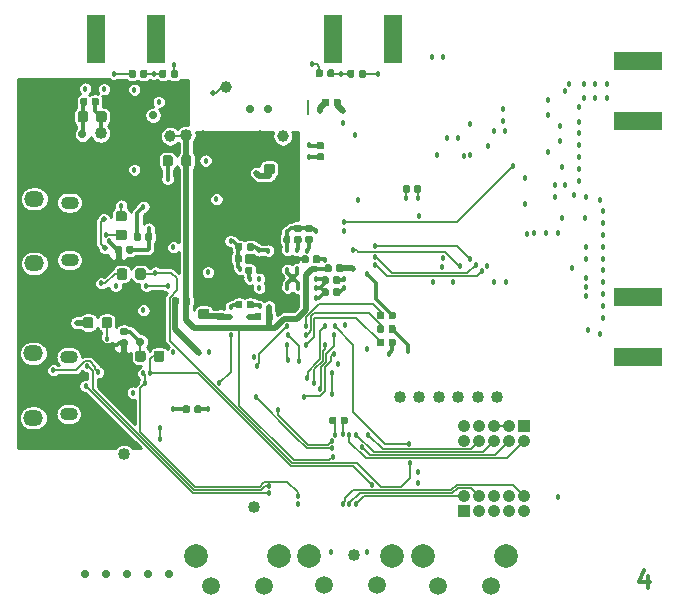
<source format=gbl>
G04 #@! TF.GenerationSoftware,KiCad,Pcbnew,5.1.5-52549c5~84~ubuntu18.04.1*
G04 #@! TF.CreationDate,2020-04-23T07:07:29+01:00*
G04 #@! TF.ProjectId,amalthea_rev0,616d616c-7468-4656-915f-726576302e6b,rev?*
G04 #@! TF.SameCoordinates,Original*
G04 #@! TF.FileFunction,Copper,L4,Bot*
G04 #@! TF.FilePolarity,Positive*
%FSLAX46Y46*%
G04 Gerber Fmt 4.6, Leading zero omitted, Abs format (unit mm)*
G04 Created by KiCad (PCBNEW 5.1.5-52549c5~84~ubuntu18.04.1) date 2020-04-23 07:07:29*
%MOMM*%
%LPD*%
G04 APERTURE LIST*
%ADD10C,0.300000*%
%ADD11C,0.100000*%
%ADD12C,0.762000*%
%ADD13R,4.064000X1.524000*%
%ADD14C,1.000000*%
%ADD15O,1.700000X1.350000*%
%ADD16O,1.500000X1.100000*%
%ADD17R,1.066800X1.066800*%
%ADD18C,1.066800*%
%ADD19R,1.524000X4.064000*%
%ADD20C,1.500000*%
%ADD21C,2.000000*%
%ADD22C,0.457200*%
%ADD23C,1.016000*%
%ADD24C,0.711200*%
%ADD25C,0.508000*%
%ADD26C,0.304800*%
%ADD27C,0.203200*%
%ADD28C,0.508000*%
%ADD29C,0.152400*%
%ADD30C,0.127000*%
%ADD31C,0.254000*%
G04 APERTURE END LIST*
D10*
X145827714Y-114105571D02*
X145827714Y-115105571D01*
X145470571Y-113534142D02*
X145113428Y-114605571D01*
X146042000Y-114605571D01*
G04 #@! TA.AperFunction,SMDPad,CuDef*
D11*
G36*
X118191958Y-71180710D02*
G01*
X118206276Y-71182834D01*
X118220317Y-71186351D01*
X118233946Y-71191228D01*
X118247031Y-71197417D01*
X118259447Y-71204858D01*
X118271073Y-71213481D01*
X118281798Y-71223202D01*
X118291519Y-71233927D01*
X118300142Y-71245553D01*
X118307583Y-71257969D01*
X118313772Y-71271054D01*
X118318649Y-71284683D01*
X118322166Y-71298724D01*
X118324290Y-71313042D01*
X118325000Y-71327500D01*
X118325000Y-71672500D01*
X118324290Y-71686958D01*
X118322166Y-71701276D01*
X118318649Y-71715317D01*
X118313772Y-71728946D01*
X118307583Y-71742031D01*
X118300142Y-71754447D01*
X118291519Y-71766073D01*
X118281798Y-71776798D01*
X118271073Y-71786519D01*
X118259447Y-71795142D01*
X118247031Y-71802583D01*
X118233946Y-71808772D01*
X118220317Y-71813649D01*
X118206276Y-71817166D01*
X118191958Y-71819290D01*
X118177500Y-71820000D01*
X117882500Y-71820000D01*
X117868042Y-71819290D01*
X117853724Y-71817166D01*
X117839683Y-71813649D01*
X117826054Y-71808772D01*
X117812969Y-71802583D01*
X117800553Y-71795142D01*
X117788927Y-71786519D01*
X117778202Y-71776798D01*
X117768481Y-71766073D01*
X117759858Y-71754447D01*
X117752417Y-71742031D01*
X117746228Y-71728946D01*
X117741351Y-71715317D01*
X117737834Y-71701276D01*
X117735710Y-71686958D01*
X117735000Y-71672500D01*
X117735000Y-71327500D01*
X117735710Y-71313042D01*
X117737834Y-71298724D01*
X117741351Y-71284683D01*
X117746228Y-71271054D01*
X117752417Y-71257969D01*
X117759858Y-71245553D01*
X117768481Y-71233927D01*
X117778202Y-71223202D01*
X117788927Y-71213481D01*
X117800553Y-71204858D01*
X117812969Y-71197417D01*
X117826054Y-71191228D01*
X117839683Y-71186351D01*
X117853724Y-71182834D01*
X117868042Y-71180710D01*
X117882500Y-71180000D01*
X118177500Y-71180000D01*
X118191958Y-71180710D01*
G37*
G04 #@! TD.AperFunction*
G04 #@! TA.AperFunction,SMDPad,CuDef*
G36*
X119161958Y-71180710D02*
G01*
X119176276Y-71182834D01*
X119190317Y-71186351D01*
X119203946Y-71191228D01*
X119217031Y-71197417D01*
X119229447Y-71204858D01*
X119241073Y-71213481D01*
X119251798Y-71223202D01*
X119261519Y-71233927D01*
X119270142Y-71245553D01*
X119277583Y-71257969D01*
X119283772Y-71271054D01*
X119288649Y-71284683D01*
X119292166Y-71298724D01*
X119294290Y-71313042D01*
X119295000Y-71327500D01*
X119295000Y-71672500D01*
X119294290Y-71686958D01*
X119292166Y-71701276D01*
X119288649Y-71715317D01*
X119283772Y-71728946D01*
X119277583Y-71742031D01*
X119270142Y-71754447D01*
X119261519Y-71766073D01*
X119251798Y-71776798D01*
X119241073Y-71786519D01*
X119229447Y-71795142D01*
X119217031Y-71802583D01*
X119203946Y-71808772D01*
X119190317Y-71813649D01*
X119176276Y-71817166D01*
X119161958Y-71819290D01*
X119147500Y-71820000D01*
X118852500Y-71820000D01*
X118838042Y-71819290D01*
X118823724Y-71817166D01*
X118809683Y-71813649D01*
X118796054Y-71808772D01*
X118782969Y-71802583D01*
X118770553Y-71795142D01*
X118758927Y-71786519D01*
X118748202Y-71776798D01*
X118738481Y-71766073D01*
X118729858Y-71754447D01*
X118722417Y-71742031D01*
X118716228Y-71728946D01*
X118711351Y-71715317D01*
X118707834Y-71701276D01*
X118705710Y-71686958D01*
X118705000Y-71672500D01*
X118705000Y-71327500D01*
X118705710Y-71313042D01*
X118707834Y-71298724D01*
X118711351Y-71284683D01*
X118716228Y-71271054D01*
X118722417Y-71257969D01*
X118729858Y-71245553D01*
X118738481Y-71233927D01*
X118748202Y-71223202D01*
X118758927Y-71213481D01*
X118770553Y-71204858D01*
X118782969Y-71197417D01*
X118796054Y-71191228D01*
X118809683Y-71186351D01*
X118823724Y-71182834D01*
X118838042Y-71180710D01*
X118852500Y-71180000D01*
X119147500Y-71180000D01*
X119161958Y-71180710D01*
G37*
G04 #@! TD.AperFunction*
G04 #@! TA.AperFunction,SMDPad,CuDef*
G36*
X105911958Y-71230710D02*
G01*
X105926276Y-71232834D01*
X105940317Y-71236351D01*
X105953946Y-71241228D01*
X105967031Y-71247417D01*
X105979447Y-71254858D01*
X105991073Y-71263481D01*
X106001798Y-71273202D01*
X106011519Y-71283927D01*
X106020142Y-71295553D01*
X106027583Y-71307969D01*
X106033772Y-71321054D01*
X106038649Y-71334683D01*
X106042166Y-71348724D01*
X106044290Y-71363042D01*
X106045000Y-71377500D01*
X106045000Y-71722500D01*
X106044290Y-71736958D01*
X106042166Y-71751276D01*
X106038649Y-71765317D01*
X106033772Y-71778946D01*
X106027583Y-71792031D01*
X106020142Y-71804447D01*
X106011519Y-71816073D01*
X106001798Y-71826798D01*
X105991073Y-71836519D01*
X105979447Y-71845142D01*
X105967031Y-71852583D01*
X105953946Y-71858772D01*
X105940317Y-71863649D01*
X105926276Y-71867166D01*
X105911958Y-71869290D01*
X105897500Y-71870000D01*
X105602500Y-71870000D01*
X105588042Y-71869290D01*
X105573724Y-71867166D01*
X105559683Y-71863649D01*
X105546054Y-71858772D01*
X105532969Y-71852583D01*
X105520553Y-71845142D01*
X105508927Y-71836519D01*
X105498202Y-71826798D01*
X105488481Y-71816073D01*
X105479858Y-71804447D01*
X105472417Y-71792031D01*
X105466228Y-71778946D01*
X105461351Y-71765317D01*
X105457834Y-71751276D01*
X105455710Y-71736958D01*
X105455000Y-71722500D01*
X105455000Y-71377500D01*
X105455710Y-71363042D01*
X105457834Y-71348724D01*
X105461351Y-71334683D01*
X105466228Y-71321054D01*
X105472417Y-71307969D01*
X105479858Y-71295553D01*
X105488481Y-71283927D01*
X105498202Y-71273202D01*
X105508927Y-71263481D01*
X105520553Y-71254858D01*
X105532969Y-71247417D01*
X105546054Y-71241228D01*
X105559683Y-71236351D01*
X105573724Y-71232834D01*
X105588042Y-71230710D01*
X105602500Y-71230000D01*
X105897500Y-71230000D01*
X105911958Y-71230710D01*
G37*
G04 #@! TD.AperFunction*
G04 #@! TA.AperFunction,SMDPad,CuDef*
G36*
X104941958Y-71230710D02*
G01*
X104956276Y-71232834D01*
X104970317Y-71236351D01*
X104983946Y-71241228D01*
X104997031Y-71247417D01*
X105009447Y-71254858D01*
X105021073Y-71263481D01*
X105031798Y-71273202D01*
X105041519Y-71283927D01*
X105050142Y-71295553D01*
X105057583Y-71307969D01*
X105063772Y-71321054D01*
X105068649Y-71334683D01*
X105072166Y-71348724D01*
X105074290Y-71363042D01*
X105075000Y-71377500D01*
X105075000Y-71722500D01*
X105074290Y-71736958D01*
X105072166Y-71751276D01*
X105068649Y-71765317D01*
X105063772Y-71778946D01*
X105057583Y-71792031D01*
X105050142Y-71804447D01*
X105041519Y-71816073D01*
X105031798Y-71826798D01*
X105021073Y-71836519D01*
X105009447Y-71845142D01*
X104997031Y-71852583D01*
X104983946Y-71858772D01*
X104970317Y-71863649D01*
X104956276Y-71867166D01*
X104941958Y-71869290D01*
X104927500Y-71870000D01*
X104632500Y-71870000D01*
X104618042Y-71869290D01*
X104603724Y-71867166D01*
X104589683Y-71863649D01*
X104576054Y-71858772D01*
X104562969Y-71852583D01*
X104550553Y-71845142D01*
X104538927Y-71836519D01*
X104528202Y-71826798D01*
X104518481Y-71816073D01*
X104509858Y-71804447D01*
X104502417Y-71792031D01*
X104496228Y-71778946D01*
X104491351Y-71765317D01*
X104487834Y-71751276D01*
X104485710Y-71736958D01*
X104485000Y-71722500D01*
X104485000Y-71377500D01*
X104485710Y-71363042D01*
X104487834Y-71348724D01*
X104491351Y-71334683D01*
X104496228Y-71321054D01*
X104502417Y-71307969D01*
X104509858Y-71295553D01*
X104518481Y-71283927D01*
X104528202Y-71273202D01*
X104538927Y-71263481D01*
X104550553Y-71254858D01*
X104562969Y-71247417D01*
X104576054Y-71241228D01*
X104589683Y-71236351D01*
X104603724Y-71232834D01*
X104618042Y-71230710D01*
X104632500Y-71230000D01*
X104927500Y-71230000D01*
X104941958Y-71230710D01*
G37*
G04 #@! TD.AperFunction*
G04 #@! TA.AperFunction,SMDPad,CuDef*
G36*
X121831958Y-71230710D02*
G01*
X121846276Y-71232834D01*
X121860317Y-71236351D01*
X121873946Y-71241228D01*
X121887031Y-71247417D01*
X121899447Y-71254858D01*
X121911073Y-71263481D01*
X121921798Y-71273202D01*
X121931519Y-71283927D01*
X121940142Y-71295553D01*
X121947583Y-71307969D01*
X121953772Y-71321054D01*
X121958649Y-71334683D01*
X121962166Y-71348724D01*
X121964290Y-71363042D01*
X121965000Y-71377500D01*
X121965000Y-71722500D01*
X121964290Y-71736958D01*
X121962166Y-71751276D01*
X121958649Y-71765317D01*
X121953772Y-71778946D01*
X121947583Y-71792031D01*
X121940142Y-71804447D01*
X121931519Y-71816073D01*
X121921798Y-71826798D01*
X121911073Y-71836519D01*
X121899447Y-71845142D01*
X121887031Y-71852583D01*
X121873946Y-71858772D01*
X121860317Y-71863649D01*
X121846276Y-71867166D01*
X121831958Y-71869290D01*
X121817500Y-71870000D01*
X121522500Y-71870000D01*
X121508042Y-71869290D01*
X121493724Y-71867166D01*
X121479683Y-71863649D01*
X121466054Y-71858772D01*
X121452969Y-71852583D01*
X121440553Y-71845142D01*
X121428927Y-71836519D01*
X121418202Y-71826798D01*
X121408481Y-71816073D01*
X121399858Y-71804447D01*
X121392417Y-71792031D01*
X121386228Y-71778946D01*
X121381351Y-71765317D01*
X121377834Y-71751276D01*
X121375710Y-71736958D01*
X121375000Y-71722500D01*
X121375000Y-71377500D01*
X121375710Y-71363042D01*
X121377834Y-71348724D01*
X121381351Y-71334683D01*
X121386228Y-71321054D01*
X121392417Y-71307969D01*
X121399858Y-71295553D01*
X121408481Y-71283927D01*
X121418202Y-71273202D01*
X121428927Y-71263481D01*
X121440553Y-71254858D01*
X121452969Y-71247417D01*
X121466054Y-71241228D01*
X121479683Y-71236351D01*
X121493724Y-71232834D01*
X121508042Y-71230710D01*
X121522500Y-71230000D01*
X121817500Y-71230000D01*
X121831958Y-71230710D01*
G37*
G04 #@! TD.AperFunction*
G04 #@! TA.AperFunction,SMDPad,CuDef*
G36*
X120861958Y-71230710D02*
G01*
X120876276Y-71232834D01*
X120890317Y-71236351D01*
X120903946Y-71241228D01*
X120917031Y-71247417D01*
X120929447Y-71254858D01*
X120941073Y-71263481D01*
X120951798Y-71273202D01*
X120961519Y-71283927D01*
X120970142Y-71295553D01*
X120977583Y-71307969D01*
X120983772Y-71321054D01*
X120988649Y-71334683D01*
X120992166Y-71348724D01*
X120994290Y-71363042D01*
X120995000Y-71377500D01*
X120995000Y-71722500D01*
X120994290Y-71736958D01*
X120992166Y-71751276D01*
X120988649Y-71765317D01*
X120983772Y-71778946D01*
X120977583Y-71792031D01*
X120970142Y-71804447D01*
X120961519Y-71816073D01*
X120951798Y-71826798D01*
X120941073Y-71836519D01*
X120929447Y-71845142D01*
X120917031Y-71852583D01*
X120903946Y-71858772D01*
X120890317Y-71863649D01*
X120876276Y-71867166D01*
X120861958Y-71869290D01*
X120847500Y-71870000D01*
X120552500Y-71870000D01*
X120538042Y-71869290D01*
X120523724Y-71867166D01*
X120509683Y-71863649D01*
X120496054Y-71858772D01*
X120482969Y-71852583D01*
X120470553Y-71845142D01*
X120458927Y-71836519D01*
X120448202Y-71826798D01*
X120438481Y-71816073D01*
X120429858Y-71804447D01*
X120422417Y-71792031D01*
X120416228Y-71778946D01*
X120411351Y-71765317D01*
X120407834Y-71751276D01*
X120405710Y-71736958D01*
X120405000Y-71722500D01*
X120405000Y-71377500D01*
X120405710Y-71363042D01*
X120407834Y-71348724D01*
X120411351Y-71334683D01*
X120416228Y-71321054D01*
X120422417Y-71307969D01*
X120429858Y-71295553D01*
X120438481Y-71283927D01*
X120448202Y-71273202D01*
X120458927Y-71263481D01*
X120470553Y-71254858D01*
X120482969Y-71247417D01*
X120496054Y-71241228D01*
X120509683Y-71236351D01*
X120523724Y-71232834D01*
X120538042Y-71230710D01*
X120552500Y-71230000D01*
X120847500Y-71230000D01*
X120861958Y-71230710D01*
G37*
G04 #@! TD.AperFunction*
G04 #@! TA.AperFunction,SMDPad,CuDef*
G36*
X102341958Y-71230710D02*
G01*
X102356276Y-71232834D01*
X102370317Y-71236351D01*
X102383946Y-71241228D01*
X102397031Y-71247417D01*
X102409447Y-71254858D01*
X102421073Y-71263481D01*
X102431798Y-71273202D01*
X102441519Y-71283927D01*
X102450142Y-71295553D01*
X102457583Y-71307969D01*
X102463772Y-71321054D01*
X102468649Y-71334683D01*
X102472166Y-71348724D01*
X102474290Y-71363042D01*
X102475000Y-71377500D01*
X102475000Y-71722500D01*
X102474290Y-71736958D01*
X102472166Y-71751276D01*
X102468649Y-71765317D01*
X102463772Y-71778946D01*
X102457583Y-71792031D01*
X102450142Y-71804447D01*
X102441519Y-71816073D01*
X102431798Y-71826798D01*
X102421073Y-71836519D01*
X102409447Y-71845142D01*
X102397031Y-71852583D01*
X102383946Y-71858772D01*
X102370317Y-71863649D01*
X102356276Y-71867166D01*
X102341958Y-71869290D01*
X102327500Y-71870000D01*
X102032500Y-71870000D01*
X102018042Y-71869290D01*
X102003724Y-71867166D01*
X101989683Y-71863649D01*
X101976054Y-71858772D01*
X101962969Y-71852583D01*
X101950553Y-71845142D01*
X101938927Y-71836519D01*
X101928202Y-71826798D01*
X101918481Y-71816073D01*
X101909858Y-71804447D01*
X101902417Y-71792031D01*
X101896228Y-71778946D01*
X101891351Y-71765317D01*
X101887834Y-71751276D01*
X101885710Y-71736958D01*
X101885000Y-71722500D01*
X101885000Y-71377500D01*
X101885710Y-71363042D01*
X101887834Y-71348724D01*
X101891351Y-71334683D01*
X101896228Y-71321054D01*
X101902417Y-71307969D01*
X101909858Y-71295553D01*
X101918481Y-71283927D01*
X101928202Y-71273202D01*
X101938927Y-71263481D01*
X101950553Y-71254858D01*
X101962969Y-71247417D01*
X101976054Y-71241228D01*
X101989683Y-71236351D01*
X102003724Y-71232834D01*
X102018042Y-71230710D01*
X102032500Y-71230000D01*
X102327500Y-71230000D01*
X102341958Y-71230710D01*
G37*
G04 #@! TD.AperFunction*
G04 #@! TA.AperFunction,SMDPad,CuDef*
G36*
X103311958Y-71230710D02*
G01*
X103326276Y-71232834D01*
X103340317Y-71236351D01*
X103353946Y-71241228D01*
X103367031Y-71247417D01*
X103379447Y-71254858D01*
X103391073Y-71263481D01*
X103401798Y-71273202D01*
X103411519Y-71283927D01*
X103420142Y-71295553D01*
X103427583Y-71307969D01*
X103433772Y-71321054D01*
X103438649Y-71334683D01*
X103442166Y-71348724D01*
X103444290Y-71363042D01*
X103445000Y-71377500D01*
X103445000Y-71722500D01*
X103444290Y-71736958D01*
X103442166Y-71751276D01*
X103438649Y-71765317D01*
X103433772Y-71778946D01*
X103427583Y-71792031D01*
X103420142Y-71804447D01*
X103411519Y-71816073D01*
X103401798Y-71826798D01*
X103391073Y-71836519D01*
X103379447Y-71845142D01*
X103367031Y-71852583D01*
X103353946Y-71858772D01*
X103340317Y-71863649D01*
X103326276Y-71867166D01*
X103311958Y-71869290D01*
X103297500Y-71870000D01*
X103002500Y-71870000D01*
X102988042Y-71869290D01*
X102973724Y-71867166D01*
X102959683Y-71863649D01*
X102946054Y-71858772D01*
X102932969Y-71852583D01*
X102920553Y-71845142D01*
X102908927Y-71836519D01*
X102898202Y-71826798D01*
X102888481Y-71816073D01*
X102879858Y-71804447D01*
X102872417Y-71792031D01*
X102866228Y-71778946D01*
X102861351Y-71765317D01*
X102857834Y-71751276D01*
X102855710Y-71736958D01*
X102855000Y-71722500D01*
X102855000Y-71377500D01*
X102855710Y-71363042D01*
X102857834Y-71348724D01*
X102861351Y-71334683D01*
X102866228Y-71321054D01*
X102872417Y-71307969D01*
X102879858Y-71295553D01*
X102888481Y-71283927D01*
X102898202Y-71273202D01*
X102908927Y-71263481D01*
X102920553Y-71254858D01*
X102932969Y-71247417D01*
X102946054Y-71241228D01*
X102959683Y-71236351D01*
X102973724Y-71232834D01*
X102988042Y-71230710D01*
X103002500Y-71230000D01*
X103297500Y-71230000D01*
X103311958Y-71230710D01*
G37*
G04 #@! TD.AperFunction*
D12*
X143400000Y-90100000D03*
X144400000Y-90100000D03*
X145400000Y-90100000D03*
X145400000Y-90800000D03*
X144400000Y-90800000D03*
X143400000Y-90800000D03*
X144400000Y-95900000D03*
X145400000Y-95900000D03*
X145400000Y-95200000D03*
X144400000Y-95200000D03*
X143400000Y-95900000D03*
X143400000Y-95200000D03*
D13*
X144968000Y-95540000D03*
X144968000Y-90460000D03*
D12*
X143400000Y-70100000D03*
X144400000Y-70100000D03*
X145400000Y-70100000D03*
X145400000Y-70800000D03*
X144400000Y-70800000D03*
X143400000Y-70800000D03*
X144400000Y-75900000D03*
X145400000Y-75900000D03*
X145400000Y-75200000D03*
X144400000Y-75200000D03*
X143400000Y-75900000D03*
X143400000Y-75200000D03*
D13*
X144968000Y-75540000D03*
X144968000Y-70460000D03*
G04 #@! TA.AperFunction,SMDPad,CuDef*
D11*
G36*
X125541958Y-80980710D02*
G01*
X125556276Y-80982834D01*
X125570317Y-80986351D01*
X125583946Y-80991228D01*
X125597031Y-80997417D01*
X125609447Y-81004858D01*
X125621073Y-81013481D01*
X125631798Y-81023202D01*
X125641519Y-81033927D01*
X125650142Y-81045553D01*
X125657583Y-81057969D01*
X125663772Y-81071054D01*
X125668649Y-81084683D01*
X125672166Y-81098724D01*
X125674290Y-81113042D01*
X125675000Y-81127500D01*
X125675000Y-81472500D01*
X125674290Y-81486958D01*
X125672166Y-81501276D01*
X125668649Y-81515317D01*
X125663772Y-81528946D01*
X125657583Y-81542031D01*
X125650142Y-81554447D01*
X125641519Y-81566073D01*
X125631798Y-81576798D01*
X125621073Y-81586519D01*
X125609447Y-81595142D01*
X125597031Y-81602583D01*
X125583946Y-81608772D01*
X125570317Y-81613649D01*
X125556276Y-81617166D01*
X125541958Y-81619290D01*
X125527500Y-81620000D01*
X125232500Y-81620000D01*
X125218042Y-81619290D01*
X125203724Y-81617166D01*
X125189683Y-81613649D01*
X125176054Y-81608772D01*
X125162969Y-81602583D01*
X125150553Y-81595142D01*
X125138927Y-81586519D01*
X125128202Y-81576798D01*
X125118481Y-81566073D01*
X125109858Y-81554447D01*
X125102417Y-81542031D01*
X125096228Y-81528946D01*
X125091351Y-81515317D01*
X125087834Y-81501276D01*
X125085710Y-81486958D01*
X125085000Y-81472500D01*
X125085000Y-81127500D01*
X125085710Y-81113042D01*
X125087834Y-81098724D01*
X125091351Y-81084683D01*
X125096228Y-81071054D01*
X125102417Y-81057969D01*
X125109858Y-81045553D01*
X125118481Y-81033927D01*
X125128202Y-81023202D01*
X125138927Y-81013481D01*
X125150553Y-81004858D01*
X125162969Y-80997417D01*
X125176054Y-80991228D01*
X125189683Y-80986351D01*
X125203724Y-80982834D01*
X125218042Y-80980710D01*
X125232500Y-80980000D01*
X125527500Y-80980000D01*
X125541958Y-80980710D01*
G37*
G04 #@! TD.AperFunction*
G04 #@! TA.AperFunction,SMDPad,CuDef*
G36*
X126511958Y-80980710D02*
G01*
X126526276Y-80982834D01*
X126540317Y-80986351D01*
X126553946Y-80991228D01*
X126567031Y-80997417D01*
X126579447Y-81004858D01*
X126591073Y-81013481D01*
X126601798Y-81023202D01*
X126611519Y-81033927D01*
X126620142Y-81045553D01*
X126627583Y-81057969D01*
X126633772Y-81071054D01*
X126638649Y-81084683D01*
X126642166Y-81098724D01*
X126644290Y-81113042D01*
X126645000Y-81127500D01*
X126645000Y-81472500D01*
X126644290Y-81486958D01*
X126642166Y-81501276D01*
X126638649Y-81515317D01*
X126633772Y-81528946D01*
X126627583Y-81542031D01*
X126620142Y-81554447D01*
X126611519Y-81566073D01*
X126601798Y-81576798D01*
X126591073Y-81586519D01*
X126579447Y-81595142D01*
X126567031Y-81602583D01*
X126553946Y-81608772D01*
X126540317Y-81613649D01*
X126526276Y-81617166D01*
X126511958Y-81619290D01*
X126497500Y-81620000D01*
X126202500Y-81620000D01*
X126188042Y-81619290D01*
X126173724Y-81617166D01*
X126159683Y-81613649D01*
X126146054Y-81608772D01*
X126132969Y-81602583D01*
X126120553Y-81595142D01*
X126108927Y-81586519D01*
X126098202Y-81576798D01*
X126088481Y-81566073D01*
X126079858Y-81554447D01*
X126072417Y-81542031D01*
X126066228Y-81528946D01*
X126061351Y-81515317D01*
X126057834Y-81501276D01*
X126055710Y-81486958D01*
X126055000Y-81472500D01*
X126055000Y-81127500D01*
X126055710Y-81113042D01*
X126057834Y-81098724D01*
X126061351Y-81084683D01*
X126066228Y-81071054D01*
X126072417Y-81057969D01*
X126079858Y-81045553D01*
X126088481Y-81033927D01*
X126098202Y-81023202D01*
X126108927Y-81013481D01*
X126120553Y-81004858D01*
X126132969Y-80997417D01*
X126146054Y-80991228D01*
X126159683Y-80986351D01*
X126173724Y-80982834D01*
X126188042Y-80980710D01*
X126202500Y-80980000D01*
X126497500Y-80980000D01*
X126511958Y-80980710D01*
G37*
G04 #@! TD.AperFunction*
D14*
X105410000Y-76835000D03*
X113030000Y-76835000D03*
X110109000Y-72644000D03*
G04 #@! TA.AperFunction,SMDPad,CuDef*
D11*
G36*
X114069691Y-80742053D02*
G01*
X114090926Y-80745203D01*
X114111750Y-80750419D01*
X114131962Y-80757651D01*
X114151368Y-80766830D01*
X114169781Y-80777866D01*
X114187024Y-80790654D01*
X114202930Y-80805070D01*
X114217346Y-80820976D01*
X114230134Y-80838219D01*
X114241170Y-80856632D01*
X114250349Y-80876038D01*
X114257581Y-80896250D01*
X114262797Y-80917074D01*
X114265947Y-80938309D01*
X114267000Y-80959750D01*
X114267000Y-81397250D01*
X114265947Y-81418691D01*
X114262797Y-81439926D01*
X114257581Y-81460750D01*
X114250349Y-81480962D01*
X114241170Y-81500368D01*
X114230134Y-81518781D01*
X114217346Y-81536024D01*
X114202930Y-81551930D01*
X114187024Y-81566346D01*
X114169781Y-81579134D01*
X114151368Y-81590170D01*
X114131962Y-81599349D01*
X114111750Y-81606581D01*
X114090926Y-81611797D01*
X114069691Y-81614947D01*
X114048250Y-81616000D01*
X113535750Y-81616000D01*
X113514309Y-81614947D01*
X113493074Y-81611797D01*
X113472250Y-81606581D01*
X113452038Y-81599349D01*
X113432632Y-81590170D01*
X113414219Y-81579134D01*
X113396976Y-81566346D01*
X113381070Y-81551930D01*
X113366654Y-81536024D01*
X113353866Y-81518781D01*
X113342830Y-81500368D01*
X113333651Y-81480962D01*
X113326419Y-81460750D01*
X113321203Y-81439926D01*
X113318053Y-81418691D01*
X113317000Y-81397250D01*
X113317000Y-80959750D01*
X113318053Y-80938309D01*
X113321203Y-80917074D01*
X113326419Y-80896250D01*
X113333651Y-80876038D01*
X113342830Y-80856632D01*
X113353866Y-80838219D01*
X113366654Y-80820976D01*
X113381070Y-80805070D01*
X113396976Y-80790654D01*
X113414219Y-80777866D01*
X113432632Y-80766830D01*
X113452038Y-80757651D01*
X113472250Y-80750419D01*
X113493074Y-80745203D01*
X113514309Y-80742053D01*
X113535750Y-80741000D01*
X114048250Y-80741000D01*
X114069691Y-80742053D01*
G37*
G04 #@! TD.AperFunction*
G04 #@! TA.AperFunction,SMDPad,CuDef*
G36*
X114069691Y-79167053D02*
G01*
X114090926Y-79170203D01*
X114111750Y-79175419D01*
X114131962Y-79182651D01*
X114151368Y-79191830D01*
X114169781Y-79202866D01*
X114187024Y-79215654D01*
X114202930Y-79230070D01*
X114217346Y-79245976D01*
X114230134Y-79263219D01*
X114241170Y-79281632D01*
X114250349Y-79301038D01*
X114257581Y-79321250D01*
X114262797Y-79342074D01*
X114265947Y-79363309D01*
X114267000Y-79384750D01*
X114267000Y-79822250D01*
X114265947Y-79843691D01*
X114262797Y-79864926D01*
X114257581Y-79885750D01*
X114250349Y-79905962D01*
X114241170Y-79925368D01*
X114230134Y-79943781D01*
X114217346Y-79961024D01*
X114202930Y-79976930D01*
X114187024Y-79991346D01*
X114169781Y-80004134D01*
X114151368Y-80015170D01*
X114131962Y-80024349D01*
X114111750Y-80031581D01*
X114090926Y-80036797D01*
X114069691Y-80039947D01*
X114048250Y-80041000D01*
X113535750Y-80041000D01*
X113514309Y-80039947D01*
X113493074Y-80036797D01*
X113472250Y-80031581D01*
X113452038Y-80024349D01*
X113432632Y-80015170D01*
X113414219Y-80004134D01*
X113396976Y-79991346D01*
X113381070Y-79976930D01*
X113366654Y-79961024D01*
X113353866Y-79943781D01*
X113342830Y-79925368D01*
X113333651Y-79905962D01*
X113326419Y-79885750D01*
X113321203Y-79864926D01*
X113318053Y-79843691D01*
X113317000Y-79822250D01*
X113317000Y-79384750D01*
X113318053Y-79363309D01*
X113321203Y-79342074D01*
X113326419Y-79321250D01*
X113333651Y-79301038D01*
X113342830Y-79281632D01*
X113353866Y-79263219D01*
X113366654Y-79245976D01*
X113381070Y-79230070D01*
X113396976Y-79215654D01*
X113414219Y-79202866D01*
X113432632Y-79191830D01*
X113452038Y-79182651D01*
X113472250Y-79175419D01*
X113493074Y-79170203D01*
X113514309Y-79167053D01*
X113535750Y-79166000D01*
X114048250Y-79166000D01*
X114069691Y-79167053D01*
G37*
G04 #@! TD.AperFunction*
G04 #@! TA.AperFunction,SMDPad,CuDef*
G36*
X108507091Y-91435453D02*
G01*
X108528326Y-91438603D01*
X108549150Y-91443819D01*
X108569362Y-91451051D01*
X108588768Y-91460230D01*
X108607181Y-91471266D01*
X108624424Y-91484054D01*
X108640330Y-91498470D01*
X108654746Y-91514376D01*
X108667534Y-91531619D01*
X108678570Y-91550032D01*
X108687749Y-91569438D01*
X108694981Y-91589650D01*
X108700197Y-91610474D01*
X108703347Y-91631709D01*
X108704400Y-91653150D01*
X108704400Y-92090650D01*
X108703347Y-92112091D01*
X108700197Y-92133326D01*
X108694981Y-92154150D01*
X108687749Y-92174362D01*
X108678570Y-92193768D01*
X108667534Y-92212181D01*
X108654746Y-92229424D01*
X108640330Y-92245330D01*
X108624424Y-92259746D01*
X108607181Y-92272534D01*
X108588768Y-92283570D01*
X108569362Y-92292749D01*
X108549150Y-92299981D01*
X108528326Y-92305197D01*
X108507091Y-92308347D01*
X108485650Y-92309400D01*
X107973150Y-92309400D01*
X107951709Y-92308347D01*
X107930474Y-92305197D01*
X107909650Y-92299981D01*
X107889438Y-92292749D01*
X107870032Y-92283570D01*
X107851619Y-92272534D01*
X107834376Y-92259746D01*
X107818470Y-92245330D01*
X107804054Y-92229424D01*
X107791266Y-92212181D01*
X107780230Y-92193768D01*
X107771051Y-92174362D01*
X107763819Y-92154150D01*
X107758603Y-92133326D01*
X107755453Y-92112091D01*
X107754400Y-92090650D01*
X107754400Y-91653150D01*
X107755453Y-91631709D01*
X107758603Y-91610474D01*
X107763819Y-91589650D01*
X107771051Y-91569438D01*
X107780230Y-91550032D01*
X107791266Y-91531619D01*
X107804054Y-91514376D01*
X107818470Y-91498470D01*
X107834376Y-91484054D01*
X107851619Y-91471266D01*
X107870032Y-91460230D01*
X107889438Y-91451051D01*
X107909650Y-91443819D01*
X107930474Y-91438603D01*
X107951709Y-91435453D01*
X107973150Y-91434400D01*
X108485650Y-91434400D01*
X108507091Y-91435453D01*
G37*
G04 #@! TD.AperFunction*
G04 #@! TA.AperFunction,SMDPad,CuDef*
G36*
X108507091Y-89860453D02*
G01*
X108528326Y-89863603D01*
X108549150Y-89868819D01*
X108569362Y-89876051D01*
X108588768Y-89885230D01*
X108607181Y-89896266D01*
X108624424Y-89909054D01*
X108640330Y-89923470D01*
X108654746Y-89939376D01*
X108667534Y-89956619D01*
X108678570Y-89975032D01*
X108687749Y-89994438D01*
X108694981Y-90014650D01*
X108700197Y-90035474D01*
X108703347Y-90056709D01*
X108704400Y-90078150D01*
X108704400Y-90515650D01*
X108703347Y-90537091D01*
X108700197Y-90558326D01*
X108694981Y-90579150D01*
X108687749Y-90599362D01*
X108678570Y-90618768D01*
X108667534Y-90637181D01*
X108654746Y-90654424D01*
X108640330Y-90670330D01*
X108624424Y-90684746D01*
X108607181Y-90697534D01*
X108588768Y-90708570D01*
X108569362Y-90717749D01*
X108549150Y-90724981D01*
X108528326Y-90730197D01*
X108507091Y-90733347D01*
X108485650Y-90734400D01*
X107973150Y-90734400D01*
X107951709Y-90733347D01*
X107930474Y-90730197D01*
X107909650Y-90724981D01*
X107889438Y-90717749D01*
X107870032Y-90708570D01*
X107851619Y-90697534D01*
X107834376Y-90684746D01*
X107818470Y-90670330D01*
X107804054Y-90654424D01*
X107791266Y-90637181D01*
X107780230Y-90618768D01*
X107771051Y-90599362D01*
X107763819Y-90579150D01*
X107758603Y-90558326D01*
X107755453Y-90537091D01*
X107754400Y-90515650D01*
X107754400Y-90078150D01*
X107755453Y-90056709D01*
X107758603Y-90035474D01*
X107763819Y-90014650D01*
X107771051Y-89994438D01*
X107780230Y-89975032D01*
X107791266Y-89956619D01*
X107804054Y-89939376D01*
X107818470Y-89923470D01*
X107834376Y-89909054D01*
X107851619Y-89896266D01*
X107870032Y-89885230D01*
X107889438Y-89876051D01*
X107909650Y-89868819D01*
X107930474Y-89863603D01*
X107951709Y-89860453D01*
X107973150Y-89859400D01*
X108485650Y-89859400D01*
X108507091Y-89860453D01*
G37*
G04 #@! TD.AperFunction*
G04 #@! TA.AperFunction,SMDPad,CuDef*
G36*
X99808191Y-74710053D02*
G01*
X99829426Y-74713203D01*
X99850250Y-74718419D01*
X99870462Y-74725651D01*
X99889868Y-74734830D01*
X99908281Y-74745866D01*
X99925524Y-74758654D01*
X99941430Y-74773070D01*
X99955846Y-74788976D01*
X99968634Y-74806219D01*
X99979670Y-74824632D01*
X99988849Y-74844038D01*
X99996081Y-74864250D01*
X100001297Y-74885074D01*
X100004447Y-74906309D01*
X100005500Y-74927750D01*
X100005500Y-75440250D01*
X100004447Y-75461691D01*
X100001297Y-75482926D01*
X99996081Y-75503750D01*
X99988849Y-75523962D01*
X99979670Y-75543368D01*
X99968634Y-75561781D01*
X99955846Y-75579024D01*
X99941430Y-75594930D01*
X99925524Y-75609346D01*
X99908281Y-75622134D01*
X99889868Y-75633170D01*
X99870462Y-75642349D01*
X99850250Y-75649581D01*
X99829426Y-75654797D01*
X99808191Y-75657947D01*
X99786750Y-75659000D01*
X99349250Y-75659000D01*
X99327809Y-75657947D01*
X99306574Y-75654797D01*
X99285750Y-75649581D01*
X99265538Y-75642349D01*
X99246132Y-75633170D01*
X99227719Y-75622134D01*
X99210476Y-75609346D01*
X99194570Y-75594930D01*
X99180154Y-75579024D01*
X99167366Y-75561781D01*
X99156330Y-75543368D01*
X99147151Y-75523962D01*
X99139919Y-75503750D01*
X99134703Y-75482926D01*
X99131553Y-75461691D01*
X99130500Y-75440250D01*
X99130500Y-74927750D01*
X99131553Y-74906309D01*
X99134703Y-74885074D01*
X99139919Y-74864250D01*
X99147151Y-74844038D01*
X99156330Y-74824632D01*
X99167366Y-74806219D01*
X99180154Y-74788976D01*
X99194570Y-74773070D01*
X99210476Y-74758654D01*
X99227719Y-74745866D01*
X99246132Y-74734830D01*
X99265538Y-74725651D01*
X99285750Y-74718419D01*
X99306574Y-74713203D01*
X99327809Y-74710053D01*
X99349250Y-74709000D01*
X99786750Y-74709000D01*
X99808191Y-74710053D01*
G37*
G04 #@! TD.AperFunction*
G04 #@! TA.AperFunction,SMDPad,CuDef*
G36*
X98233191Y-74710053D02*
G01*
X98254426Y-74713203D01*
X98275250Y-74718419D01*
X98295462Y-74725651D01*
X98314868Y-74734830D01*
X98333281Y-74745866D01*
X98350524Y-74758654D01*
X98366430Y-74773070D01*
X98380846Y-74788976D01*
X98393634Y-74806219D01*
X98404670Y-74824632D01*
X98413849Y-74844038D01*
X98421081Y-74864250D01*
X98426297Y-74885074D01*
X98429447Y-74906309D01*
X98430500Y-74927750D01*
X98430500Y-75440250D01*
X98429447Y-75461691D01*
X98426297Y-75482926D01*
X98421081Y-75503750D01*
X98413849Y-75523962D01*
X98404670Y-75543368D01*
X98393634Y-75561781D01*
X98380846Y-75579024D01*
X98366430Y-75594930D01*
X98350524Y-75609346D01*
X98333281Y-75622134D01*
X98314868Y-75633170D01*
X98295462Y-75642349D01*
X98275250Y-75649581D01*
X98254426Y-75654797D01*
X98233191Y-75657947D01*
X98211750Y-75659000D01*
X97774250Y-75659000D01*
X97752809Y-75657947D01*
X97731574Y-75654797D01*
X97710750Y-75649581D01*
X97690538Y-75642349D01*
X97671132Y-75633170D01*
X97652719Y-75622134D01*
X97635476Y-75609346D01*
X97619570Y-75594930D01*
X97605154Y-75579024D01*
X97592366Y-75561781D01*
X97581330Y-75543368D01*
X97572151Y-75523962D01*
X97564919Y-75503750D01*
X97559703Y-75482926D01*
X97556553Y-75461691D01*
X97555500Y-75440250D01*
X97555500Y-74927750D01*
X97556553Y-74906309D01*
X97559703Y-74885074D01*
X97564919Y-74864250D01*
X97572151Y-74844038D01*
X97581330Y-74824632D01*
X97592366Y-74806219D01*
X97605154Y-74788976D01*
X97619570Y-74773070D01*
X97635476Y-74758654D01*
X97652719Y-74745866D01*
X97671132Y-74734830D01*
X97690538Y-74725651D01*
X97710750Y-74718419D01*
X97731574Y-74713203D01*
X97752809Y-74710053D01*
X97774250Y-74709000D01*
X98211750Y-74709000D01*
X98233191Y-74710053D01*
G37*
G04 #@! TD.AperFunction*
G04 #@! TA.AperFunction,SMDPad,CuDef*
G36*
X113196958Y-87880710D02*
G01*
X113211276Y-87882834D01*
X113225317Y-87886351D01*
X113238946Y-87891228D01*
X113252031Y-87897417D01*
X113264447Y-87904858D01*
X113276073Y-87913481D01*
X113286798Y-87923202D01*
X113296519Y-87933927D01*
X113305142Y-87945553D01*
X113312583Y-87957969D01*
X113318772Y-87971054D01*
X113323649Y-87984683D01*
X113327166Y-87998724D01*
X113329290Y-88013042D01*
X113330000Y-88027500D01*
X113330000Y-88372500D01*
X113329290Y-88386958D01*
X113327166Y-88401276D01*
X113323649Y-88415317D01*
X113318772Y-88428946D01*
X113312583Y-88442031D01*
X113305142Y-88454447D01*
X113296519Y-88466073D01*
X113286798Y-88476798D01*
X113276073Y-88486519D01*
X113264447Y-88495142D01*
X113252031Y-88502583D01*
X113238946Y-88508772D01*
X113225317Y-88513649D01*
X113211276Y-88517166D01*
X113196958Y-88519290D01*
X113182500Y-88520000D01*
X112887500Y-88520000D01*
X112873042Y-88519290D01*
X112858724Y-88517166D01*
X112844683Y-88513649D01*
X112831054Y-88508772D01*
X112817969Y-88502583D01*
X112805553Y-88495142D01*
X112793927Y-88486519D01*
X112783202Y-88476798D01*
X112773481Y-88466073D01*
X112764858Y-88454447D01*
X112757417Y-88442031D01*
X112751228Y-88428946D01*
X112746351Y-88415317D01*
X112742834Y-88401276D01*
X112740710Y-88386958D01*
X112740000Y-88372500D01*
X112740000Y-88027500D01*
X112740710Y-88013042D01*
X112742834Y-87998724D01*
X112746351Y-87984683D01*
X112751228Y-87971054D01*
X112757417Y-87957969D01*
X112764858Y-87945553D01*
X112773481Y-87933927D01*
X112783202Y-87923202D01*
X112793927Y-87913481D01*
X112805553Y-87904858D01*
X112817969Y-87897417D01*
X112831054Y-87891228D01*
X112844683Y-87886351D01*
X112858724Y-87882834D01*
X112873042Y-87880710D01*
X112887500Y-87880000D01*
X113182500Y-87880000D01*
X113196958Y-87880710D01*
G37*
G04 #@! TD.AperFunction*
G04 #@! TA.AperFunction,SMDPad,CuDef*
G36*
X112226958Y-87880710D02*
G01*
X112241276Y-87882834D01*
X112255317Y-87886351D01*
X112268946Y-87891228D01*
X112282031Y-87897417D01*
X112294447Y-87904858D01*
X112306073Y-87913481D01*
X112316798Y-87923202D01*
X112326519Y-87933927D01*
X112335142Y-87945553D01*
X112342583Y-87957969D01*
X112348772Y-87971054D01*
X112353649Y-87984683D01*
X112357166Y-87998724D01*
X112359290Y-88013042D01*
X112360000Y-88027500D01*
X112360000Y-88372500D01*
X112359290Y-88386958D01*
X112357166Y-88401276D01*
X112353649Y-88415317D01*
X112348772Y-88428946D01*
X112342583Y-88442031D01*
X112335142Y-88454447D01*
X112326519Y-88466073D01*
X112316798Y-88476798D01*
X112306073Y-88486519D01*
X112294447Y-88495142D01*
X112282031Y-88502583D01*
X112268946Y-88508772D01*
X112255317Y-88513649D01*
X112241276Y-88517166D01*
X112226958Y-88519290D01*
X112212500Y-88520000D01*
X111917500Y-88520000D01*
X111903042Y-88519290D01*
X111888724Y-88517166D01*
X111874683Y-88513649D01*
X111861054Y-88508772D01*
X111847969Y-88502583D01*
X111835553Y-88495142D01*
X111823927Y-88486519D01*
X111813202Y-88476798D01*
X111803481Y-88466073D01*
X111794858Y-88454447D01*
X111787417Y-88442031D01*
X111781228Y-88428946D01*
X111776351Y-88415317D01*
X111772834Y-88401276D01*
X111770710Y-88386958D01*
X111770000Y-88372500D01*
X111770000Y-88027500D01*
X111770710Y-88013042D01*
X111772834Y-87998724D01*
X111776351Y-87984683D01*
X111781228Y-87971054D01*
X111787417Y-87957969D01*
X111794858Y-87945553D01*
X111803481Y-87933927D01*
X111813202Y-87923202D01*
X111823927Y-87913481D01*
X111835553Y-87904858D01*
X111847969Y-87897417D01*
X111861054Y-87891228D01*
X111874683Y-87886351D01*
X111888724Y-87882834D01*
X111903042Y-87880710D01*
X111917500Y-87880000D01*
X112212500Y-87880000D01*
X112226958Y-87880710D01*
G37*
G04 #@! TD.AperFunction*
G04 #@! TA.AperFunction,SMDPad,CuDef*
G36*
X117336958Y-85290710D02*
G01*
X117351276Y-85292834D01*
X117365317Y-85296351D01*
X117378946Y-85301228D01*
X117392031Y-85307417D01*
X117404447Y-85314858D01*
X117416073Y-85323481D01*
X117426798Y-85333202D01*
X117436519Y-85343927D01*
X117445142Y-85355553D01*
X117452583Y-85367969D01*
X117458772Y-85381054D01*
X117463649Y-85394683D01*
X117467166Y-85408724D01*
X117469290Y-85423042D01*
X117470000Y-85437500D01*
X117470000Y-85732500D01*
X117469290Y-85746958D01*
X117467166Y-85761276D01*
X117463649Y-85775317D01*
X117458772Y-85788946D01*
X117452583Y-85802031D01*
X117445142Y-85814447D01*
X117436519Y-85826073D01*
X117426798Y-85836798D01*
X117416073Y-85846519D01*
X117404447Y-85855142D01*
X117392031Y-85862583D01*
X117378946Y-85868772D01*
X117365317Y-85873649D01*
X117351276Y-85877166D01*
X117336958Y-85879290D01*
X117322500Y-85880000D01*
X116977500Y-85880000D01*
X116963042Y-85879290D01*
X116948724Y-85877166D01*
X116934683Y-85873649D01*
X116921054Y-85868772D01*
X116907969Y-85862583D01*
X116895553Y-85855142D01*
X116883927Y-85846519D01*
X116873202Y-85836798D01*
X116863481Y-85826073D01*
X116854858Y-85814447D01*
X116847417Y-85802031D01*
X116841228Y-85788946D01*
X116836351Y-85775317D01*
X116832834Y-85761276D01*
X116830710Y-85746958D01*
X116830000Y-85732500D01*
X116830000Y-85437500D01*
X116830710Y-85423042D01*
X116832834Y-85408724D01*
X116836351Y-85394683D01*
X116841228Y-85381054D01*
X116847417Y-85367969D01*
X116854858Y-85355553D01*
X116863481Y-85343927D01*
X116873202Y-85333202D01*
X116883927Y-85323481D01*
X116895553Y-85314858D01*
X116907969Y-85307417D01*
X116921054Y-85301228D01*
X116934683Y-85296351D01*
X116948724Y-85292834D01*
X116963042Y-85290710D01*
X116977500Y-85290000D01*
X117322500Y-85290000D01*
X117336958Y-85290710D01*
G37*
G04 #@! TD.AperFunction*
G04 #@! TA.AperFunction,SMDPad,CuDef*
G36*
X117336958Y-84320710D02*
G01*
X117351276Y-84322834D01*
X117365317Y-84326351D01*
X117378946Y-84331228D01*
X117392031Y-84337417D01*
X117404447Y-84344858D01*
X117416073Y-84353481D01*
X117426798Y-84363202D01*
X117436519Y-84373927D01*
X117445142Y-84385553D01*
X117452583Y-84397969D01*
X117458772Y-84411054D01*
X117463649Y-84424683D01*
X117467166Y-84438724D01*
X117469290Y-84453042D01*
X117470000Y-84467500D01*
X117470000Y-84762500D01*
X117469290Y-84776958D01*
X117467166Y-84791276D01*
X117463649Y-84805317D01*
X117458772Y-84818946D01*
X117452583Y-84832031D01*
X117445142Y-84844447D01*
X117436519Y-84856073D01*
X117426798Y-84866798D01*
X117416073Y-84876519D01*
X117404447Y-84885142D01*
X117392031Y-84892583D01*
X117378946Y-84898772D01*
X117365317Y-84903649D01*
X117351276Y-84907166D01*
X117336958Y-84909290D01*
X117322500Y-84910000D01*
X116977500Y-84910000D01*
X116963042Y-84909290D01*
X116948724Y-84907166D01*
X116934683Y-84903649D01*
X116921054Y-84898772D01*
X116907969Y-84892583D01*
X116895553Y-84885142D01*
X116883927Y-84876519D01*
X116873202Y-84866798D01*
X116863481Y-84856073D01*
X116854858Y-84844447D01*
X116847417Y-84832031D01*
X116841228Y-84818946D01*
X116836351Y-84805317D01*
X116832834Y-84791276D01*
X116830710Y-84776958D01*
X116830000Y-84762500D01*
X116830000Y-84467500D01*
X116830710Y-84453042D01*
X116832834Y-84438724D01*
X116836351Y-84424683D01*
X116841228Y-84411054D01*
X116847417Y-84397969D01*
X116854858Y-84385553D01*
X116863481Y-84373927D01*
X116873202Y-84363202D01*
X116883927Y-84353481D01*
X116895553Y-84344858D01*
X116907969Y-84337417D01*
X116921054Y-84331228D01*
X116934683Y-84326351D01*
X116948724Y-84322834D01*
X116963042Y-84320710D01*
X116977500Y-84320000D01*
X117322500Y-84320000D01*
X117336958Y-84320710D01*
G37*
G04 #@! TD.AperFunction*
G04 #@! TA.AperFunction,SMDPad,CuDef*
G36*
X115939958Y-88517210D02*
G01*
X115954276Y-88519334D01*
X115968317Y-88522851D01*
X115981946Y-88527728D01*
X115995031Y-88533917D01*
X116007447Y-88541358D01*
X116019073Y-88549981D01*
X116029798Y-88559702D01*
X116039519Y-88570427D01*
X116048142Y-88582053D01*
X116055583Y-88594469D01*
X116061772Y-88607554D01*
X116066649Y-88621183D01*
X116070166Y-88635224D01*
X116072290Y-88649542D01*
X116073000Y-88664000D01*
X116073000Y-89009000D01*
X116072290Y-89023458D01*
X116070166Y-89037776D01*
X116066649Y-89051817D01*
X116061772Y-89065446D01*
X116055583Y-89078531D01*
X116048142Y-89090947D01*
X116039519Y-89102573D01*
X116029798Y-89113298D01*
X116019073Y-89123019D01*
X116007447Y-89131642D01*
X115995031Y-89139083D01*
X115981946Y-89145272D01*
X115968317Y-89150149D01*
X115954276Y-89153666D01*
X115939958Y-89155790D01*
X115925500Y-89156500D01*
X115630500Y-89156500D01*
X115616042Y-89155790D01*
X115601724Y-89153666D01*
X115587683Y-89150149D01*
X115574054Y-89145272D01*
X115560969Y-89139083D01*
X115548553Y-89131642D01*
X115536927Y-89123019D01*
X115526202Y-89113298D01*
X115516481Y-89102573D01*
X115507858Y-89090947D01*
X115500417Y-89078531D01*
X115494228Y-89065446D01*
X115489351Y-89051817D01*
X115485834Y-89037776D01*
X115483710Y-89023458D01*
X115483000Y-89009000D01*
X115483000Y-88664000D01*
X115483710Y-88649542D01*
X115485834Y-88635224D01*
X115489351Y-88621183D01*
X115494228Y-88607554D01*
X115500417Y-88594469D01*
X115507858Y-88582053D01*
X115516481Y-88570427D01*
X115526202Y-88559702D01*
X115536927Y-88549981D01*
X115548553Y-88541358D01*
X115560969Y-88533917D01*
X115574054Y-88527728D01*
X115587683Y-88522851D01*
X115601724Y-88519334D01*
X115616042Y-88517210D01*
X115630500Y-88516500D01*
X115925500Y-88516500D01*
X115939958Y-88517210D01*
G37*
G04 #@! TD.AperFunction*
G04 #@! TA.AperFunction,SMDPad,CuDef*
G36*
X114969958Y-88517210D02*
G01*
X114984276Y-88519334D01*
X114998317Y-88522851D01*
X115011946Y-88527728D01*
X115025031Y-88533917D01*
X115037447Y-88541358D01*
X115049073Y-88549981D01*
X115059798Y-88559702D01*
X115069519Y-88570427D01*
X115078142Y-88582053D01*
X115085583Y-88594469D01*
X115091772Y-88607554D01*
X115096649Y-88621183D01*
X115100166Y-88635224D01*
X115102290Y-88649542D01*
X115103000Y-88664000D01*
X115103000Y-89009000D01*
X115102290Y-89023458D01*
X115100166Y-89037776D01*
X115096649Y-89051817D01*
X115091772Y-89065446D01*
X115085583Y-89078531D01*
X115078142Y-89090947D01*
X115069519Y-89102573D01*
X115059798Y-89113298D01*
X115049073Y-89123019D01*
X115037447Y-89131642D01*
X115025031Y-89139083D01*
X115011946Y-89145272D01*
X114998317Y-89150149D01*
X114984276Y-89153666D01*
X114969958Y-89155790D01*
X114955500Y-89156500D01*
X114660500Y-89156500D01*
X114646042Y-89155790D01*
X114631724Y-89153666D01*
X114617683Y-89150149D01*
X114604054Y-89145272D01*
X114590969Y-89139083D01*
X114578553Y-89131642D01*
X114566927Y-89123019D01*
X114556202Y-89113298D01*
X114546481Y-89102573D01*
X114537858Y-89090947D01*
X114530417Y-89078531D01*
X114524228Y-89065446D01*
X114519351Y-89051817D01*
X114515834Y-89037776D01*
X114513710Y-89023458D01*
X114513000Y-89009000D01*
X114513000Y-88664000D01*
X114513710Y-88649542D01*
X114515834Y-88635224D01*
X114519351Y-88621183D01*
X114524228Y-88607554D01*
X114530417Y-88594469D01*
X114537858Y-88582053D01*
X114546481Y-88570427D01*
X114556202Y-88559702D01*
X114566927Y-88549981D01*
X114578553Y-88541358D01*
X114590969Y-88533917D01*
X114604054Y-88527728D01*
X114617683Y-88522851D01*
X114631724Y-88519334D01*
X114646042Y-88517210D01*
X114660500Y-88516500D01*
X114955500Y-88516500D01*
X114969958Y-88517210D01*
G37*
G04 #@! TD.AperFunction*
G04 #@! TA.AperFunction,SMDPad,CuDef*
G36*
X98251958Y-73594710D02*
G01*
X98266276Y-73596834D01*
X98280317Y-73600351D01*
X98293946Y-73605228D01*
X98307031Y-73611417D01*
X98319447Y-73618858D01*
X98331073Y-73627481D01*
X98341798Y-73637202D01*
X98351519Y-73647927D01*
X98360142Y-73659553D01*
X98367583Y-73671969D01*
X98373772Y-73685054D01*
X98378649Y-73698683D01*
X98382166Y-73712724D01*
X98384290Y-73727042D01*
X98385000Y-73741500D01*
X98385000Y-74086500D01*
X98384290Y-74100958D01*
X98382166Y-74115276D01*
X98378649Y-74129317D01*
X98373772Y-74142946D01*
X98367583Y-74156031D01*
X98360142Y-74168447D01*
X98351519Y-74180073D01*
X98341798Y-74190798D01*
X98331073Y-74200519D01*
X98319447Y-74209142D01*
X98307031Y-74216583D01*
X98293946Y-74222772D01*
X98280317Y-74227649D01*
X98266276Y-74231166D01*
X98251958Y-74233290D01*
X98237500Y-74234000D01*
X97942500Y-74234000D01*
X97928042Y-74233290D01*
X97913724Y-74231166D01*
X97899683Y-74227649D01*
X97886054Y-74222772D01*
X97872969Y-74216583D01*
X97860553Y-74209142D01*
X97848927Y-74200519D01*
X97838202Y-74190798D01*
X97828481Y-74180073D01*
X97819858Y-74168447D01*
X97812417Y-74156031D01*
X97806228Y-74142946D01*
X97801351Y-74129317D01*
X97797834Y-74115276D01*
X97795710Y-74100958D01*
X97795000Y-74086500D01*
X97795000Y-73741500D01*
X97795710Y-73727042D01*
X97797834Y-73712724D01*
X97801351Y-73698683D01*
X97806228Y-73685054D01*
X97812417Y-73671969D01*
X97819858Y-73659553D01*
X97828481Y-73647927D01*
X97838202Y-73637202D01*
X97848927Y-73627481D01*
X97860553Y-73618858D01*
X97872969Y-73611417D01*
X97886054Y-73605228D01*
X97899683Y-73600351D01*
X97913724Y-73596834D01*
X97928042Y-73594710D01*
X97942500Y-73594000D01*
X98237500Y-73594000D01*
X98251958Y-73594710D01*
G37*
G04 #@! TD.AperFunction*
G04 #@! TA.AperFunction,SMDPad,CuDef*
G36*
X99221958Y-73594710D02*
G01*
X99236276Y-73596834D01*
X99250317Y-73600351D01*
X99263946Y-73605228D01*
X99277031Y-73611417D01*
X99289447Y-73618858D01*
X99301073Y-73627481D01*
X99311798Y-73637202D01*
X99321519Y-73647927D01*
X99330142Y-73659553D01*
X99337583Y-73671969D01*
X99343772Y-73685054D01*
X99348649Y-73698683D01*
X99352166Y-73712724D01*
X99354290Y-73727042D01*
X99355000Y-73741500D01*
X99355000Y-74086500D01*
X99354290Y-74100958D01*
X99352166Y-74115276D01*
X99348649Y-74129317D01*
X99343772Y-74142946D01*
X99337583Y-74156031D01*
X99330142Y-74168447D01*
X99321519Y-74180073D01*
X99311798Y-74190798D01*
X99301073Y-74200519D01*
X99289447Y-74209142D01*
X99277031Y-74216583D01*
X99263946Y-74222772D01*
X99250317Y-74227649D01*
X99236276Y-74231166D01*
X99221958Y-74233290D01*
X99207500Y-74234000D01*
X98912500Y-74234000D01*
X98898042Y-74233290D01*
X98883724Y-74231166D01*
X98869683Y-74227649D01*
X98856054Y-74222772D01*
X98842969Y-74216583D01*
X98830553Y-74209142D01*
X98818927Y-74200519D01*
X98808202Y-74190798D01*
X98798481Y-74180073D01*
X98789858Y-74168447D01*
X98782417Y-74156031D01*
X98776228Y-74142946D01*
X98771351Y-74129317D01*
X98767834Y-74115276D01*
X98765710Y-74100958D01*
X98765000Y-74086500D01*
X98765000Y-73741500D01*
X98765710Y-73727042D01*
X98767834Y-73712724D01*
X98771351Y-73698683D01*
X98776228Y-73685054D01*
X98782417Y-73671969D01*
X98789858Y-73659553D01*
X98798481Y-73647927D01*
X98808202Y-73637202D01*
X98818927Y-73627481D01*
X98830553Y-73618858D01*
X98842969Y-73611417D01*
X98856054Y-73605228D01*
X98869683Y-73600351D01*
X98883724Y-73596834D01*
X98898042Y-73594710D01*
X98912500Y-73594000D01*
X99207500Y-73594000D01*
X99221958Y-73594710D01*
G37*
G04 #@! TD.AperFunction*
G04 #@! TA.AperFunction,SMDPad,CuDef*
G36*
X114476958Y-85280710D02*
G01*
X114491276Y-85282834D01*
X114505317Y-85286351D01*
X114518946Y-85291228D01*
X114532031Y-85297417D01*
X114544447Y-85304858D01*
X114556073Y-85313481D01*
X114566798Y-85323202D01*
X114576519Y-85333927D01*
X114585142Y-85345553D01*
X114592583Y-85357969D01*
X114598772Y-85371054D01*
X114603649Y-85384683D01*
X114607166Y-85398724D01*
X114609290Y-85413042D01*
X114610000Y-85427500D01*
X114610000Y-85772500D01*
X114609290Y-85786958D01*
X114607166Y-85801276D01*
X114603649Y-85815317D01*
X114598772Y-85828946D01*
X114592583Y-85842031D01*
X114585142Y-85854447D01*
X114576519Y-85866073D01*
X114566798Y-85876798D01*
X114556073Y-85886519D01*
X114544447Y-85895142D01*
X114532031Y-85902583D01*
X114518946Y-85908772D01*
X114505317Y-85913649D01*
X114491276Y-85917166D01*
X114476958Y-85919290D01*
X114462500Y-85920000D01*
X114167500Y-85920000D01*
X114153042Y-85919290D01*
X114138724Y-85917166D01*
X114124683Y-85913649D01*
X114111054Y-85908772D01*
X114097969Y-85902583D01*
X114085553Y-85895142D01*
X114073927Y-85886519D01*
X114063202Y-85876798D01*
X114053481Y-85866073D01*
X114044858Y-85854447D01*
X114037417Y-85842031D01*
X114031228Y-85828946D01*
X114026351Y-85815317D01*
X114022834Y-85801276D01*
X114020710Y-85786958D01*
X114020000Y-85772500D01*
X114020000Y-85427500D01*
X114020710Y-85413042D01*
X114022834Y-85398724D01*
X114026351Y-85384683D01*
X114031228Y-85371054D01*
X114037417Y-85357969D01*
X114044858Y-85345553D01*
X114053481Y-85333927D01*
X114063202Y-85323202D01*
X114073927Y-85313481D01*
X114085553Y-85304858D01*
X114097969Y-85297417D01*
X114111054Y-85291228D01*
X114124683Y-85286351D01*
X114138724Y-85282834D01*
X114153042Y-85280710D01*
X114167500Y-85280000D01*
X114462500Y-85280000D01*
X114476958Y-85280710D01*
G37*
G04 #@! TD.AperFunction*
G04 #@! TA.AperFunction,SMDPad,CuDef*
G36*
X115446958Y-85280710D02*
G01*
X115461276Y-85282834D01*
X115475317Y-85286351D01*
X115488946Y-85291228D01*
X115502031Y-85297417D01*
X115514447Y-85304858D01*
X115526073Y-85313481D01*
X115536798Y-85323202D01*
X115546519Y-85333927D01*
X115555142Y-85345553D01*
X115562583Y-85357969D01*
X115568772Y-85371054D01*
X115573649Y-85384683D01*
X115577166Y-85398724D01*
X115579290Y-85413042D01*
X115580000Y-85427500D01*
X115580000Y-85772500D01*
X115579290Y-85786958D01*
X115577166Y-85801276D01*
X115573649Y-85815317D01*
X115568772Y-85828946D01*
X115562583Y-85842031D01*
X115555142Y-85854447D01*
X115546519Y-85866073D01*
X115536798Y-85876798D01*
X115526073Y-85886519D01*
X115514447Y-85895142D01*
X115502031Y-85902583D01*
X115488946Y-85908772D01*
X115475317Y-85913649D01*
X115461276Y-85917166D01*
X115446958Y-85919290D01*
X115432500Y-85920000D01*
X115137500Y-85920000D01*
X115123042Y-85919290D01*
X115108724Y-85917166D01*
X115094683Y-85913649D01*
X115081054Y-85908772D01*
X115067969Y-85902583D01*
X115055553Y-85895142D01*
X115043927Y-85886519D01*
X115033202Y-85876798D01*
X115023481Y-85866073D01*
X115014858Y-85854447D01*
X115007417Y-85842031D01*
X115001228Y-85828946D01*
X114996351Y-85815317D01*
X114992834Y-85801276D01*
X114990710Y-85786958D01*
X114990000Y-85772500D01*
X114990000Y-85427500D01*
X114990710Y-85413042D01*
X114992834Y-85398724D01*
X114996351Y-85384683D01*
X115001228Y-85371054D01*
X115007417Y-85357969D01*
X115014858Y-85345553D01*
X115023481Y-85333927D01*
X115033202Y-85323202D01*
X115043927Y-85313481D01*
X115055553Y-85304858D01*
X115067969Y-85297417D01*
X115081054Y-85291228D01*
X115094683Y-85286351D01*
X115108724Y-85282834D01*
X115123042Y-85280710D01*
X115137500Y-85280000D01*
X115432500Y-85280000D01*
X115446958Y-85280710D01*
G37*
G04 #@! TD.AperFunction*
G04 #@! TA.AperFunction,SMDPad,CuDef*
G36*
X112346958Y-85880710D02*
G01*
X112361276Y-85882834D01*
X112375317Y-85886351D01*
X112388946Y-85891228D01*
X112402031Y-85897417D01*
X112414447Y-85904858D01*
X112426073Y-85913481D01*
X112436798Y-85923202D01*
X112446519Y-85933927D01*
X112455142Y-85945553D01*
X112462583Y-85957969D01*
X112468772Y-85971054D01*
X112473649Y-85984683D01*
X112477166Y-85998724D01*
X112479290Y-86013042D01*
X112480000Y-86027500D01*
X112480000Y-86372500D01*
X112479290Y-86386958D01*
X112477166Y-86401276D01*
X112473649Y-86415317D01*
X112468772Y-86428946D01*
X112462583Y-86442031D01*
X112455142Y-86454447D01*
X112446519Y-86466073D01*
X112436798Y-86476798D01*
X112426073Y-86486519D01*
X112414447Y-86495142D01*
X112402031Y-86502583D01*
X112388946Y-86508772D01*
X112375317Y-86513649D01*
X112361276Y-86517166D01*
X112346958Y-86519290D01*
X112332500Y-86520000D01*
X112037500Y-86520000D01*
X112023042Y-86519290D01*
X112008724Y-86517166D01*
X111994683Y-86513649D01*
X111981054Y-86508772D01*
X111967969Y-86502583D01*
X111955553Y-86495142D01*
X111943927Y-86486519D01*
X111933202Y-86476798D01*
X111923481Y-86466073D01*
X111914858Y-86454447D01*
X111907417Y-86442031D01*
X111901228Y-86428946D01*
X111896351Y-86415317D01*
X111892834Y-86401276D01*
X111890710Y-86386958D01*
X111890000Y-86372500D01*
X111890000Y-86027500D01*
X111890710Y-86013042D01*
X111892834Y-85998724D01*
X111896351Y-85984683D01*
X111901228Y-85971054D01*
X111907417Y-85957969D01*
X111914858Y-85945553D01*
X111923481Y-85933927D01*
X111933202Y-85923202D01*
X111943927Y-85913481D01*
X111955553Y-85904858D01*
X111967969Y-85897417D01*
X111981054Y-85891228D01*
X111994683Y-85886351D01*
X112008724Y-85882834D01*
X112023042Y-85880710D01*
X112037500Y-85880000D01*
X112332500Y-85880000D01*
X112346958Y-85880710D01*
G37*
G04 #@! TD.AperFunction*
G04 #@! TA.AperFunction,SMDPad,CuDef*
G36*
X111376958Y-85880710D02*
G01*
X111391276Y-85882834D01*
X111405317Y-85886351D01*
X111418946Y-85891228D01*
X111432031Y-85897417D01*
X111444447Y-85904858D01*
X111456073Y-85913481D01*
X111466798Y-85923202D01*
X111476519Y-85933927D01*
X111485142Y-85945553D01*
X111492583Y-85957969D01*
X111498772Y-85971054D01*
X111503649Y-85984683D01*
X111507166Y-85998724D01*
X111509290Y-86013042D01*
X111510000Y-86027500D01*
X111510000Y-86372500D01*
X111509290Y-86386958D01*
X111507166Y-86401276D01*
X111503649Y-86415317D01*
X111498772Y-86428946D01*
X111492583Y-86442031D01*
X111485142Y-86454447D01*
X111476519Y-86466073D01*
X111466798Y-86476798D01*
X111456073Y-86486519D01*
X111444447Y-86495142D01*
X111432031Y-86502583D01*
X111418946Y-86508772D01*
X111405317Y-86513649D01*
X111391276Y-86517166D01*
X111376958Y-86519290D01*
X111362500Y-86520000D01*
X111067500Y-86520000D01*
X111053042Y-86519290D01*
X111038724Y-86517166D01*
X111024683Y-86513649D01*
X111011054Y-86508772D01*
X110997969Y-86502583D01*
X110985553Y-86495142D01*
X110973927Y-86486519D01*
X110963202Y-86476798D01*
X110953481Y-86466073D01*
X110944858Y-86454447D01*
X110937417Y-86442031D01*
X110931228Y-86428946D01*
X110926351Y-86415317D01*
X110922834Y-86401276D01*
X110920710Y-86386958D01*
X110920000Y-86372500D01*
X110920000Y-86027500D01*
X110920710Y-86013042D01*
X110922834Y-85998724D01*
X110926351Y-85984683D01*
X110931228Y-85971054D01*
X110937417Y-85957969D01*
X110944858Y-85945553D01*
X110953481Y-85933927D01*
X110963202Y-85923202D01*
X110973927Y-85913481D01*
X110985553Y-85904858D01*
X110997969Y-85897417D01*
X111011054Y-85891228D01*
X111024683Y-85886351D01*
X111038724Y-85882834D01*
X111053042Y-85880710D01*
X111067500Y-85880000D01*
X111362500Y-85880000D01*
X111376958Y-85880710D01*
G37*
G04 #@! TD.AperFunction*
G04 #@! TA.AperFunction,SMDPad,CuDef*
G36*
X111326958Y-86880710D02*
G01*
X111341276Y-86882834D01*
X111355317Y-86886351D01*
X111368946Y-86891228D01*
X111382031Y-86897417D01*
X111394447Y-86904858D01*
X111406073Y-86913481D01*
X111416798Y-86923202D01*
X111426519Y-86933927D01*
X111435142Y-86945553D01*
X111442583Y-86957969D01*
X111448772Y-86971054D01*
X111453649Y-86984683D01*
X111457166Y-86998724D01*
X111459290Y-87013042D01*
X111460000Y-87027500D01*
X111460000Y-87372500D01*
X111459290Y-87386958D01*
X111457166Y-87401276D01*
X111453649Y-87415317D01*
X111448772Y-87428946D01*
X111442583Y-87442031D01*
X111435142Y-87454447D01*
X111426519Y-87466073D01*
X111416798Y-87476798D01*
X111406073Y-87486519D01*
X111394447Y-87495142D01*
X111382031Y-87502583D01*
X111368946Y-87508772D01*
X111355317Y-87513649D01*
X111341276Y-87517166D01*
X111326958Y-87519290D01*
X111312500Y-87520000D01*
X111017500Y-87520000D01*
X111003042Y-87519290D01*
X110988724Y-87517166D01*
X110974683Y-87513649D01*
X110961054Y-87508772D01*
X110947969Y-87502583D01*
X110935553Y-87495142D01*
X110923927Y-87486519D01*
X110913202Y-87476798D01*
X110903481Y-87466073D01*
X110894858Y-87454447D01*
X110887417Y-87442031D01*
X110881228Y-87428946D01*
X110876351Y-87415317D01*
X110872834Y-87401276D01*
X110870710Y-87386958D01*
X110870000Y-87372500D01*
X110870000Y-87027500D01*
X110870710Y-87013042D01*
X110872834Y-86998724D01*
X110876351Y-86984683D01*
X110881228Y-86971054D01*
X110887417Y-86957969D01*
X110894858Y-86945553D01*
X110903481Y-86933927D01*
X110913202Y-86923202D01*
X110923927Y-86913481D01*
X110935553Y-86904858D01*
X110947969Y-86897417D01*
X110961054Y-86891228D01*
X110974683Y-86886351D01*
X110988724Y-86882834D01*
X111003042Y-86880710D01*
X111017500Y-86880000D01*
X111312500Y-86880000D01*
X111326958Y-86880710D01*
G37*
G04 #@! TD.AperFunction*
G04 #@! TA.AperFunction,SMDPad,CuDef*
G36*
X112296958Y-86880710D02*
G01*
X112311276Y-86882834D01*
X112325317Y-86886351D01*
X112338946Y-86891228D01*
X112352031Y-86897417D01*
X112364447Y-86904858D01*
X112376073Y-86913481D01*
X112386798Y-86923202D01*
X112396519Y-86933927D01*
X112405142Y-86945553D01*
X112412583Y-86957969D01*
X112418772Y-86971054D01*
X112423649Y-86984683D01*
X112427166Y-86998724D01*
X112429290Y-87013042D01*
X112430000Y-87027500D01*
X112430000Y-87372500D01*
X112429290Y-87386958D01*
X112427166Y-87401276D01*
X112423649Y-87415317D01*
X112418772Y-87428946D01*
X112412583Y-87442031D01*
X112405142Y-87454447D01*
X112396519Y-87466073D01*
X112386798Y-87476798D01*
X112376073Y-87486519D01*
X112364447Y-87495142D01*
X112352031Y-87502583D01*
X112338946Y-87508772D01*
X112325317Y-87513649D01*
X112311276Y-87517166D01*
X112296958Y-87519290D01*
X112282500Y-87520000D01*
X111987500Y-87520000D01*
X111973042Y-87519290D01*
X111958724Y-87517166D01*
X111944683Y-87513649D01*
X111931054Y-87508772D01*
X111917969Y-87502583D01*
X111905553Y-87495142D01*
X111893927Y-87486519D01*
X111883202Y-87476798D01*
X111873481Y-87466073D01*
X111864858Y-87454447D01*
X111857417Y-87442031D01*
X111851228Y-87428946D01*
X111846351Y-87415317D01*
X111842834Y-87401276D01*
X111840710Y-87386958D01*
X111840000Y-87372500D01*
X111840000Y-87027500D01*
X111840710Y-87013042D01*
X111842834Y-86998724D01*
X111846351Y-86984683D01*
X111851228Y-86971054D01*
X111857417Y-86957969D01*
X111864858Y-86945553D01*
X111873481Y-86933927D01*
X111883202Y-86923202D01*
X111893927Y-86913481D01*
X111905553Y-86904858D01*
X111917969Y-86897417D01*
X111931054Y-86891228D01*
X111944683Y-86886351D01*
X111958724Y-86882834D01*
X111973042Y-86880710D01*
X111987500Y-86880000D01*
X112282500Y-86880000D01*
X112296958Y-86880710D01*
G37*
G04 #@! TD.AperFunction*
G04 #@! TA.AperFunction,SMDPad,CuDef*
G36*
X116386958Y-84335710D02*
G01*
X116401276Y-84337834D01*
X116415317Y-84341351D01*
X116428946Y-84346228D01*
X116442031Y-84352417D01*
X116454447Y-84359858D01*
X116466073Y-84368481D01*
X116476798Y-84378202D01*
X116486519Y-84388927D01*
X116495142Y-84400553D01*
X116502583Y-84412969D01*
X116508772Y-84426054D01*
X116513649Y-84439683D01*
X116517166Y-84453724D01*
X116519290Y-84468042D01*
X116520000Y-84482500D01*
X116520000Y-84777500D01*
X116519290Y-84791958D01*
X116517166Y-84806276D01*
X116513649Y-84820317D01*
X116508772Y-84833946D01*
X116502583Y-84847031D01*
X116495142Y-84859447D01*
X116486519Y-84871073D01*
X116476798Y-84881798D01*
X116466073Y-84891519D01*
X116454447Y-84900142D01*
X116442031Y-84907583D01*
X116428946Y-84913772D01*
X116415317Y-84918649D01*
X116401276Y-84922166D01*
X116386958Y-84924290D01*
X116372500Y-84925000D01*
X116027500Y-84925000D01*
X116013042Y-84924290D01*
X115998724Y-84922166D01*
X115984683Y-84918649D01*
X115971054Y-84913772D01*
X115957969Y-84907583D01*
X115945553Y-84900142D01*
X115933927Y-84891519D01*
X115923202Y-84881798D01*
X115913481Y-84871073D01*
X115904858Y-84859447D01*
X115897417Y-84847031D01*
X115891228Y-84833946D01*
X115886351Y-84820317D01*
X115882834Y-84806276D01*
X115880710Y-84791958D01*
X115880000Y-84777500D01*
X115880000Y-84482500D01*
X115880710Y-84468042D01*
X115882834Y-84453724D01*
X115886351Y-84439683D01*
X115891228Y-84426054D01*
X115897417Y-84412969D01*
X115904858Y-84400553D01*
X115913481Y-84388927D01*
X115923202Y-84378202D01*
X115933927Y-84368481D01*
X115945553Y-84359858D01*
X115957969Y-84352417D01*
X115971054Y-84346228D01*
X115984683Y-84341351D01*
X115998724Y-84337834D01*
X116013042Y-84335710D01*
X116027500Y-84335000D01*
X116372500Y-84335000D01*
X116386958Y-84335710D01*
G37*
G04 #@! TD.AperFunction*
G04 #@! TA.AperFunction,SMDPad,CuDef*
G36*
X116386958Y-85305710D02*
G01*
X116401276Y-85307834D01*
X116415317Y-85311351D01*
X116428946Y-85316228D01*
X116442031Y-85322417D01*
X116454447Y-85329858D01*
X116466073Y-85338481D01*
X116476798Y-85348202D01*
X116486519Y-85358927D01*
X116495142Y-85370553D01*
X116502583Y-85382969D01*
X116508772Y-85396054D01*
X116513649Y-85409683D01*
X116517166Y-85423724D01*
X116519290Y-85438042D01*
X116520000Y-85452500D01*
X116520000Y-85747500D01*
X116519290Y-85761958D01*
X116517166Y-85776276D01*
X116513649Y-85790317D01*
X116508772Y-85803946D01*
X116502583Y-85817031D01*
X116495142Y-85829447D01*
X116486519Y-85841073D01*
X116476798Y-85851798D01*
X116466073Y-85861519D01*
X116454447Y-85870142D01*
X116442031Y-85877583D01*
X116428946Y-85883772D01*
X116415317Y-85888649D01*
X116401276Y-85892166D01*
X116386958Y-85894290D01*
X116372500Y-85895000D01*
X116027500Y-85895000D01*
X116013042Y-85894290D01*
X115998724Y-85892166D01*
X115984683Y-85888649D01*
X115971054Y-85883772D01*
X115957969Y-85877583D01*
X115945553Y-85870142D01*
X115933927Y-85861519D01*
X115923202Y-85851798D01*
X115913481Y-85841073D01*
X115904858Y-85829447D01*
X115897417Y-85817031D01*
X115891228Y-85803946D01*
X115886351Y-85790317D01*
X115882834Y-85776276D01*
X115880710Y-85761958D01*
X115880000Y-85747500D01*
X115880000Y-85452500D01*
X115880710Y-85438042D01*
X115882834Y-85423724D01*
X115886351Y-85409683D01*
X115891228Y-85396054D01*
X115897417Y-85382969D01*
X115904858Y-85370553D01*
X115913481Y-85358927D01*
X115923202Y-85348202D01*
X115933927Y-85338481D01*
X115945553Y-85329858D01*
X115957969Y-85322417D01*
X115971054Y-85316228D01*
X115984683Y-85311351D01*
X115998724Y-85307834D01*
X116013042Y-85305710D01*
X116027500Y-85305000D01*
X116372500Y-85305000D01*
X116386958Y-85305710D01*
G37*
G04 #@! TD.AperFunction*
G04 #@! TA.AperFunction,SMDPad,CuDef*
G36*
X117946958Y-86930710D02*
G01*
X117961276Y-86932834D01*
X117975317Y-86936351D01*
X117988946Y-86941228D01*
X118002031Y-86947417D01*
X118014447Y-86954858D01*
X118026073Y-86963481D01*
X118036798Y-86973202D01*
X118046519Y-86983927D01*
X118055142Y-86995553D01*
X118062583Y-87007969D01*
X118068772Y-87021054D01*
X118073649Y-87034683D01*
X118077166Y-87048724D01*
X118079290Y-87063042D01*
X118080000Y-87077500D01*
X118080000Y-87422500D01*
X118079290Y-87436958D01*
X118077166Y-87451276D01*
X118073649Y-87465317D01*
X118068772Y-87478946D01*
X118062583Y-87492031D01*
X118055142Y-87504447D01*
X118046519Y-87516073D01*
X118036798Y-87526798D01*
X118026073Y-87536519D01*
X118014447Y-87545142D01*
X118002031Y-87552583D01*
X117988946Y-87558772D01*
X117975317Y-87563649D01*
X117961276Y-87567166D01*
X117946958Y-87569290D01*
X117932500Y-87570000D01*
X117637500Y-87570000D01*
X117623042Y-87569290D01*
X117608724Y-87567166D01*
X117594683Y-87563649D01*
X117581054Y-87558772D01*
X117567969Y-87552583D01*
X117555553Y-87545142D01*
X117543927Y-87536519D01*
X117533202Y-87526798D01*
X117523481Y-87516073D01*
X117514858Y-87504447D01*
X117507417Y-87492031D01*
X117501228Y-87478946D01*
X117496351Y-87465317D01*
X117492834Y-87451276D01*
X117490710Y-87436958D01*
X117490000Y-87422500D01*
X117490000Y-87077500D01*
X117490710Y-87063042D01*
X117492834Y-87048724D01*
X117496351Y-87034683D01*
X117501228Y-87021054D01*
X117507417Y-87007969D01*
X117514858Y-86995553D01*
X117523481Y-86983927D01*
X117533202Y-86973202D01*
X117543927Y-86963481D01*
X117555553Y-86954858D01*
X117567969Y-86947417D01*
X117581054Y-86941228D01*
X117594683Y-86936351D01*
X117608724Y-86932834D01*
X117623042Y-86930710D01*
X117637500Y-86930000D01*
X117932500Y-86930000D01*
X117946958Y-86930710D01*
G37*
G04 #@! TD.AperFunction*
G04 #@! TA.AperFunction,SMDPad,CuDef*
G36*
X116976958Y-86930710D02*
G01*
X116991276Y-86932834D01*
X117005317Y-86936351D01*
X117018946Y-86941228D01*
X117032031Y-86947417D01*
X117044447Y-86954858D01*
X117056073Y-86963481D01*
X117066798Y-86973202D01*
X117076519Y-86983927D01*
X117085142Y-86995553D01*
X117092583Y-87007969D01*
X117098772Y-87021054D01*
X117103649Y-87034683D01*
X117107166Y-87048724D01*
X117109290Y-87063042D01*
X117110000Y-87077500D01*
X117110000Y-87422500D01*
X117109290Y-87436958D01*
X117107166Y-87451276D01*
X117103649Y-87465317D01*
X117098772Y-87478946D01*
X117092583Y-87492031D01*
X117085142Y-87504447D01*
X117076519Y-87516073D01*
X117066798Y-87526798D01*
X117056073Y-87536519D01*
X117044447Y-87545142D01*
X117032031Y-87552583D01*
X117018946Y-87558772D01*
X117005317Y-87563649D01*
X116991276Y-87567166D01*
X116976958Y-87569290D01*
X116962500Y-87570000D01*
X116667500Y-87570000D01*
X116653042Y-87569290D01*
X116638724Y-87567166D01*
X116624683Y-87563649D01*
X116611054Y-87558772D01*
X116597969Y-87552583D01*
X116585553Y-87545142D01*
X116573927Y-87536519D01*
X116563202Y-87526798D01*
X116553481Y-87516073D01*
X116544858Y-87504447D01*
X116537417Y-87492031D01*
X116531228Y-87478946D01*
X116526351Y-87465317D01*
X116522834Y-87451276D01*
X116520710Y-87436958D01*
X116520000Y-87422500D01*
X116520000Y-87077500D01*
X116520710Y-87063042D01*
X116522834Y-87048724D01*
X116526351Y-87034683D01*
X116531228Y-87021054D01*
X116537417Y-87007969D01*
X116544858Y-86995553D01*
X116553481Y-86983927D01*
X116563202Y-86973202D01*
X116573927Y-86963481D01*
X116585553Y-86954858D01*
X116597969Y-86947417D01*
X116611054Y-86941228D01*
X116624683Y-86936351D01*
X116638724Y-86932834D01*
X116653042Y-86930710D01*
X116667500Y-86930000D01*
X116962500Y-86930000D01*
X116976958Y-86930710D01*
G37*
G04 #@! TD.AperFunction*
G04 #@! TA.AperFunction,SMDPad,CuDef*
G36*
X109851458Y-90828210D02*
G01*
X109865776Y-90830334D01*
X109879817Y-90833851D01*
X109893446Y-90838728D01*
X109906531Y-90844917D01*
X109918947Y-90852358D01*
X109930573Y-90860981D01*
X109941298Y-90870702D01*
X109951019Y-90881427D01*
X109959642Y-90893053D01*
X109967083Y-90905469D01*
X109973272Y-90918554D01*
X109978149Y-90932183D01*
X109981666Y-90946224D01*
X109983790Y-90960542D01*
X109984500Y-90975000D01*
X109984500Y-91270000D01*
X109983790Y-91284458D01*
X109981666Y-91298776D01*
X109978149Y-91312817D01*
X109973272Y-91326446D01*
X109967083Y-91339531D01*
X109959642Y-91351947D01*
X109951019Y-91363573D01*
X109941298Y-91374298D01*
X109930573Y-91384019D01*
X109918947Y-91392642D01*
X109906531Y-91400083D01*
X109893446Y-91406272D01*
X109879817Y-91411149D01*
X109865776Y-91414666D01*
X109851458Y-91416790D01*
X109837000Y-91417500D01*
X109492000Y-91417500D01*
X109477542Y-91416790D01*
X109463224Y-91414666D01*
X109449183Y-91411149D01*
X109435554Y-91406272D01*
X109422469Y-91400083D01*
X109410053Y-91392642D01*
X109398427Y-91384019D01*
X109387702Y-91374298D01*
X109377981Y-91363573D01*
X109369358Y-91351947D01*
X109361917Y-91339531D01*
X109355728Y-91326446D01*
X109350851Y-91312817D01*
X109347334Y-91298776D01*
X109345210Y-91284458D01*
X109344500Y-91270000D01*
X109344500Y-90975000D01*
X109345210Y-90960542D01*
X109347334Y-90946224D01*
X109350851Y-90932183D01*
X109355728Y-90918554D01*
X109361917Y-90905469D01*
X109369358Y-90893053D01*
X109377981Y-90881427D01*
X109387702Y-90870702D01*
X109398427Y-90860981D01*
X109410053Y-90852358D01*
X109422469Y-90844917D01*
X109435554Y-90838728D01*
X109449183Y-90833851D01*
X109463224Y-90830334D01*
X109477542Y-90828210D01*
X109492000Y-90827500D01*
X109837000Y-90827500D01*
X109851458Y-90828210D01*
G37*
G04 #@! TD.AperFunction*
G04 #@! TA.AperFunction,SMDPad,CuDef*
G36*
X109851458Y-91798210D02*
G01*
X109865776Y-91800334D01*
X109879817Y-91803851D01*
X109893446Y-91808728D01*
X109906531Y-91814917D01*
X109918947Y-91822358D01*
X109930573Y-91830981D01*
X109941298Y-91840702D01*
X109951019Y-91851427D01*
X109959642Y-91863053D01*
X109967083Y-91875469D01*
X109973272Y-91888554D01*
X109978149Y-91902183D01*
X109981666Y-91916224D01*
X109983790Y-91930542D01*
X109984500Y-91945000D01*
X109984500Y-92240000D01*
X109983790Y-92254458D01*
X109981666Y-92268776D01*
X109978149Y-92282817D01*
X109973272Y-92296446D01*
X109967083Y-92309531D01*
X109959642Y-92321947D01*
X109951019Y-92333573D01*
X109941298Y-92344298D01*
X109930573Y-92354019D01*
X109918947Y-92362642D01*
X109906531Y-92370083D01*
X109893446Y-92376272D01*
X109879817Y-92381149D01*
X109865776Y-92384666D01*
X109851458Y-92386790D01*
X109837000Y-92387500D01*
X109492000Y-92387500D01*
X109477542Y-92386790D01*
X109463224Y-92384666D01*
X109449183Y-92381149D01*
X109435554Y-92376272D01*
X109422469Y-92370083D01*
X109410053Y-92362642D01*
X109398427Y-92354019D01*
X109387702Y-92344298D01*
X109377981Y-92333573D01*
X109369358Y-92321947D01*
X109361917Y-92309531D01*
X109355728Y-92296446D01*
X109350851Y-92282817D01*
X109347334Y-92268776D01*
X109345210Y-92254458D01*
X109344500Y-92240000D01*
X109344500Y-91945000D01*
X109345210Y-91930542D01*
X109347334Y-91916224D01*
X109350851Y-91902183D01*
X109355728Y-91888554D01*
X109361917Y-91875469D01*
X109369358Y-91863053D01*
X109377981Y-91851427D01*
X109387702Y-91840702D01*
X109398427Y-91830981D01*
X109410053Y-91822358D01*
X109422469Y-91814917D01*
X109435554Y-91808728D01*
X109449183Y-91803851D01*
X109463224Y-91800334D01*
X109477542Y-91798210D01*
X109492000Y-91797500D01*
X109837000Y-91797500D01*
X109851458Y-91798210D01*
G37*
G04 #@! TD.AperFunction*
G04 #@! TA.AperFunction,SMDPad,CuDef*
G36*
X111376958Y-90780710D02*
G01*
X111391276Y-90782834D01*
X111405317Y-90786351D01*
X111418946Y-90791228D01*
X111432031Y-90797417D01*
X111444447Y-90804858D01*
X111456073Y-90813481D01*
X111466798Y-90823202D01*
X111476519Y-90833927D01*
X111485142Y-90845553D01*
X111492583Y-90857969D01*
X111498772Y-90871054D01*
X111503649Y-90884683D01*
X111507166Y-90898724D01*
X111509290Y-90913042D01*
X111510000Y-90927500D01*
X111510000Y-91272500D01*
X111509290Y-91286958D01*
X111507166Y-91301276D01*
X111503649Y-91315317D01*
X111498772Y-91328946D01*
X111492583Y-91342031D01*
X111485142Y-91354447D01*
X111476519Y-91366073D01*
X111466798Y-91376798D01*
X111456073Y-91386519D01*
X111444447Y-91395142D01*
X111432031Y-91402583D01*
X111418946Y-91408772D01*
X111405317Y-91413649D01*
X111391276Y-91417166D01*
X111376958Y-91419290D01*
X111362500Y-91420000D01*
X111067500Y-91420000D01*
X111053042Y-91419290D01*
X111038724Y-91417166D01*
X111024683Y-91413649D01*
X111011054Y-91408772D01*
X110997969Y-91402583D01*
X110985553Y-91395142D01*
X110973927Y-91386519D01*
X110963202Y-91376798D01*
X110953481Y-91366073D01*
X110944858Y-91354447D01*
X110937417Y-91342031D01*
X110931228Y-91328946D01*
X110926351Y-91315317D01*
X110922834Y-91301276D01*
X110920710Y-91286958D01*
X110920000Y-91272500D01*
X110920000Y-90927500D01*
X110920710Y-90913042D01*
X110922834Y-90898724D01*
X110926351Y-90884683D01*
X110931228Y-90871054D01*
X110937417Y-90857969D01*
X110944858Y-90845553D01*
X110953481Y-90833927D01*
X110963202Y-90823202D01*
X110973927Y-90813481D01*
X110985553Y-90804858D01*
X110997969Y-90797417D01*
X111011054Y-90791228D01*
X111024683Y-90786351D01*
X111038724Y-90782834D01*
X111053042Y-90780710D01*
X111067500Y-90780000D01*
X111362500Y-90780000D01*
X111376958Y-90780710D01*
G37*
G04 #@! TD.AperFunction*
G04 #@! TA.AperFunction,SMDPad,CuDef*
G36*
X112346958Y-90780710D02*
G01*
X112361276Y-90782834D01*
X112375317Y-90786351D01*
X112388946Y-90791228D01*
X112402031Y-90797417D01*
X112414447Y-90804858D01*
X112426073Y-90813481D01*
X112436798Y-90823202D01*
X112446519Y-90833927D01*
X112455142Y-90845553D01*
X112462583Y-90857969D01*
X112468772Y-90871054D01*
X112473649Y-90884683D01*
X112477166Y-90898724D01*
X112479290Y-90913042D01*
X112480000Y-90927500D01*
X112480000Y-91272500D01*
X112479290Y-91286958D01*
X112477166Y-91301276D01*
X112473649Y-91315317D01*
X112468772Y-91328946D01*
X112462583Y-91342031D01*
X112455142Y-91354447D01*
X112446519Y-91366073D01*
X112436798Y-91376798D01*
X112426073Y-91386519D01*
X112414447Y-91395142D01*
X112402031Y-91402583D01*
X112388946Y-91408772D01*
X112375317Y-91413649D01*
X112361276Y-91417166D01*
X112346958Y-91419290D01*
X112332500Y-91420000D01*
X112037500Y-91420000D01*
X112023042Y-91419290D01*
X112008724Y-91417166D01*
X111994683Y-91413649D01*
X111981054Y-91408772D01*
X111967969Y-91402583D01*
X111955553Y-91395142D01*
X111943927Y-91386519D01*
X111933202Y-91376798D01*
X111923481Y-91366073D01*
X111914858Y-91354447D01*
X111907417Y-91342031D01*
X111901228Y-91328946D01*
X111896351Y-91315317D01*
X111892834Y-91301276D01*
X111890710Y-91286958D01*
X111890000Y-91272500D01*
X111890000Y-90927500D01*
X111890710Y-90913042D01*
X111892834Y-90898724D01*
X111896351Y-90884683D01*
X111901228Y-90871054D01*
X111907417Y-90857969D01*
X111914858Y-90845553D01*
X111923481Y-90833927D01*
X111933202Y-90823202D01*
X111943927Y-90813481D01*
X111955553Y-90804858D01*
X111967969Y-90797417D01*
X111981054Y-90791228D01*
X111994683Y-90786351D01*
X112008724Y-90782834D01*
X112023042Y-90780710D01*
X112037500Y-90780000D01*
X112332500Y-90780000D01*
X112346958Y-90780710D01*
G37*
G04 #@! TD.AperFunction*
G04 #@! TA.AperFunction,SMDPad,CuDef*
G36*
X118724358Y-73645510D02*
G01*
X118738676Y-73647634D01*
X118752717Y-73651151D01*
X118766346Y-73656028D01*
X118779431Y-73662217D01*
X118791847Y-73669658D01*
X118803473Y-73678281D01*
X118814198Y-73688002D01*
X118823919Y-73698727D01*
X118832542Y-73710353D01*
X118839983Y-73722769D01*
X118846172Y-73735854D01*
X118851049Y-73749483D01*
X118854566Y-73763524D01*
X118856690Y-73777842D01*
X118857400Y-73792300D01*
X118857400Y-74137300D01*
X118856690Y-74151758D01*
X118854566Y-74166076D01*
X118851049Y-74180117D01*
X118846172Y-74193746D01*
X118839983Y-74206831D01*
X118832542Y-74219247D01*
X118823919Y-74230873D01*
X118814198Y-74241598D01*
X118803473Y-74251319D01*
X118791847Y-74259942D01*
X118779431Y-74267383D01*
X118766346Y-74273572D01*
X118752717Y-74278449D01*
X118738676Y-74281966D01*
X118724358Y-74284090D01*
X118709900Y-74284800D01*
X118414900Y-74284800D01*
X118400442Y-74284090D01*
X118386124Y-74281966D01*
X118372083Y-74278449D01*
X118358454Y-74273572D01*
X118345369Y-74267383D01*
X118332953Y-74259942D01*
X118321327Y-74251319D01*
X118310602Y-74241598D01*
X118300881Y-74230873D01*
X118292258Y-74219247D01*
X118284817Y-74206831D01*
X118278628Y-74193746D01*
X118273751Y-74180117D01*
X118270234Y-74166076D01*
X118268110Y-74151758D01*
X118267400Y-74137300D01*
X118267400Y-73792300D01*
X118268110Y-73777842D01*
X118270234Y-73763524D01*
X118273751Y-73749483D01*
X118278628Y-73735854D01*
X118284817Y-73722769D01*
X118292258Y-73710353D01*
X118300881Y-73698727D01*
X118310602Y-73688002D01*
X118321327Y-73678281D01*
X118332953Y-73669658D01*
X118345369Y-73662217D01*
X118358454Y-73656028D01*
X118372083Y-73651151D01*
X118386124Y-73647634D01*
X118400442Y-73645510D01*
X118414900Y-73644800D01*
X118709900Y-73644800D01*
X118724358Y-73645510D01*
G37*
G04 #@! TD.AperFunction*
G04 #@! TA.AperFunction,SMDPad,CuDef*
G36*
X119694358Y-73645510D02*
G01*
X119708676Y-73647634D01*
X119722717Y-73651151D01*
X119736346Y-73656028D01*
X119749431Y-73662217D01*
X119761847Y-73669658D01*
X119773473Y-73678281D01*
X119784198Y-73688002D01*
X119793919Y-73698727D01*
X119802542Y-73710353D01*
X119809983Y-73722769D01*
X119816172Y-73735854D01*
X119821049Y-73749483D01*
X119824566Y-73763524D01*
X119826690Y-73777842D01*
X119827400Y-73792300D01*
X119827400Y-74137300D01*
X119826690Y-74151758D01*
X119824566Y-74166076D01*
X119821049Y-74180117D01*
X119816172Y-74193746D01*
X119809983Y-74206831D01*
X119802542Y-74219247D01*
X119793919Y-74230873D01*
X119784198Y-74241598D01*
X119773473Y-74251319D01*
X119761847Y-74259942D01*
X119749431Y-74267383D01*
X119736346Y-74273572D01*
X119722717Y-74278449D01*
X119708676Y-74281966D01*
X119694358Y-74284090D01*
X119679900Y-74284800D01*
X119384900Y-74284800D01*
X119370442Y-74284090D01*
X119356124Y-74281966D01*
X119342083Y-74278449D01*
X119328454Y-74273572D01*
X119315369Y-74267383D01*
X119302953Y-74259942D01*
X119291327Y-74251319D01*
X119280602Y-74241598D01*
X119270881Y-74230873D01*
X119262258Y-74219247D01*
X119254817Y-74206831D01*
X119248628Y-74193746D01*
X119243751Y-74180117D01*
X119240234Y-74166076D01*
X119238110Y-74151758D01*
X119237400Y-74137300D01*
X119237400Y-73792300D01*
X119238110Y-73777842D01*
X119240234Y-73763524D01*
X119243751Y-73749483D01*
X119248628Y-73735854D01*
X119254817Y-73722769D01*
X119262258Y-73710353D01*
X119270881Y-73698727D01*
X119280602Y-73688002D01*
X119291327Y-73678281D01*
X119302953Y-73669658D01*
X119315369Y-73662217D01*
X119328454Y-73656028D01*
X119342083Y-73651151D01*
X119356124Y-73647634D01*
X119370442Y-73645510D01*
X119384900Y-73644800D01*
X119679900Y-73644800D01*
X119694358Y-73645510D01*
G37*
G04 #@! TD.AperFunction*
G04 #@! TA.AperFunction,SMDPad,CuDef*
G36*
X113946958Y-91780710D02*
G01*
X113961276Y-91782834D01*
X113975317Y-91786351D01*
X113988946Y-91791228D01*
X114002031Y-91797417D01*
X114014447Y-91804858D01*
X114026073Y-91813481D01*
X114036798Y-91823202D01*
X114046519Y-91833927D01*
X114055142Y-91845553D01*
X114062583Y-91857969D01*
X114068772Y-91871054D01*
X114073649Y-91884683D01*
X114077166Y-91898724D01*
X114079290Y-91913042D01*
X114080000Y-91927500D01*
X114080000Y-92272500D01*
X114079290Y-92286958D01*
X114077166Y-92301276D01*
X114073649Y-92315317D01*
X114068772Y-92328946D01*
X114062583Y-92342031D01*
X114055142Y-92354447D01*
X114046519Y-92366073D01*
X114036798Y-92376798D01*
X114026073Y-92386519D01*
X114014447Y-92395142D01*
X114002031Y-92402583D01*
X113988946Y-92408772D01*
X113975317Y-92413649D01*
X113961276Y-92417166D01*
X113946958Y-92419290D01*
X113932500Y-92420000D01*
X113637500Y-92420000D01*
X113623042Y-92419290D01*
X113608724Y-92417166D01*
X113594683Y-92413649D01*
X113581054Y-92408772D01*
X113567969Y-92402583D01*
X113555553Y-92395142D01*
X113543927Y-92386519D01*
X113533202Y-92376798D01*
X113523481Y-92366073D01*
X113514858Y-92354447D01*
X113507417Y-92342031D01*
X113501228Y-92328946D01*
X113496351Y-92315317D01*
X113492834Y-92301276D01*
X113490710Y-92286958D01*
X113490000Y-92272500D01*
X113490000Y-91927500D01*
X113490710Y-91913042D01*
X113492834Y-91898724D01*
X113496351Y-91884683D01*
X113501228Y-91871054D01*
X113507417Y-91857969D01*
X113514858Y-91845553D01*
X113523481Y-91833927D01*
X113533202Y-91823202D01*
X113543927Y-91813481D01*
X113555553Y-91804858D01*
X113567969Y-91797417D01*
X113581054Y-91791228D01*
X113594683Y-91786351D01*
X113608724Y-91782834D01*
X113623042Y-91780710D01*
X113637500Y-91780000D01*
X113932500Y-91780000D01*
X113946958Y-91780710D01*
G37*
G04 #@! TD.AperFunction*
G04 #@! TA.AperFunction,SMDPad,CuDef*
G36*
X112976958Y-91780710D02*
G01*
X112991276Y-91782834D01*
X113005317Y-91786351D01*
X113018946Y-91791228D01*
X113032031Y-91797417D01*
X113044447Y-91804858D01*
X113056073Y-91813481D01*
X113066798Y-91823202D01*
X113076519Y-91833927D01*
X113085142Y-91845553D01*
X113092583Y-91857969D01*
X113098772Y-91871054D01*
X113103649Y-91884683D01*
X113107166Y-91898724D01*
X113109290Y-91913042D01*
X113110000Y-91927500D01*
X113110000Y-92272500D01*
X113109290Y-92286958D01*
X113107166Y-92301276D01*
X113103649Y-92315317D01*
X113098772Y-92328946D01*
X113092583Y-92342031D01*
X113085142Y-92354447D01*
X113076519Y-92366073D01*
X113066798Y-92376798D01*
X113056073Y-92386519D01*
X113044447Y-92395142D01*
X113032031Y-92402583D01*
X113018946Y-92408772D01*
X113005317Y-92413649D01*
X112991276Y-92417166D01*
X112976958Y-92419290D01*
X112962500Y-92420000D01*
X112667500Y-92420000D01*
X112653042Y-92419290D01*
X112638724Y-92417166D01*
X112624683Y-92413649D01*
X112611054Y-92408772D01*
X112597969Y-92402583D01*
X112585553Y-92395142D01*
X112573927Y-92386519D01*
X112563202Y-92376798D01*
X112553481Y-92366073D01*
X112544858Y-92354447D01*
X112537417Y-92342031D01*
X112531228Y-92328946D01*
X112526351Y-92315317D01*
X112522834Y-92301276D01*
X112520710Y-92286958D01*
X112520000Y-92272500D01*
X112520000Y-91927500D01*
X112520710Y-91913042D01*
X112522834Y-91898724D01*
X112526351Y-91884683D01*
X112531228Y-91871054D01*
X112537417Y-91857969D01*
X112544858Y-91845553D01*
X112553481Y-91833927D01*
X112563202Y-91823202D01*
X112573927Y-91813481D01*
X112585553Y-91804858D01*
X112597969Y-91797417D01*
X112611054Y-91791228D01*
X112624683Y-91786351D01*
X112638724Y-91782834D01*
X112653042Y-91780710D01*
X112667500Y-91780000D01*
X112962500Y-91780000D01*
X112976958Y-91780710D01*
G37*
G04 #@! TD.AperFunction*
G04 #@! TA.AperFunction,SMDPad,CuDef*
G36*
X118296958Y-78295710D02*
G01*
X118311276Y-78297834D01*
X118325317Y-78301351D01*
X118338946Y-78306228D01*
X118352031Y-78312417D01*
X118364447Y-78319858D01*
X118376073Y-78328481D01*
X118386798Y-78338202D01*
X118396519Y-78348927D01*
X118405142Y-78360553D01*
X118412583Y-78372969D01*
X118418772Y-78386054D01*
X118423649Y-78399683D01*
X118427166Y-78413724D01*
X118429290Y-78428042D01*
X118430000Y-78442500D01*
X118430000Y-78737500D01*
X118429290Y-78751958D01*
X118427166Y-78766276D01*
X118423649Y-78780317D01*
X118418772Y-78793946D01*
X118412583Y-78807031D01*
X118405142Y-78819447D01*
X118396519Y-78831073D01*
X118386798Y-78841798D01*
X118376073Y-78851519D01*
X118364447Y-78860142D01*
X118352031Y-78867583D01*
X118338946Y-78873772D01*
X118325317Y-78878649D01*
X118311276Y-78882166D01*
X118296958Y-78884290D01*
X118282500Y-78885000D01*
X117937500Y-78885000D01*
X117923042Y-78884290D01*
X117908724Y-78882166D01*
X117894683Y-78878649D01*
X117881054Y-78873772D01*
X117867969Y-78867583D01*
X117855553Y-78860142D01*
X117843927Y-78851519D01*
X117833202Y-78841798D01*
X117823481Y-78831073D01*
X117814858Y-78819447D01*
X117807417Y-78807031D01*
X117801228Y-78793946D01*
X117796351Y-78780317D01*
X117792834Y-78766276D01*
X117790710Y-78751958D01*
X117790000Y-78737500D01*
X117790000Y-78442500D01*
X117790710Y-78428042D01*
X117792834Y-78413724D01*
X117796351Y-78399683D01*
X117801228Y-78386054D01*
X117807417Y-78372969D01*
X117814858Y-78360553D01*
X117823481Y-78348927D01*
X117833202Y-78338202D01*
X117843927Y-78328481D01*
X117855553Y-78319858D01*
X117867969Y-78312417D01*
X117881054Y-78306228D01*
X117894683Y-78301351D01*
X117908724Y-78297834D01*
X117923042Y-78295710D01*
X117937500Y-78295000D01*
X118282500Y-78295000D01*
X118296958Y-78295710D01*
G37*
G04 #@! TD.AperFunction*
G04 #@! TA.AperFunction,SMDPad,CuDef*
G36*
X118296958Y-77325710D02*
G01*
X118311276Y-77327834D01*
X118325317Y-77331351D01*
X118338946Y-77336228D01*
X118352031Y-77342417D01*
X118364447Y-77349858D01*
X118376073Y-77358481D01*
X118386798Y-77368202D01*
X118396519Y-77378927D01*
X118405142Y-77390553D01*
X118412583Y-77402969D01*
X118418772Y-77416054D01*
X118423649Y-77429683D01*
X118427166Y-77443724D01*
X118429290Y-77458042D01*
X118430000Y-77472500D01*
X118430000Y-77767500D01*
X118429290Y-77781958D01*
X118427166Y-77796276D01*
X118423649Y-77810317D01*
X118418772Y-77823946D01*
X118412583Y-77837031D01*
X118405142Y-77849447D01*
X118396519Y-77861073D01*
X118386798Y-77871798D01*
X118376073Y-77881519D01*
X118364447Y-77890142D01*
X118352031Y-77897583D01*
X118338946Y-77903772D01*
X118325317Y-77908649D01*
X118311276Y-77912166D01*
X118296958Y-77914290D01*
X118282500Y-77915000D01*
X117937500Y-77915000D01*
X117923042Y-77914290D01*
X117908724Y-77912166D01*
X117894683Y-77908649D01*
X117881054Y-77903772D01*
X117867969Y-77897583D01*
X117855553Y-77890142D01*
X117843927Y-77881519D01*
X117833202Y-77871798D01*
X117823481Y-77861073D01*
X117814858Y-77849447D01*
X117807417Y-77837031D01*
X117801228Y-77823946D01*
X117796351Y-77810317D01*
X117792834Y-77796276D01*
X117790710Y-77781958D01*
X117790000Y-77767500D01*
X117790000Y-77472500D01*
X117790710Y-77458042D01*
X117792834Y-77443724D01*
X117796351Y-77429683D01*
X117801228Y-77416054D01*
X117807417Y-77402969D01*
X117814858Y-77390553D01*
X117823481Y-77378927D01*
X117833202Y-77368202D01*
X117843927Y-77358481D01*
X117855553Y-77349858D01*
X117867969Y-77342417D01*
X117881054Y-77336228D01*
X117894683Y-77331351D01*
X117908724Y-77327834D01*
X117923042Y-77325710D01*
X117937500Y-77325000D01*
X118282500Y-77325000D01*
X118296958Y-77325710D01*
G37*
G04 #@! TD.AperFunction*
G04 #@! TA.AperFunction,SMDPad,CuDef*
G36*
X119896958Y-87691710D02*
G01*
X119911276Y-87693834D01*
X119925317Y-87697351D01*
X119938946Y-87702228D01*
X119952031Y-87708417D01*
X119964447Y-87715858D01*
X119976073Y-87724481D01*
X119986798Y-87734202D01*
X119996519Y-87744927D01*
X120005142Y-87756553D01*
X120012583Y-87768969D01*
X120018772Y-87782054D01*
X120023649Y-87795683D01*
X120027166Y-87809724D01*
X120029290Y-87824042D01*
X120030000Y-87838500D01*
X120030000Y-88183500D01*
X120029290Y-88197958D01*
X120027166Y-88212276D01*
X120023649Y-88226317D01*
X120018772Y-88239946D01*
X120012583Y-88253031D01*
X120005142Y-88265447D01*
X119996519Y-88277073D01*
X119986798Y-88287798D01*
X119976073Y-88297519D01*
X119964447Y-88306142D01*
X119952031Y-88313583D01*
X119938946Y-88319772D01*
X119925317Y-88324649D01*
X119911276Y-88328166D01*
X119896958Y-88330290D01*
X119882500Y-88331000D01*
X119587500Y-88331000D01*
X119573042Y-88330290D01*
X119558724Y-88328166D01*
X119544683Y-88324649D01*
X119531054Y-88319772D01*
X119517969Y-88313583D01*
X119505553Y-88306142D01*
X119493927Y-88297519D01*
X119483202Y-88287798D01*
X119473481Y-88277073D01*
X119464858Y-88265447D01*
X119457417Y-88253031D01*
X119451228Y-88239946D01*
X119446351Y-88226317D01*
X119442834Y-88212276D01*
X119440710Y-88197958D01*
X119440000Y-88183500D01*
X119440000Y-87838500D01*
X119440710Y-87824042D01*
X119442834Y-87809724D01*
X119446351Y-87795683D01*
X119451228Y-87782054D01*
X119457417Y-87768969D01*
X119464858Y-87756553D01*
X119473481Y-87744927D01*
X119483202Y-87734202D01*
X119493927Y-87724481D01*
X119505553Y-87715858D01*
X119517969Y-87708417D01*
X119531054Y-87702228D01*
X119544683Y-87697351D01*
X119558724Y-87693834D01*
X119573042Y-87691710D01*
X119587500Y-87691000D01*
X119882500Y-87691000D01*
X119896958Y-87691710D01*
G37*
G04 #@! TD.AperFunction*
G04 #@! TA.AperFunction,SMDPad,CuDef*
G36*
X118926958Y-87691710D02*
G01*
X118941276Y-87693834D01*
X118955317Y-87697351D01*
X118968946Y-87702228D01*
X118982031Y-87708417D01*
X118994447Y-87715858D01*
X119006073Y-87724481D01*
X119016798Y-87734202D01*
X119026519Y-87744927D01*
X119035142Y-87756553D01*
X119042583Y-87768969D01*
X119048772Y-87782054D01*
X119053649Y-87795683D01*
X119057166Y-87809724D01*
X119059290Y-87824042D01*
X119060000Y-87838500D01*
X119060000Y-88183500D01*
X119059290Y-88197958D01*
X119057166Y-88212276D01*
X119053649Y-88226317D01*
X119048772Y-88239946D01*
X119042583Y-88253031D01*
X119035142Y-88265447D01*
X119026519Y-88277073D01*
X119016798Y-88287798D01*
X119006073Y-88297519D01*
X118994447Y-88306142D01*
X118982031Y-88313583D01*
X118968946Y-88319772D01*
X118955317Y-88324649D01*
X118941276Y-88328166D01*
X118926958Y-88330290D01*
X118912500Y-88331000D01*
X118617500Y-88331000D01*
X118603042Y-88330290D01*
X118588724Y-88328166D01*
X118574683Y-88324649D01*
X118561054Y-88319772D01*
X118547969Y-88313583D01*
X118535553Y-88306142D01*
X118523927Y-88297519D01*
X118513202Y-88287798D01*
X118503481Y-88277073D01*
X118494858Y-88265447D01*
X118487417Y-88253031D01*
X118481228Y-88239946D01*
X118476351Y-88226317D01*
X118472834Y-88212276D01*
X118470710Y-88197958D01*
X118470000Y-88183500D01*
X118470000Y-87838500D01*
X118470710Y-87824042D01*
X118472834Y-87809724D01*
X118476351Y-87795683D01*
X118481228Y-87782054D01*
X118487417Y-87768969D01*
X118494858Y-87756553D01*
X118503481Y-87744927D01*
X118513202Y-87734202D01*
X118523927Y-87724481D01*
X118535553Y-87715858D01*
X118547969Y-87708417D01*
X118561054Y-87702228D01*
X118574683Y-87697351D01*
X118588724Y-87693834D01*
X118603042Y-87691710D01*
X118617500Y-87691000D01*
X118912500Y-87691000D01*
X118926958Y-87691710D01*
G37*
G04 #@! TD.AperFunction*
G04 #@! TA.AperFunction,SMDPad,CuDef*
G36*
X106968958Y-90485710D02*
G01*
X106983276Y-90487834D01*
X106997317Y-90491351D01*
X107010946Y-90496228D01*
X107024031Y-90502417D01*
X107036447Y-90509858D01*
X107048073Y-90518481D01*
X107058798Y-90528202D01*
X107068519Y-90538927D01*
X107077142Y-90550553D01*
X107084583Y-90562969D01*
X107090772Y-90576054D01*
X107095649Y-90589683D01*
X107099166Y-90603724D01*
X107101290Y-90618042D01*
X107102000Y-90632500D01*
X107102000Y-90977500D01*
X107101290Y-90991958D01*
X107099166Y-91006276D01*
X107095649Y-91020317D01*
X107090772Y-91033946D01*
X107084583Y-91047031D01*
X107077142Y-91059447D01*
X107068519Y-91071073D01*
X107058798Y-91081798D01*
X107048073Y-91091519D01*
X107036447Y-91100142D01*
X107024031Y-91107583D01*
X107010946Y-91113772D01*
X106997317Y-91118649D01*
X106983276Y-91122166D01*
X106968958Y-91124290D01*
X106954500Y-91125000D01*
X106659500Y-91125000D01*
X106645042Y-91124290D01*
X106630724Y-91122166D01*
X106616683Y-91118649D01*
X106603054Y-91113772D01*
X106589969Y-91107583D01*
X106577553Y-91100142D01*
X106565927Y-91091519D01*
X106555202Y-91081798D01*
X106545481Y-91071073D01*
X106536858Y-91059447D01*
X106529417Y-91047031D01*
X106523228Y-91033946D01*
X106518351Y-91020317D01*
X106514834Y-91006276D01*
X106512710Y-90991958D01*
X106512000Y-90977500D01*
X106512000Y-90632500D01*
X106512710Y-90618042D01*
X106514834Y-90603724D01*
X106518351Y-90589683D01*
X106523228Y-90576054D01*
X106529417Y-90562969D01*
X106536858Y-90550553D01*
X106545481Y-90538927D01*
X106555202Y-90528202D01*
X106565927Y-90518481D01*
X106577553Y-90509858D01*
X106589969Y-90502417D01*
X106603054Y-90496228D01*
X106616683Y-90491351D01*
X106630724Y-90487834D01*
X106645042Y-90485710D01*
X106659500Y-90485000D01*
X106954500Y-90485000D01*
X106968958Y-90485710D01*
G37*
G04 #@! TD.AperFunction*
G04 #@! TA.AperFunction,SMDPad,CuDef*
G36*
X105998958Y-90485710D02*
G01*
X106013276Y-90487834D01*
X106027317Y-90491351D01*
X106040946Y-90496228D01*
X106054031Y-90502417D01*
X106066447Y-90509858D01*
X106078073Y-90518481D01*
X106088798Y-90528202D01*
X106098519Y-90538927D01*
X106107142Y-90550553D01*
X106114583Y-90562969D01*
X106120772Y-90576054D01*
X106125649Y-90589683D01*
X106129166Y-90603724D01*
X106131290Y-90618042D01*
X106132000Y-90632500D01*
X106132000Y-90977500D01*
X106131290Y-90991958D01*
X106129166Y-91006276D01*
X106125649Y-91020317D01*
X106120772Y-91033946D01*
X106114583Y-91047031D01*
X106107142Y-91059447D01*
X106098519Y-91071073D01*
X106088798Y-91081798D01*
X106078073Y-91091519D01*
X106066447Y-91100142D01*
X106054031Y-91107583D01*
X106040946Y-91113772D01*
X106027317Y-91118649D01*
X106013276Y-91122166D01*
X105998958Y-91124290D01*
X105984500Y-91125000D01*
X105689500Y-91125000D01*
X105675042Y-91124290D01*
X105660724Y-91122166D01*
X105646683Y-91118649D01*
X105633054Y-91113772D01*
X105619969Y-91107583D01*
X105607553Y-91100142D01*
X105595927Y-91091519D01*
X105585202Y-91081798D01*
X105575481Y-91071073D01*
X105566858Y-91059447D01*
X105559417Y-91047031D01*
X105553228Y-91033946D01*
X105548351Y-91020317D01*
X105544834Y-91006276D01*
X105542710Y-90991958D01*
X105542000Y-90977500D01*
X105542000Y-90632500D01*
X105542710Y-90618042D01*
X105544834Y-90603724D01*
X105548351Y-90589683D01*
X105553228Y-90576054D01*
X105559417Y-90562969D01*
X105566858Y-90550553D01*
X105575481Y-90538927D01*
X105585202Y-90528202D01*
X105595927Y-90518481D01*
X105607553Y-90509858D01*
X105619969Y-90502417D01*
X105633054Y-90496228D01*
X105646683Y-90491351D01*
X105660724Y-90487834D01*
X105675042Y-90485710D01*
X105689500Y-90485000D01*
X105984500Y-90485000D01*
X105998958Y-90485710D01*
G37*
G04 #@! TD.AperFunction*
G04 #@! TA.AperFunction,SMDPad,CuDef*
G36*
X106999031Y-78438773D02*
G01*
X107020266Y-78441923D01*
X107041090Y-78447139D01*
X107061302Y-78454371D01*
X107080708Y-78463550D01*
X107099121Y-78474586D01*
X107116364Y-78487374D01*
X107132270Y-78501790D01*
X107146686Y-78517696D01*
X107159474Y-78534939D01*
X107170510Y-78553352D01*
X107179689Y-78572758D01*
X107186921Y-78592970D01*
X107192137Y-78613794D01*
X107195287Y-78635029D01*
X107196340Y-78656470D01*
X107196340Y-79168970D01*
X107195287Y-79190411D01*
X107192137Y-79211646D01*
X107186921Y-79232470D01*
X107179689Y-79252682D01*
X107170510Y-79272088D01*
X107159474Y-79290501D01*
X107146686Y-79307744D01*
X107132270Y-79323650D01*
X107116364Y-79338066D01*
X107099121Y-79350854D01*
X107080708Y-79361890D01*
X107061302Y-79371069D01*
X107041090Y-79378301D01*
X107020266Y-79383517D01*
X106999031Y-79386667D01*
X106977590Y-79387720D01*
X106540090Y-79387720D01*
X106518649Y-79386667D01*
X106497414Y-79383517D01*
X106476590Y-79378301D01*
X106456378Y-79371069D01*
X106436972Y-79361890D01*
X106418559Y-79350854D01*
X106401316Y-79338066D01*
X106385410Y-79323650D01*
X106370994Y-79307744D01*
X106358206Y-79290501D01*
X106347170Y-79272088D01*
X106337991Y-79252682D01*
X106330759Y-79232470D01*
X106325543Y-79211646D01*
X106322393Y-79190411D01*
X106321340Y-79168970D01*
X106321340Y-78656470D01*
X106322393Y-78635029D01*
X106325543Y-78613794D01*
X106330759Y-78592970D01*
X106337991Y-78572758D01*
X106347170Y-78553352D01*
X106358206Y-78534939D01*
X106370994Y-78517696D01*
X106385410Y-78501790D01*
X106401316Y-78487374D01*
X106418559Y-78474586D01*
X106436972Y-78463550D01*
X106456378Y-78454371D01*
X106476590Y-78447139D01*
X106497414Y-78441923D01*
X106518649Y-78438773D01*
X106540090Y-78437720D01*
X106977590Y-78437720D01*
X106999031Y-78438773D01*
G37*
G04 #@! TD.AperFunction*
G04 #@! TA.AperFunction,SMDPad,CuDef*
G36*
X105424031Y-78438773D02*
G01*
X105445266Y-78441923D01*
X105466090Y-78447139D01*
X105486302Y-78454371D01*
X105505708Y-78463550D01*
X105524121Y-78474586D01*
X105541364Y-78487374D01*
X105557270Y-78501790D01*
X105571686Y-78517696D01*
X105584474Y-78534939D01*
X105595510Y-78553352D01*
X105604689Y-78572758D01*
X105611921Y-78592970D01*
X105617137Y-78613794D01*
X105620287Y-78635029D01*
X105621340Y-78656470D01*
X105621340Y-79168970D01*
X105620287Y-79190411D01*
X105617137Y-79211646D01*
X105611921Y-79232470D01*
X105604689Y-79252682D01*
X105595510Y-79272088D01*
X105584474Y-79290501D01*
X105571686Y-79307744D01*
X105557270Y-79323650D01*
X105541364Y-79338066D01*
X105524121Y-79350854D01*
X105505708Y-79361890D01*
X105486302Y-79371069D01*
X105466090Y-79378301D01*
X105445266Y-79383517D01*
X105424031Y-79386667D01*
X105402590Y-79387720D01*
X104965090Y-79387720D01*
X104943649Y-79386667D01*
X104922414Y-79383517D01*
X104901590Y-79378301D01*
X104881378Y-79371069D01*
X104861972Y-79361890D01*
X104843559Y-79350854D01*
X104826316Y-79338066D01*
X104810410Y-79323650D01*
X104795994Y-79307744D01*
X104783206Y-79290501D01*
X104772170Y-79272088D01*
X104762991Y-79252682D01*
X104755759Y-79232470D01*
X104750543Y-79211646D01*
X104747393Y-79190411D01*
X104746340Y-79168970D01*
X104746340Y-78656470D01*
X104747393Y-78635029D01*
X104750543Y-78613794D01*
X104755759Y-78592970D01*
X104762991Y-78572758D01*
X104772170Y-78553352D01*
X104783206Y-78534939D01*
X104795994Y-78517696D01*
X104810410Y-78501790D01*
X104826316Y-78487374D01*
X104843559Y-78474586D01*
X104861972Y-78463550D01*
X104881378Y-78454371D01*
X104901590Y-78447139D01*
X104922414Y-78441923D01*
X104943649Y-78438773D01*
X104965090Y-78437720D01*
X105402590Y-78437720D01*
X105424031Y-78438773D01*
G37*
G04 #@! TD.AperFunction*
D14*
X114935000Y-76835000D03*
D15*
X93881000Y-87604500D03*
X93881000Y-82144500D03*
D16*
X96881000Y-87294500D03*
X96881000Y-82454500D03*
X96817500Y-95535500D03*
X96817500Y-100375500D03*
D15*
X93817500Y-95225500D03*
X93817500Y-100685500D03*
G04 #@! TA.AperFunction,SMDPad,CuDef*
D11*
G36*
X120296958Y-100580710D02*
G01*
X120311276Y-100582834D01*
X120325317Y-100586351D01*
X120338946Y-100591228D01*
X120352031Y-100597417D01*
X120364447Y-100604858D01*
X120376073Y-100613481D01*
X120386798Y-100623202D01*
X120396519Y-100633927D01*
X120405142Y-100645553D01*
X120412583Y-100657969D01*
X120418772Y-100671054D01*
X120423649Y-100684683D01*
X120427166Y-100698724D01*
X120429290Y-100713042D01*
X120430000Y-100727500D01*
X120430000Y-101072500D01*
X120429290Y-101086958D01*
X120427166Y-101101276D01*
X120423649Y-101115317D01*
X120418772Y-101128946D01*
X120412583Y-101142031D01*
X120405142Y-101154447D01*
X120396519Y-101166073D01*
X120386798Y-101176798D01*
X120376073Y-101186519D01*
X120364447Y-101195142D01*
X120352031Y-101202583D01*
X120338946Y-101208772D01*
X120325317Y-101213649D01*
X120311276Y-101217166D01*
X120296958Y-101219290D01*
X120282500Y-101220000D01*
X119987500Y-101220000D01*
X119973042Y-101219290D01*
X119958724Y-101217166D01*
X119944683Y-101213649D01*
X119931054Y-101208772D01*
X119917969Y-101202583D01*
X119905553Y-101195142D01*
X119893927Y-101186519D01*
X119883202Y-101176798D01*
X119873481Y-101166073D01*
X119864858Y-101154447D01*
X119857417Y-101142031D01*
X119851228Y-101128946D01*
X119846351Y-101115317D01*
X119842834Y-101101276D01*
X119840710Y-101086958D01*
X119840000Y-101072500D01*
X119840000Y-100727500D01*
X119840710Y-100713042D01*
X119842834Y-100698724D01*
X119846351Y-100684683D01*
X119851228Y-100671054D01*
X119857417Y-100657969D01*
X119864858Y-100645553D01*
X119873481Y-100633927D01*
X119883202Y-100623202D01*
X119893927Y-100613481D01*
X119905553Y-100604858D01*
X119917969Y-100597417D01*
X119931054Y-100591228D01*
X119944683Y-100586351D01*
X119958724Y-100582834D01*
X119973042Y-100580710D01*
X119987500Y-100580000D01*
X120282500Y-100580000D01*
X120296958Y-100580710D01*
G37*
G04 #@! TD.AperFunction*
G04 #@! TA.AperFunction,SMDPad,CuDef*
G36*
X119326958Y-100580710D02*
G01*
X119341276Y-100582834D01*
X119355317Y-100586351D01*
X119368946Y-100591228D01*
X119382031Y-100597417D01*
X119394447Y-100604858D01*
X119406073Y-100613481D01*
X119416798Y-100623202D01*
X119426519Y-100633927D01*
X119435142Y-100645553D01*
X119442583Y-100657969D01*
X119448772Y-100671054D01*
X119453649Y-100684683D01*
X119457166Y-100698724D01*
X119459290Y-100713042D01*
X119460000Y-100727500D01*
X119460000Y-101072500D01*
X119459290Y-101086958D01*
X119457166Y-101101276D01*
X119453649Y-101115317D01*
X119448772Y-101128946D01*
X119442583Y-101142031D01*
X119435142Y-101154447D01*
X119426519Y-101166073D01*
X119416798Y-101176798D01*
X119406073Y-101186519D01*
X119394447Y-101195142D01*
X119382031Y-101202583D01*
X119368946Y-101208772D01*
X119355317Y-101213649D01*
X119341276Y-101217166D01*
X119326958Y-101219290D01*
X119312500Y-101220000D01*
X119017500Y-101220000D01*
X119003042Y-101219290D01*
X118988724Y-101217166D01*
X118974683Y-101213649D01*
X118961054Y-101208772D01*
X118947969Y-101202583D01*
X118935553Y-101195142D01*
X118923927Y-101186519D01*
X118913202Y-101176798D01*
X118903481Y-101166073D01*
X118894858Y-101154447D01*
X118887417Y-101142031D01*
X118881228Y-101128946D01*
X118876351Y-101115317D01*
X118872834Y-101101276D01*
X118870710Y-101086958D01*
X118870000Y-101072500D01*
X118870000Y-100727500D01*
X118870710Y-100713042D01*
X118872834Y-100698724D01*
X118876351Y-100684683D01*
X118881228Y-100671054D01*
X118887417Y-100657969D01*
X118894858Y-100645553D01*
X118903481Y-100633927D01*
X118913202Y-100623202D01*
X118923927Y-100613481D01*
X118935553Y-100604858D01*
X118947969Y-100597417D01*
X118961054Y-100591228D01*
X118974683Y-100586351D01*
X118988724Y-100582834D01*
X119003042Y-100580710D01*
X119017500Y-100580000D01*
X119312500Y-100580000D01*
X119326958Y-100580710D01*
G37*
G04 #@! TD.AperFunction*
G04 #@! TA.AperFunction,SMDPad,CuDef*
G36*
X118675958Y-89723710D02*
G01*
X118690276Y-89725834D01*
X118704317Y-89729351D01*
X118717946Y-89734228D01*
X118731031Y-89740417D01*
X118743447Y-89747858D01*
X118755073Y-89756481D01*
X118765798Y-89766202D01*
X118775519Y-89776927D01*
X118784142Y-89788553D01*
X118791583Y-89800969D01*
X118797772Y-89814054D01*
X118802649Y-89827683D01*
X118806166Y-89841724D01*
X118808290Y-89856042D01*
X118809000Y-89870500D01*
X118809000Y-90215500D01*
X118808290Y-90229958D01*
X118806166Y-90244276D01*
X118802649Y-90258317D01*
X118797772Y-90271946D01*
X118791583Y-90285031D01*
X118784142Y-90297447D01*
X118775519Y-90309073D01*
X118765798Y-90319798D01*
X118755073Y-90329519D01*
X118743447Y-90338142D01*
X118731031Y-90345583D01*
X118717946Y-90351772D01*
X118704317Y-90356649D01*
X118690276Y-90360166D01*
X118675958Y-90362290D01*
X118661500Y-90363000D01*
X118366500Y-90363000D01*
X118352042Y-90362290D01*
X118337724Y-90360166D01*
X118323683Y-90356649D01*
X118310054Y-90351772D01*
X118296969Y-90345583D01*
X118284553Y-90338142D01*
X118272927Y-90329519D01*
X118262202Y-90319798D01*
X118252481Y-90309073D01*
X118243858Y-90297447D01*
X118236417Y-90285031D01*
X118230228Y-90271946D01*
X118225351Y-90258317D01*
X118221834Y-90244276D01*
X118219710Y-90229958D01*
X118219000Y-90215500D01*
X118219000Y-89870500D01*
X118219710Y-89856042D01*
X118221834Y-89841724D01*
X118225351Y-89827683D01*
X118230228Y-89814054D01*
X118236417Y-89800969D01*
X118243858Y-89788553D01*
X118252481Y-89776927D01*
X118262202Y-89766202D01*
X118272927Y-89756481D01*
X118284553Y-89747858D01*
X118296969Y-89740417D01*
X118310054Y-89734228D01*
X118323683Y-89729351D01*
X118337724Y-89725834D01*
X118352042Y-89723710D01*
X118366500Y-89723000D01*
X118661500Y-89723000D01*
X118675958Y-89723710D01*
G37*
G04 #@! TD.AperFunction*
G04 #@! TA.AperFunction,SMDPad,CuDef*
G36*
X119645958Y-89723710D02*
G01*
X119660276Y-89725834D01*
X119674317Y-89729351D01*
X119687946Y-89734228D01*
X119701031Y-89740417D01*
X119713447Y-89747858D01*
X119725073Y-89756481D01*
X119735798Y-89766202D01*
X119745519Y-89776927D01*
X119754142Y-89788553D01*
X119761583Y-89800969D01*
X119767772Y-89814054D01*
X119772649Y-89827683D01*
X119776166Y-89841724D01*
X119778290Y-89856042D01*
X119779000Y-89870500D01*
X119779000Y-90215500D01*
X119778290Y-90229958D01*
X119776166Y-90244276D01*
X119772649Y-90258317D01*
X119767772Y-90271946D01*
X119761583Y-90285031D01*
X119754142Y-90297447D01*
X119745519Y-90309073D01*
X119735798Y-90319798D01*
X119725073Y-90329519D01*
X119713447Y-90338142D01*
X119701031Y-90345583D01*
X119687946Y-90351772D01*
X119674317Y-90356649D01*
X119660276Y-90360166D01*
X119645958Y-90362290D01*
X119631500Y-90363000D01*
X119336500Y-90363000D01*
X119322042Y-90362290D01*
X119307724Y-90360166D01*
X119293683Y-90356649D01*
X119280054Y-90351772D01*
X119266969Y-90345583D01*
X119254553Y-90338142D01*
X119242927Y-90329519D01*
X119232202Y-90319798D01*
X119222481Y-90309073D01*
X119213858Y-90297447D01*
X119206417Y-90285031D01*
X119200228Y-90271946D01*
X119195351Y-90258317D01*
X119191834Y-90244276D01*
X119189710Y-90229958D01*
X119189000Y-90215500D01*
X119189000Y-89870500D01*
X119189710Y-89856042D01*
X119191834Y-89841724D01*
X119195351Y-89827683D01*
X119200228Y-89814054D01*
X119206417Y-89800969D01*
X119213858Y-89788553D01*
X119222481Y-89776927D01*
X119232202Y-89766202D01*
X119242927Y-89756481D01*
X119254553Y-89747858D01*
X119266969Y-89740417D01*
X119280054Y-89734228D01*
X119293683Y-89729351D01*
X119307724Y-89725834D01*
X119322042Y-89723710D01*
X119336500Y-89723000D01*
X119631500Y-89723000D01*
X119645958Y-89723710D01*
G37*
G04 #@! TD.AperFunction*
G04 #@! TA.AperFunction,SMDPad,CuDef*
G36*
X106926958Y-99630710D02*
G01*
X106941276Y-99632834D01*
X106955317Y-99636351D01*
X106968946Y-99641228D01*
X106982031Y-99647417D01*
X106994447Y-99654858D01*
X107006073Y-99663481D01*
X107016798Y-99673202D01*
X107026519Y-99683927D01*
X107035142Y-99695553D01*
X107042583Y-99707969D01*
X107048772Y-99721054D01*
X107053649Y-99734683D01*
X107057166Y-99748724D01*
X107059290Y-99763042D01*
X107060000Y-99777500D01*
X107060000Y-100122500D01*
X107059290Y-100136958D01*
X107057166Y-100151276D01*
X107053649Y-100165317D01*
X107048772Y-100178946D01*
X107042583Y-100192031D01*
X107035142Y-100204447D01*
X107026519Y-100216073D01*
X107016798Y-100226798D01*
X107006073Y-100236519D01*
X106994447Y-100245142D01*
X106982031Y-100252583D01*
X106968946Y-100258772D01*
X106955317Y-100263649D01*
X106941276Y-100267166D01*
X106926958Y-100269290D01*
X106912500Y-100270000D01*
X106617500Y-100270000D01*
X106603042Y-100269290D01*
X106588724Y-100267166D01*
X106574683Y-100263649D01*
X106561054Y-100258772D01*
X106547969Y-100252583D01*
X106535553Y-100245142D01*
X106523927Y-100236519D01*
X106513202Y-100226798D01*
X106503481Y-100216073D01*
X106494858Y-100204447D01*
X106487417Y-100192031D01*
X106481228Y-100178946D01*
X106476351Y-100165317D01*
X106472834Y-100151276D01*
X106470710Y-100136958D01*
X106470000Y-100122500D01*
X106470000Y-99777500D01*
X106470710Y-99763042D01*
X106472834Y-99748724D01*
X106476351Y-99734683D01*
X106481228Y-99721054D01*
X106487417Y-99707969D01*
X106494858Y-99695553D01*
X106503481Y-99683927D01*
X106513202Y-99673202D01*
X106523927Y-99663481D01*
X106535553Y-99654858D01*
X106547969Y-99647417D01*
X106561054Y-99641228D01*
X106574683Y-99636351D01*
X106588724Y-99632834D01*
X106603042Y-99630710D01*
X106617500Y-99630000D01*
X106912500Y-99630000D01*
X106926958Y-99630710D01*
G37*
G04 #@! TD.AperFunction*
G04 #@! TA.AperFunction,SMDPad,CuDef*
G36*
X107896958Y-99630710D02*
G01*
X107911276Y-99632834D01*
X107925317Y-99636351D01*
X107938946Y-99641228D01*
X107952031Y-99647417D01*
X107964447Y-99654858D01*
X107976073Y-99663481D01*
X107986798Y-99673202D01*
X107996519Y-99683927D01*
X108005142Y-99695553D01*
X108012583Y-99707969D01*
X108018772Y-99721054D01*
X108023649Y-99734683D01*
X108027166Y-99748724D01*
X108029290Y-99763042D01*
X108030000Y-99777500D01*
X108030000Y-100122500D01*
X108029290Y-100136958D01*
X108027166Y-100151276D01*
X108023649Y-100165317D01*
X108018772Y-100178946D01*
X108012583Y-100192031D01*
X108005142Y-100204447D01*
X107996519Y-100216073D01*
X107986798Y-100226798D01*
X107976073Y-100236519D01*
X107964447Y-100245142D01*
X107952031Y-100252583D01*
X107938946Y-100258772D01*
X107925317Y-100263649D01*
X107911276Y-100267166D01*
X107896958Y-100269290D01*
X107882500Y-100270000D01*
X107587500Y-100270000D01*
X107573042Y-100269290D01*
X107558724Y-100267166D01*
X107544683Y-100263649D01*
X107531054Y-100258772D01*
X107517969Y-100252583D01*
X107505553Y-100245142D01*
X107493927Y-100236519D01*
X107483202Y-100226798D01*
X107473481Y-100216073D01*
X107464858Y-100204447D01*
X107457417Y-100192031D01*
X107451228Y-100178946D01*
X107446351Y-100165317D01*
X107442834Y-100151276D01*
X107440710Y-100136958D01*
X107440000Y-100122500D01*
X107440000Y-99777500D01*
X107440710Y-99763042D01*
X107442834Y-99748724D01*
X107446351Y-99734683D01*
X107451228Y-99721054D01*
X107457417Y-99707969D01*
X107464858Y-99695553D01*
X107473481Y-99683927D01*
X107483202Y-99673202D01*
X107493927Y-99663481D01*
X107505553Y-99654858D01*
X107517969Y-99647417D01*
X107531054Y-99641228D01*
X107544683Y-99636351D01*
X107558724Y-99632834D01*
X107573042Y-99630710D01*
X107587500Y-99630000D01*
X107882500Y-99630000D01*
X107896958Y-99630710D01*
G37*
G04 #@! TD.AperFunction*
G04 #@! TA.AperFunction,SMDPad,CuDef*
G36*
X100265391Y-92134453D02*
G01*
X100286626Y-92137603D01*
X100307450Y-92142819D01*
X100327662Y-92150051D01*
X100347068Y-92159230D01*
X100365481Y-92170266D01*
X100382724Y-92183054D01*
X100398630Y-92197470D01*
X100413046Y-92213376D01*
X100425834Y-92230619D01*
X100436870Y-92249032D01*
X100446049Y-92268438D01*
X100453281Y-92288650D01*
X100458497Y-92309474D01*
X100461647Y-92330709D01*
X100462700Y-92352150D01*
X100462700Y-92864650D01*
X100461647Y-92886091D01*
X100458497Y-92907326D01*
X100453281Y-92928150D01*
X100446049Y-92948362D01*
X100436870Y-92967768D01*
X100425834Y-92986181D01*
X100413046Y-93003424D01*
X100398630Y-93019330D01*
X100382724Y-93033746D01*
X100365481Y-93046534D01*
X100347068Y-93057570D01*
X100327662Y-93066749D01*
X100307450Y-93073981D01*
X100286626Y-93079197D01*
X100265391Y-93082347D01*
X100243950Y-93083400D01*
X99806450Y-93083400D01*
X99785009Y-93082347D01*
X99763774Y-93079197D01*
X99742950Y-93073981D01*
X99722738Y-93066749D01*
X99703332Y-93057570D01*
X99684919Y-93046534D01*
X99667676Y-93033746D01*
X99651770Y-93019330D01*
X99637354Y-93003424D01*
X99624566Y-92986181D01*
X99613530Y-92967768D01*
X99604351Y-92948362D01*
X99597119Y-92928150D01*
X99591903Y-92907326D01*
X99588753Y-92886091D01*
X99587700Y-92864650D01*
X99587700Y-92352150D01*
X99588753Y-92330709D01*
X99591903Y-92309474D01*
X99597119Y-92288650D01*
X99604351Y-92268438D01*
X99613530Y-92249032D01*
X99624566Y-92230619D01*
X99637354Y-92213376D01*
X99651770Y-92197470D01*
X99667676Y-92183054D01*
X99684919Y-92170266D01*
X99703332Y-92159230D01*
X99722738Y-92150051D01*
X99742950Y-92142819D01*
X99763774Y-92137603D01*
X99785009Y-92134453D01*
X99806450Y-92133400D01*
X100243950Y-92133400D01*
X100265391Y-92134453D01*
G37*
G04 #@! TD.AperFunction*
G04 #@! TA.AperFunction,SMDPad,CuDef*
G36*
X98690391Y-92134453D02*
G01*
X98711626Y-92137603D01*
X98732450Y-92142819D01*
X98752662Y-92150051D01*
X98772068Y-92159230D01*
X98790481Y-92170266D01*
X98807724Y-92183054D01*
X98823630Y-92197470D01*
X98838046Y-92213376D01*
X98850834Y-92230619D01*
X98861870Y-92249032D01*
X98871049Y-92268438D01*
X98878281Y-92288650D01*
X98883497Y-92309474D01*
X98886647Y-92330709D01*
X98887700Y-92352150D01*
X98887700Y-92864650D01*
X98886647Y-92886091D01*
X98883497Y-92907326D01*
X98878281Y-92928150D01*
X98871049Y-92948362D01*
X98861870Y-92967768D01*
X98850834Y-92986181D01*
X98838046Y-93003424D01*
X98823630Y-93019330D01*
X98807724Y-93033746D01*
X98790481Y-93046534D01*
X98772068Y-93057570D01*
X98752662Y-93066749D01*
X98732450Y-93073981D01*
X98711626Y-93079197D01*
X98690391Y-93082347D01*
X98668950Y-93083400D01*
X98231450Y-93083400D01*
X98210009Y-93082347D01*
X98188774Y-93079197D01*
X98167950Y-93073981D01*
X98147738Y-93066749D01*
X98128332Y-93057570D01*
X98109919Y-93046534D01*
X98092676Y-93033746D01*
X98076770Y-93019330D01*
X98062354Y-93003424D01*
X98049566Y-92986181D01*
X98038530Y-92967768D01*
X98029351Y-92948362D01*
X98022119Y-92928150D01*
X98016903Y-92907326D01*
X98013753Y-92886091D01*
X98012700Y-92864650D01*
X98012700Y-92352150D01*
X98013753Y-92330709D01*
X98016903Y-92309474D01*
X98022119Y-92288650D01*
X98029351Y-92268438D01*
X98038530Y-92249032D01*
X98049566Y-92230619D01*
X98062354Y-92213376D01*
X98076770Y-92197470D01*
X98092676Y-92183054D01*
X98109919Y-92170266D01*
X98128332Y-92159230D01*
X98147738Y-92150051D01*
X98167950Y-92142819D01*
X98188774Y-92137603D01*
X98210009Y-92134453D01*
X98231450Y-92133400D01*
X98668950Y-92133400D01*
X98690391Y-92134453D01*
G37*
G04 #@! TD.AperFunction*
G04 #@! TA.AperFunction,SMDPad,CuDef*
G36*
X103109991Y-94979253D02*
G01*
X103131226Y-94982403D01*
X103152050Y-94987619D01*
X103172262Y-94994851D01*
X103191668Y-95004030D01*
X103210081Y-95015066D01*
X103227324Y-95027854D01*
X103243230Y-95042270D01*
X103257646Y-95058176D01*
X103270434Y-95075419D01*
X103281470Y-95093832D01*
X103290649Y-95113238D01*
X103297881Y-95133450D01*
X103303097Y-95154274D01*
X103306247Y-95175509D01*
X103307300Y-95196950D01*
X103307300Y-95709450D01*
X103306247Y-95730891D01*
X103303097Y-95752126D01*
X103297881Y-95772950D01*
X103290649Y-95793162D01*
X103281470Y-95812568D01*
X103270434Y-95830981D01*
X103257646Y-95848224D01*
X103243230Y-95864130D01*
X103227324Y-95878546D01*
X103210081Y-95891334D01*
X103191668Y-95902370D01*
X103172262Y-95911549D01*
X103152050Y-95918781D01*
X103131226Y-95923997D01*
X103109991Y-95927147D01*
X103088550Y-95928200D01*
X102651050Y-95928200D01*
X102629609Y-95927147D01*
X102608374Y-95923997D01*
X102587550Y-95918781D01*
X102567338Y-95911549D01*
X102547932Y-95902370D01*
X102529519Y-95891334D01*
X102512276Y-95878546D01*
X102496370Y-95864130D01*
X102481954Y-95848224D01*
X102469166Y-95830981D01*
X102458130Y-95812568D01*
X102448951Y-95793162D01*
X102441719Y-95772950D01*
X102436503Y-95752126D01*
X102433353Y-95730891D01*
X102432300Y-95709450D01*
X102432300Y-95196950D01*
X102433353Y-95175509D01*
X102436503Y-95154274D01*
X102441719Y-95133450D01*
X102448951Y-95113238D01*
X102458130Y-95093832D01*
X102469166Y-95075419D01*
X102481954Y-95058176D01*
X102496370Y-95042270D01*
X102512276Y-95027854D01*
X102529519Y-95015066D01*
X102547932Y-95004030D01*
X102567338Y-94994851D01*
X102587550Y-94987619D01*
X102608374Y-94982403D01*
X102629609Y-94979253D01*
X102651050Y-94978200D01*
X103088550Y-94978200D01*
X103109991Y-94979253D01*
G37*
G04 #@! TD.AperFunction*
G04 #@! TA.AperFunction,SMDPad,CuDef*
G36*
X104684991Y-94979253D02*
G01*
X104706226Y-94982403D01*
X104727050Y-94987619D01*
X104747262Y-94994851D01*
X104766668Y-95004030D01*
X104785081Y-95015066D01*
X104802324Y-95027854D01*
X104818230Y-95042270D01*
X104832646Y-95058176D01*
X104845434Y-95075419D01*
X104856470Y-95093832D01*
X104865649Y-95113238D01*
X104872881Y-95133450D01*
X104878097Y-95154274D01*
X104881247Y-95175509D01*
X104882300Y-95196950D01*
X104882300Y-95709450D01*
X104881247Y-95730891D01*
X104878097Y-95752126D01*
X104872881Y-95772950D01*
X104865649Y-95793162D01*
X104856470Y-95812568D01*
X104845434Y-95830981D01*
X104832646Y-95848224D01*
X104818230Y-95864130D01*
X104802324Y-95878546D01*
X104785081Y-95891334D01*
X104766668Y-95902370D01*
X104747262Y-95911549D01*
X104727050Y-95918781D01*
X104706226Y-95923997D01*
X104684991Y-95927147D01*
X104663550Y-95928200D01*
X104226050Y-95928200D01*
X104204609Y-95927147D01*
X104183374Y-95923997D01*
X104162550Y-95918781D01*
X104142338Y-95911549D01*
X104122932Y-95902370D01*
X104104519Y-95891334D01*
X104087276Y-95878546D01*
X104071370Y-95864130D01*
X104056954Y-95848224D01*
X104044166Y-95830981D01*
X104033130Y-95812568D01*
X104023951Y-95793162D01*
X104016719Y-95772950D01*
X104011503Y-95752126D01*
X104008353Y-95730891D01*
X104007300Y-95709450D01*
X104007300Y-95196950D01*
X104008353Y-95175509D01*
X104011503Y-95154274D01*
X104016719Y-95133450D01*
X104023951Y-95113238D01*
X104033130Y-95093832D01*
X104044166Y-95075419D01*
X104056954Y-95058176D01*
X104071370Y-95042270D01*
X104087276Y-95027854D01*
X104104519Y-95015066D01*
X104122932Y-95004030D01*
X104142338Y-94994851D01*
X104162550Y-94987619D01*
X104183374Y-94982403D01*
X104204609Y-94979253D01*
X104226050Y-94978200D01*
X104663550Y-94978200D01*
X104684991Y-94979253D01*
G37*
G04 #@! TD.AperFunction*
G04 #@! TA.AperFunction,SMDPad,CuDef*
G36*
X101659958Y-93073710D02*
G01*
X101674276Y-93075834D01*
X101688317Y-93079351D01*
X101701946Y-93084228D01*
X101715031Y-93090417D01*
X101727447Y-93097858D01*
X101739073Y-93106481D01*
X101749798Y-93116202D01*
X101759519Y-93126927D01*
X101768142Y-93138553D01*
X101775583Y-93150969D01*
X101781772Y-93164054D01*
X101786649Y-93177683D01*
X101790166Y-93191724D01*
X101792290Y-93206042D01*
X101793000Y-93220500D01*
X101793000Y-93515500D01*
X101792290Y-93529958D01*
X101790166Y-93544276D01*
X101786649Y-93558317D01*
X101781772Y-93571946D01*
X101775583Y-93585031D01*
X101768142Y-93597447D01*
X101759519Y-93609073D01*
X101749798Y-93619798D01*
X101739073Y-93629519D01*
X101727447Y-93638142D01*
X101715031Y-93645583D01*
X101701946Y-93651772D01*
X101688317Y-93656649D01*
X101674276Y-93660166D01*
X101659958Y-93662290D01*
X101645500Y-93663000D01*
X101300500Y-93663000D01*
X101286042Y-93662290D01*
X101271724Y-93660166D01*
X101257683Y-93656649D01*
X101244054Y-93651772D01*
X101230969Y-93645583D01*
X101218553Y-93638142D01*
X101206927Y-93629519D01*
X101196202Y-93619798D01*
X101186481Y-93609073D01*
X101177858Y-93597447D01*
X101170417Y-93585031D01*
X101164228Y-93571946D01*
X101159351Y-93558317D01*
X101155834Y-93544276D01*
X101153710Y-93529958D01*
X101153000Y-93515500D01*
X101153000Y-93220500D01*
X101153710Y-93206042D01*
X101155834Y-93191724D01*
X101159351Y-93177683D01*
X101164228Y-93164054D01*
X101170417Y-93150969D01*
X101177858Y-93138553D01*
X101186481Y-93126927D01*
X101196202Y-93116202D01*
X101206927Y-93106481D01*
X101218553Y-93097858D01*
X101230969Y-93090417D01*
X101244054Y-93084228D01*
X101257683Y-93079351D01*
X101271724Y-93075834D01*
X101286042Y-93073710D01*
X101300500Y-93073000D01*
X101645500Y-93073000D01*
X101659958Y-93073710D01*
G37*
G04 #@! TD.AperFunction*
G04 #@! TA.AperFunction,SMDPad,CuDef*
G36*
X101659958Y-94043710D02*
G01*
X101674276Y-94045834D01*
X101688317Y-94049351D01*
X101701946Y-94054228D01*
X101715031Y-94060417D01*
X101727447Y-94067858D01*
X101739073Y-94076481D01*
X101749798Y-94086202D01*
X101759519Y-94096927D01*
X101768142Y-94108553D01*
X101775583Y-94120969D01*
X101781772Y-94134054D01*
X101786649Y-94147683D01*
X101790166Y-94161724D01*
X101792290Y-94176042D01*
X101793000Y-94190500D01*
X101793000Y-94485500D01*
X101792290Y-94499958D01*
X101790166Y-94514276D01*
X101786649Y-94528317D01*
X101781772Y-94541946D01*
X101775583Y-94555031D01*
X101768142Y-94567447D01*
X101759519Y-94579073D01*
X101749798Y-94589798D01*
X101739073Y-94599519D01*
X101727447Y-94608142D01*
X101715031Y-94615583D01*
X101701946Y-94621772D01*
X101688317Y-94626649D01*
X101674276Y-94630166D01*
X101659958Y-94632290D01*
X101645500Y-94633000D01*
X101300500Y-94633000D01*
X101286042Y-94632290D01*
X101271724Y-94630166D01*
X101257683Y-94626649D01*
X101244054Y-94621772D01*
X101230969Y-94615583D01*
X101218553Y-94608142D01*
X101206927Y-94599519D01*
X101196202Y-94589798D01*
X101186481Y-94579073D01*
X101177858Y-94567447D01*
X101170417Y-94555031D01*
X101164228Y-94541946D01*
X101159351Y-94528317D01*
X101155834Y-94514276D01*
X101153710Y-94499958D01*
X101153000Y-94485500D01*
X101153000Y-94190500D01*
X101153710Y-94176042D01*
X101155834Y-94161724D01*
X101159351Y-94147683D01*
X101164228Y-94134054D01*
X101170417Y-94120969D01*
X101177858Y-94108553D01*
X101186481Y-94096927D01*
X101196202Y-94086202D01*
X101206927Y-94076481D01*
X101218553Y-94067858D01*
X101230969Y-94060417D01*
X101244054Y-94054228D01*
X101257683Y-94049351D01*
X101271724Y-94045834D01*
X101286042Y-94043710D01*
X101300500Y-94043000D01*
X101645500Y-94043000D01*
X101659958Y-94043710D01*
G37*
G04 #@! TD.AperFunction*
G04 #@! TA.AperFunction,SMDPad,CuDef*
G36*
X118675958Y-88707710D02*
G01*
X118690276Y-88709834D01*
X118704317Y-88713351D01*
X118717946Y-88718228D01*
X118731031Y-88724417D01*
X118743447Y-88731858D01*
X118755073Y-88740481D01*
X118765798Y-88750202D01*
X118775519Y-88760927D01*
X118784142Y-88772553D01*
X118791583Y-88784969D01*
X118797772Y-88798054D01*
X118802649Y-88811683D01*
X118806166Y-88825724D01*
X118808290Y-88840042D01*
X118809000Y-88854500D01*
X118809000Y-89199500D01*
X118808290Y-89213958D01*
X118806166Y-89228276D01*
X118802649Y-89242317D01*
X118797772Y-89255946D01*
X118791583Y-89269031D01*
X118784142Y-89281447D01*
X118775519Y-89293073D01*
X118765798Y-89303798D01*
X118755073Y-89313519D01*
X118743447Y-89322142D01*
X118731031Y-89329583D01*
X118717946Y-89335772D01*
X118704317Y-89340649D01*
X118690276Y-89344166D01*
X118675958Y-89346290D01*
X118661500Y-89347000D01*
X118366500Y-89347000D01*
X118352042Y-89346290D01*
X118337724Y-89344166D01*
X118323683Y-89340649D01*
X118310054Y-89335772D01*
X118296969Y-89329583D01*
X118284553Y-89322142D01*
X118272927Y-89313519D01*
X118262202Y-89303798D01*
X118252481Y-89293073D01*
X118243858Y-89281447D01*
X118236417Y-89269031D01*
X118230228Y-89255946D01*
X118225351Y-89242317D01*
X118221834Y-89228276D01*
X118219710Y-89213958D01*
X118219000Y-89199500D01*
X118219000Y-88854500D01*
X118219710Y-88840042D01*
X118221834Y-88825724D01*
X118225351Y-88811683D01*
X118230228Y-88798054D01*
X118236417Y-88784969D01*
X118243858Y-88772553D01*
X118252481Y-88760927D01*
X118262202Y-88750202D01*
X118272927Y-88740481D01*
X118284553Y-88731858D01*
X118296969Y-88724417D01*
X118310054Y-88718228D01*
X118323683Y-88713351D01*
X118337724Y-88709834D01*
X118352042Y-88707710D01*
X118366500Y-88707000D01*
X118661500Y-88707000D01*
X118675958Y-88707710D01*
G37*
G04 #@! TD.AperFunction*
G04 #@! TA.AperFunction,SMDPad,CuDef*
G36*
X119645958Y-88707710D02*
G01*
X119660276Y-88709834D01*
X119674317Y-88713351D01*
X119687946Y-88718228D01*
X119701031Y-88724417D01*
X119713447Y-88731858D01*
X119725073Y-88740481D01*
X119735798Y-88750202D01*
X119745519Y-88760927D01*
X119754142Y-88772553D01*
X119761583Y-88784969D01*
X119767772Y-88798054D01*
X119772649Y-88811683D01*
X119776166Y-88825724D01*
X119778290Y-88840042D01*
X119779000Y-88854500D01*
X119779000Y-89199500D01*
X119778290Y-89213958D01*
X119776166Y-89228276D01*
X119772649Y-89242317D01*
X119767772Y-89255946D01*
X119761583Y-89269031D01*
X119754142Y-89281447D01*
X119745519Y-89293073D01*
X119735798Y-89303798D01*
X119725073Y-89313519D01*
X119713447Y-89322142D01*
X119701031Y-89329583D01*
X119687946Y-89335772D01*
X119674317Y-89340649D01*
X119660276Y-89344166D01*
X119645958Y-89346290D01*
X119631500Y-89347000D01*
X119336500Y-89347000D01*
X119322042Y-89346290D01*
X119307724Y-89344166D01*
X119293683Y-89340649D01*
X119280054Y-89335772D01*
X119266969Y-89329583D01*
X119254553Y-89322142D01*
X119242927Y-89313519D01*
X119232202Y-89303798D01*
X119222481Y-89293073D01*
X119213858Y-89281447D01*
X119206417Y-89269031D01*
X119200228Y-89255946D01*
X119195351Y-89242317D01*
X119191834Y-89228276D01*
X119189710Y-89213958D01*
X119189000Y-89199500D01*
X119189000Y-88854500D01*
X119189710Y-88840042D01*
X119191834Y-88825724D01*
X119195351Y-88811683D01*
X119200228Y-88798054D01*
X119206417Y-88784969D01*
X119213858Y-88772553D01*
X119222481Y-88760927D01*
X119232202Y-88750202D01*
X119242927Y-88740481D01*
X119254553Y-88731858D01*
X119266969Y-88724417D01*
X119280054Y-88718228D01*
X119293683Y-88713351D01*
X119307724Y-88709834D01*
X119322042Y-88707710D01*
X119336500Y-88707000D01*
X119631500Y-88707000D01*
X119645958Y-88707710D01*
G37*
G04 #@! TD.AperFunction*
G04 #@! TA.AperFunction,SMDPad,CuDef*
G36*
X101176958Y-86130710D02*
G01*
X101191276Y-86132834D01*
X101205317Y-86136351D01*
X101218946Y-86141228D01*
X101232031Y-86147417D01*
X101244447Y-86154858D01*
X101256073Y-86163481D01*
X101266798Y-86173202D01*
X101276519Y-86183927D01*
X101285142Y-86195553D01*
X101292583Y-86207969D01*
X101298772Y-86221054D01*
X101303649Y-86234683D01*
X101307166Y-86248724D01*
X101309290Y-86263042D01*
X101310000Y-86277500D01*
X101310000Y-86622500D01*
X101309290Y-86636958D01*
X101307166Y-86651276D01*
X101303649Y-86665317D01*
X101298772Y-86678946D01*
X101292583Y-86692031D01*
X101285142Y-86704447D01*
X101276519Y-86716073D01*
X101266798Y-86726798D01*
X101256073Y-86736519D01*
X101244447Y-86745142D01*
X101232031Y-86752583D01*
X101218946Y-86758772D01*
X101205317Y-86763649D01*
X101191276Y-86767166D01*
X101176958Y-86769290D01*
X101162500Y-86770000D01*
X100867500Y-86770000D01*
X100853042Y-86769290D01*
X100838724Y-86767166D01*
X100824683Y-86763649D01*
X100811054Y-86758772D01*
X100797969Y-86752583D01*
X100785553Y-86745142D01*
X100773927Y-86736519D01*
X100763202Y-86726798D01*
X100753481Y-86716073D01*
X100744858Y-86704447D01*
X100737417Y-86692031D01*
X100731228Y-86678946D01*
X100726351Y-86665317D01*
X100722834Y-86651276D01*
X100720710Y-86636958D01*
X100720000Y-86622500D01*
X100720000Y-86277500D01*
X100720710Y-86263042D01*
X100722834Y-86248724D01*
X100726351Y-86234683D01*
X100731228Y-86221054D01*
X100737417Y-86207969D01*
X100744858Y-86195553D01*
X100753481Y-86183927D01*
X100763202Y-86173202D01*
X100773927Y-86163481D01*
X100785553Y-86154858D01*
X100797969Y-86147417D01*
X100811054Y-86141228D01*
X100824683Y-86136351D01*
X100838724Y-86132834D01*
X100853042Y-86130710D01*
X100867500Y-86130000D01*
X101162500Y-86130000D01*
X101176958Y-86130710D01*
G37*
G04 #@! TD.AperFunction*
G04 #@! TA.AperFunction,SMDPad,CuDef*
G36*
X102146958Y-86130710D02*
G01*
X102161276Y-86132834D01*
X102175317Y-86136351D01*
X102188946Y-86141228D01*
X102202031Y-86147417D01*
X102214447Y-86154858D01*
X102226073Y-86163481D01*
X102236798Y-86173202D01*
X102246519Y-86183927D01*
X102255142Y-86195553D01*
X102262583Y-86207969D01*
X102268772Y-86221054D01*
X102273649Y-86234683D01*
X102277166Y-86248724D01*
X102279290Y-86263042D01*
X102280000Y-86277500D01*
X102280000Y-86622500D01*
X102279290Y-86636958D01*
X102277166Y-86651276D01*
X102273649Y-86665317D01*
X102268772Y-86678946D01*
X102262583Y-86692031D01*
X102255142Y-86704447D01*
X102246519Y-86716073D01*
X102236798Y-86726798D01*
X102226073Y-86736519D01*
X102214447Y-86745142D01*
X102202031Y-86752583D01*
X102188946Y-86758772D01*
X102175317Y-86763649D01*
X102161276Y-86767166D01*
X102146958Y-86769290D01*
X102132500Y-86770000D01*
X101837500Y-86770000D01*
X101823042Y-86769290D01*
X101808724Y-86767166D01*
X101794683Y-86763649D01*
X101781054Y-86758772D01*
X101767969Y-86752583D01*
X101755553Y-86745142D01*
X101743927Y-86736519D01*
X101733202Y-86726798D01*
X101723481Y-86716073D01*
X101714858Y-86704447D01*
X101707417Y-86692031D01*
X101701228Y-86678946D01*
X101696351Y-86665317D01*
X101692834Y-86651276D01*
X101690710Y-86636958D01*
X101690000Y-86622500D01*
X101690000Y-86277500D01*
X101690710Y-86263042D01*
X101692834Y-86248724D01*
X101696351Y-86234683D01*
X101701228Y-86221054D01*
X101707417Y-86207969D01*
X101714858Y-86195553D01*
X101723481Y-86183927D01*
X101733202Y-86173202D01*
X101743927Y-86163481D01*
X101755553Y-86154858D01*
X101767969Y-86147417D01*
X101781054Y-86141228D01*
X101794683Y-86136351D01*
X101808724Y-86132834D01*
X101823042Y-86130710D01*
X101837500Y-86130000D01*
X102132500Y-86130000D01*
X102146958Y-86130710D01*
G37*
G04 #@! TD.AperFunction*
G04 #@! TA.AperFunction,SMDPad,CuDef*
G36*
X101522091Y-83180153D02*
G01*
X101543326Y-83183303D01*
X101564150Y-83188519D01*
X101584362Y-83195751D01*
X101603768Y-83204930D01*
X101622181Y-83215966D01*
X101639424Y-83228754D01*
X101655330Y-83243170D01*
X101669746Y-83259076D01*
X101682534Y-83276319D01*
X101693570Y-83294732D01*
X101702749Y-83314138D01*
X101709981Y-83334350D01*
X101715197Y-83355174D01*
X101718347Y-83376409D01*
X101719400Y-83397850D01*
X101719400Y-83835350D01*
X101718347Y-83856791D01*
X101715197Y-83878026D01*
X101709981Y-83898850D01*
X101702749Y-83919062D01*
X101693570Y-83938468D01*
X101682534Y-83956881D01*
X101669746Y-83974124D01*
X101655330Y-83990030D01*
X101639424Y-84004446D01*
X101622181Y-84017234D01*
X101603768Y-84028270D01*
X101584362Y-84037449D01*
X101564150Y-84044681D01*
X101543326Y-84049897D01*
X101522091Y-84053047D01*
X101500650Y-84054100D01*
X100988150Y-84054100D01*
X100966709Y-84053047D01*
X100945474Y-84049897D01*
X100924650Y-84044681D01*
X100904438Y-84037449D01*
X100885032Y-84028270D01*
X100866619Y-84017234D01*
X100849376Y-84004446D01*
X100833470Y-83990030D01*
X100819054Y-83974124D01*
X100806266Y-83956881D01*
X100795230Y-83938468D01*
X100786051Y-83919062D01*
X100778819Y-83898850D01*
X100773603Y-83878026D01*
X100770453Y-83856791D01*
X100769400Y-83835350D01*
X100769400Y-83397850D01*
X100770453Y-83376409D01*
X100773603Y-83355174D01*
X100778819Y-83334350D01*
X100786051Y-83314138D01*
X100795230Y-83294732D01*
X100806266Y-83276319D01*
X100819054Y-83259076D01*
X100833470Y-83243170D01*
X100849376Y-83228754D01*
X100866619Y-83215966D01*
X100885032Y-83204930D01*
X100904438Y-83195751D01*
X100924650Y-83188519D01*
X100945474Y-83183303D01*
X100966709Y-83180153D01*
X100988150Y-83179100D01*
X101500650Y-83179100D01*
X101522091Y-83180153D01*
G37*
G04 #@! TD.AperFunction*
G04 #@! TA.AperFunction,SMDPad,CuDef*
G36*
X101522091Y-84755153D02*
G01*
X101543326Y-84758303D01*
X101564150Y-84763519D01*
X101584362Y-84770751D01*
X101603768Y-84779930D01*
X101622181Y-84790966D01*
X101639424Y-84803754D01*
X101655330Y-84818170D01*
X101669746Y-84834076D01*
X101682534Y-84851319D01*
X101693570Y-84869732D01*
X101702749Y-84889138D01*
X101709981Y-84909350D01*
X101715197Y-84930174D01*
X101718347Y-84951409D01*
X101719400Y-84972850D01*
X101719400Y-85410350D01*
X101718347Y-85431791D01*
X101715197Y-85453026D01*
X101709981Y-85473850D01*
X101702749Y-85494062D01*
X101693570Y-85513468D01*
X101682534Y-85531881D01*
X101669746Y-85549124D01*
X101655330Y-85565030D01*
X101639424Y-85579446D01*
X101622181Y-85592234D01*
X101603768Y-85603270D01*
X101584362Y-85612449D01*
X101564150Y-85619681D01*
X101543326Y-85624897D01*
X101522091Y-85628047D01*
X101500650Y-85629100D01*
X100988150Y-85629100D01*
X100966709Y-85628047D01*
X100945474Y-85624897D01*
X100924650Y-85619681D01*
X100904438Y-85612449D01*
X100885032Y-85603270D01*
X100866619Y-85592234D01*
X100849376Y-85579446D01*
X100833470Y-85565030D01*
X100819054Y-85549124D01*
X100806266Y-85531881D01*
X100795230Y-85513468D01*
X100786051Y-85494062D01*
X100778819Y-85473850D01*
X100773603Y-85453026D01*
X100770453Y-85431791D01*
X100769400Y-85410350D01*
X100769400Y-84972850D01*
X100770453Y-84951409D01*
X100773603Y-84930174D01*
X100778819Y-84909350D01*
X100786051Y-84889138D01*
X100795230Y-84869732D01*
X100806266Y-84851319D01*
X100819054Y-84834076D01*
X100833470Y-84818170D01*
X100849376Y-84803754D01*
X100866619Y-84790966D01*
X100885032Y-84779930D01*
X100904438Y-84770751D01*
X100924650Y-84763519D01*
X100945474Y-84758303D01*
X100966709Y-84755153D01*
X100988150Y-84754100D01*
X101500650Y-84754100D01*
X101522091Y-84755153D01*
G37*
G04 #@! TD.AperFunction*
G04 #@! TA.AperFunction,SMDPad,CuDef*
G36*
X103746958Y-85030710D02*
G01*
X103761276Y-85032834D01*
X103775317Y-85036351D01*
X103788946Y-85041228D01*
X103802031Y-85047417D01*
X103814447Y-85054858D01*
X103826073Y-85063481D01*
X103836798Y-85073202D01*
X103846519Y-85083927D01*
X103855142Y-85095553D01*
X103862583Y-85107969D01*
X103868772Y-85121054D01*
X103873649Y-85134683D01*
X103877166Y-85148724D01*
X103879290Y-85163042D01*
X103880000Y-85177500D01*
X103880000Y-85522500D01*
X103879290Y-85536958D01*
X103877166Y-85551276D01*
X103873649Y-85565317D01*
X103868772Y-85578946D01*
X103862583Y-85592031D01*
X103855142Y-85604447D01*
X103846519Y-85616073D01*
X103836798Y-85626798D01*
X103826073Y-85636519D01*
X103814447Y-85645142D01*
X103802031Y-85652583D01*
X103788946Y-85658772D01*
X103775317Y-85663649D01*
X103761276Y-85667166D01*
X103746958Y-85669290D01*
X103732500Y-85670000D01*
X103437500Y-85670000D01*
X103423042Y-85669290D01*
X103408724Y-85667166D01*
X103394683Y-85663649D01*
X103381054Y-85658772D01*
X103367969Y-85652583D01*
X103355553Y-85645142D01*
X103343927Y-85636519D01*
X103333202Y-85626798D01*
X103323481Y-85616073D01*
X103314858Y-85604447D01*
X103307417Y-85592031D01*
X103301228Y-85578946D01*
X103296351Y-85565317D01*
X103292834Y-85551276D01*
X103290710Y-85536958D01*
X103290000Y-85522500D01*
X103290000Y-85177500D01*
X103290710Y-85163042D01*
X103292834Y-85148724D01*
X103296351Y-85134683D01*
X103301228Y-85121054D01*
X103307417Y-85107969D01*
X103314858Y-85095553D01*
X103323481Y-85083927D01*
X103333202Y-85073202D01*
X103343927Y-85063481D01*
X103355553Y-85054858D01*
X103367969Y-85047417D01*
X103381054Y-85041228D01*
X103394683Y-85036351D01*
X103408724Y-85032834D01*
X103423042Y-85030710D01*
X103437500Y-85030000D01*
X103732500Y-85030000D01*
X103746958Y-85030710D01*
G37*
G04 #@! TD.AperFunction*
G04 #@! TA.AperFunction,SMDPad,CuDef*
G36*
X102776958Y-85030710D02*
G01*
X102791276Y-85032834D01*
X102805317Y-85036351D01*
X102818946Y-85041228D01*
X102832031Y-85047417D01*
X102844447Y-85054858D01*
X102856073Y-85063481D01*
X102866798Y-85073202D01*
X102876519Y-85083927D01*
X102885142Y-85095553D01*
X102892583Y-85107969D01*
X102898772Y-85121054D01*
X102903649Y-85134683D01*
X102907166Y-85148724D01*
X102909290Y-85163042D01*
X102910000Y-85177500D01*
X102910000Y-85522500D01*
X102909290Y-85536958D01*
X102907166Y-85551276D01*
X102903649Y-85565317D01*
X102898772Y-85578946D01*
X102892583Y-85592031D01*
X102885142Y-85604447D01*
X102876519Y-85616073D01*
X102866798Y-85626798D01*
X102856073Y-85636519D01*
X102844447Y-85645142D01*
X102832031Y-85652583D01*
X102818946Y-85658772D01*
X102805317Y-85663649D01*
X102791276Y-85667166D01*
X102776958Y-85669290D01*
X102762500Y-85670000D01*
X102467500Y-85670000D01*
X102453042Y-85669290D01*
X102438724Y-85667166D01*
X102424683Y-85663649D01*
X102411054Y-85658772D01*
X102397969Y-85652583D01*
X102385553Y-85645142D01*
X102373927Y-85636519D01*
X102363202Y-85626798D01*
X102353481Y-85616073D01*
X102344858Y-85604447D01*
X102337417Y-85592031D01*
X102331228Y-85578946D01*
X102326351Y-85565317D01*
X102322834Y-85551276D01*
X102320710Y-85536958D01*
X102320000Y-85522500D01*
X102320000Y-85177500D01*
X102320710Y-85163042D01*
X102322834Y-85148724D01*
X102326351Y-85134683D01*
X102331228Y-85121054D01*
X102337417Y-85107969D01*
X102344858Y-85095553D01*
X102353481Y-85083927D01*
X102363202Y-85073202D01*
X102373927Y-85063481D01*
X102385553Y-85054858D01*
X102397969Y-85047417D01*
X102411054Y-85041228D01*
X102424683Y-85036351D01*
X102438724Y-85032834D01*
X102453042Y-85030710D01*
X102467500Y-85030000D01*
X102762500Y-85030000D01*
X102776958Y-85030710D01*
G37*
G04 #@! TD.AperFunction*
G04 #@! TA.AperFunction,SMDPad,CuDef*
G36*
X103127691Y-88026053D02*
G01*
X103148926Y-88029203D01*
X103169750Y-88034419D01*
X103189962Y-88041651D01*
X103209368Y-88050830D01*
X103227781Y-88061866D01*
X103245024Y-88074654D01*
X103260930Y-88089070D01*
X103275346Y-88104976D01*
X103288134Y-88122219D01*
X103299170Y-88140632D01*
X103308349Y-88160038D01*
X103315581Y-88180250D01*
X103320797Y-88201074D01*
X103323947Y-88222309D01*
X103325000Y-88243750D01*
X103325000Y-88756250D01*
X103323947Y-88777691D01*
X103320797Y-88798926D01*
X103315581Y-88819750D01*
X103308349Y-88839962D01*
X103299170Y-88859368D01*
X103288134Y-88877781D01*
X103275346Y-88895024D01*
X103260930Y-88910930D01*
X103245024Y-88925346D01*
X103227781Y-88938134D01*
X103209368Y-88949170D01*
X103189962Y-88958349D01*
X103169750Y-88965581D01*
X103148926Y-88970797D01*
X103127691Y-88973947D01*
X103106250Y-88975000D01*
X102668750Y-88975000D01*
X102647309Y-88973947D01*
X102626074Y-88970797D01*
X102605250Y-88965581D01*
X102585038Y-88958349D01*
X102565632Y-88949170D01*
X102547219Y-88938134D01*
X102529976Y-88925346D01*
X102514070Y-88910930D01*
X102499654Y-88895024D01*
X102486866Y-88877781D01*
X102475830Y-88859368D01*
X102466651Y-88839962D01*
X102459419Y-88819750D01*
X102454203Y-88798926D01*
X102451053Y-88777691D01*
X102450000Y-88756250D01*
X102450000Y-88243750D01*
X102451053Y-88222309D01*
X102454203Y-88201074D01*
X102459419Y-88180250D01*
X102466651Y-88160038D01*
X102475830Y-88140632D01*
X102486866Y-88122219D01*
X102499654Y-88104976D01*
X102514070Y-88089070D01*
X102529976Y-88074654D01*
X102547219Y-88061866D01*
X102565632Y-88050830D01*
X102585038Y-88041651D01*
X102605250Y-88034419D01*
X102626074Y-88029203D01*
X102647309Y-88026053D01*
X102668750Y-88025000D01*
X103106250Y-88025000D01*
X103127691Y-88026053D01*
G37*
G04 #@! TD.AperFunction*
G04 #@! TA.AperFunction,SMDPad,CuDef*
G36*
X101552691Y-88026053D02*
G01*
X101573926Y-88029203D01*
X101594750Y-88034419D01*
X101614962Y-88041651D01*
X101634368Y-88050830D01*
X101652781Y-88061866D01*
X101670024Y-88074654D01*
X101685930Y-88089070D01*
X101700346Y-88104976D01*
X101713134Y-88122219D01*
X101724170Y-88140632D01*
X101733349Y-88160038D01*
X101740581Y-88180250D01*
X101745797Y-88201074D01*
X101748947Y-88222309D01*
X101750000Y-88243750D01*
X101750000Y-88756250D01*
X101748947Y-88777691D01*
X101745797Y-88798926D01*
X101740581Y-88819750D01*
X101733349Y-88839962D01*
X101724170Y-88859368D01*
X101713134Y-88877781D01*
X101700346Y-88895024D01*
X101685930Y-88910930D01*
X101670024Y-88925346D01*
X101652781Y-88938134D01*
X101634368Y-88949170D01*
X101614962Y-88958349D01*
X101594750Y-88965581D01*
X101573926Y-88970797D01*
X101552691Y-88973947D01*
X101531250Y-88975000D01*
X101093750Y-88975000D01*
X101072309Y-88973947D01*
X101051074Y-88970797D01*
X101030250Y-88965581D01*
X101010038Y-88958349D01*
X100990632Y-88949170D01*
X100972219Y-88938134D01*
X100954976Y-88925346D01*
X100939070Y-88910930D01*
X100924654Y-88895024D01*
X100911866Y-88877781D01*
X100900830Y-88859368D01*
X100891651Y-88839962D01*
X100884419Y-88819750D01*
X100879203Y-88798926D01*
X100876053Y-88777691D01*
X100875000Y-88756250D01*
X100875000Y-88243750D01*
X100876053Y-88222309D01*
X100879203Y-88201074D01*
X100884419Y-88180250D01*
X100891651Y-88160038D01*
X100900830Y-88140632D01*
X100911866Y-88122219D01*
X100924654Y-88104976D01*
X100939070Y-88089070D01*
X100954976Y-88074654D01*
X100972219Y-88061866D01*
X100990632Y-88050830D01*
X101010038Y-88041651D01*
X101030250Y-88034419D01*
X101051074Y-88029203D01*
X101072309Y-88026053D01*
X101093750Y-88025000D01*
X101531250Y-88025000D01*
X101552691Y-88026053D01*
G37*
G04 #@! TD.AperFunction*
D17*
X135382000Y-101346000D03*
D18*
X135382000Y-102616000D03*
X134112000Y-101346000D03*
X134112000Y-102616000D03*
X132842000Y-101346000D03*
X132842000Y-102616000D03*
X131572000Y-101346000D03*
X131572000Y-102616000D03*
X130302000Y-101346000D03*
X130302000Y-102616000D03*
X135382000Y-107315000D03*
X135382000Y-108585000D03*
X134112000Y-107315000D03*
X134112000Y-108585000D03*
X132842000Y-107315000D03*
X132842000Y-108585000D03*
X131572000Y-107315000D03*
X131572000Y-108585000D03*
X130302000Y-107315000D03*
D17*
X130302000Y-108585000D03*
D12*
X118824000Y-70148000D03*
X118824000Y-69148000D03*
X118824000Y-68148000D03*
X119524000Y-68148000D03*
X119524000Y-69148000D03*
X119524000Y-70148000D03*
X124624000Y-69148000D03*
X124624000Y-68148000D03*
X123924000Y-68148000D03*
X123924000Y-69148000D03*
X124624000Y-70148000D03*
X123924000Y-70148000D03*
D19*
X124264000Y-68580000D03*
X119184000Y-68580000D03*
X99088000Y-68580000D03*
X104168000Y-68580000D03*
D12*
X103828000Y-70148000D03*
X104528000Y-70148000D03*
X103828000Y-69148000D03*
X103828000Y-68148000D03*
X104528000Y-68148000D03*
X104528000Y-69148000D03*
X99428000Y-70148000D03*
X99428000Y-69148000D03*
X99428000Y-68148000D03*
X98728000Y-68148000D03*
X98728000Y-69148000D03*
X98728000Y-70148000D03*
G04 #@! TA.AperFunction,SMDPad,CuDef*
D11*
G36*
X124344958Y-91692210D02*
G01*
X124359276Y-91694334D01*
X124373317Y-91697851D01*
X124386946Y-91702728D01*
X124400031Y-91708917D01*
X124412447Y-91716358D01*
X124424073Y-91724981D01*
X124434798Y-91734702D01*
X124444519Y-91745427D01*
X124453142Y-91757053D01*
X124460583Y-91769469D01*
X124466772Y-91782554D01*
X124471649Y-91796183D01*
X124475166Y-91810224D01*
X124477290Y-91824542D01*
X124478000Y-91839000D01*
X124478000Y-92184000D01*
X124477290Y-92198458D01*
X124475166Y-92212776D01*
X124471649Y-92226817D01*
X124466772Y-92240446D01*
X124460583Y-92253531D01*
X124453142Y-92265947D01*
X124444519Y-92277573D01*
X124434798Y-92288298D01*
X124424073Y-92298019D01*
X124412447Y-92306642D01*
X124400031Y-92314083D01*
X124386946Y-92320272D01*
X124373317Y-92325149D01*
X124359276Y-92328666D01*
X124344958Y-92330790D01*
X124330500Y-92331500D01*
X124035500Y-92331500D01*
X124021042Y-92330790D01*
X124006724Y-92328666D01*
X123992683Y-92325149D01*
X123979054Y-92320272D01*
X123965969Y-92314083D01*
X123953553Y-92306642D01*
X123941927Y-92298019D01*
X123931202Y-92288298D01*
X123921481Y-92277573D01*
X123912858Y-92265947D01*
X123905417Y-92253531D01*
X123899228Y-92240446D01*
X123894351Y-92226817D01*
X123890834Y-92212776D01*
X123888710Y-92198458D01*
X123888000Y-92184000D01*
X123888000Y-91839000D01*
X123888710Y-91824542D01*
X123890834Y-91810224D01*
X123894351Y-91796183D01*
X123899228Y-91782554D01*
X123905417Y-91769469D01*
X123912858Y-91757053D01*
X123921481Y-91745427D01*
X123931202Y-91734702D01*
X123941927Y-91724981D01*
X123953553Y-91716358D01*
X123965969Y-91708917D01*
X123979054Y-91702728D01*
X123992683Y-91697851D01*
X124006724Y-91694334D01*
X124021042Y-91692210D01*
X124035500Y-91691500D01*
X124330500Y-91691500D01*
X124344958Y-91692210D01*
G37*
G04 #@! TD.AperFunction*
G04 #@! TA.AperFunction,SMDPad,CuDef*
G36*
X123374958Y-91692210D02*
G01*
X123389276Y-91694334D01*
X123403317Y-91697851D01*
X123416946Y-91702728D01*
X123430031Y-91708917D01*
X123442447Y-91716358D01*
X123454073Y-91724981D01*
X123464798Y-91734702D01*
X123474519Y-91745427D01*
X123483142Y-91757053D01*
X123490583Y-91769469D01*
X123496772Y-91782554D01*
X123501649Y-91796183D01*
X123505166Y-91810224D01*
X123507290Y-91824542D01*
X123508000Y-91839000D01*
X123508000Y-92184000D01*
X123507290Y-92198458D01*
X123505166Y-92212776D01*
X123501649Y-92226817D01*
X123496772Y-92240446D01*
X123490583Y-92253531D01*
X123483142Y-92265947D01*
X123474519Y-92277573D01*
X123464798Y-92288298D01*
X123454073Y-92298019D01*
X123442447Y-92306642D01*
X123430031Y-92314083D01*
X123416946Y-92320272D01*
X123403317Y-92325149D01*
X123389276Y-92328666D01*
X123374958Y-92330790D01*
X123360500Y-92331500D01*
X123065500Y-92331500D01*
X123051042Y-92330790D01*
X123036724Y-92328666D01*
X123022683Y-92325149D01*
X123009054Y-92320272D01*
X122995969Y-92314083D01*
X122983553Y-92306642D01*
X122971927Y-92298019D01*
X122961202Y-92288298D01*
X122951481Y-92277573D01*
X122942858Y-92265947D01*
X122935417Y-92253531D01*
X122929228Y-92240446D01*
X122924351Y-92226817D01*
X122920834Y-92212776D01*
X122918710Y-92198458D01*
X122918000Y-92184000D01*
X122918000Y-91839000D01*
X122918710Y-91824542D01*
X122920834Y-91810224D01*
X122924351Y-91796183D01*
X122929228Y-91782554D01*
X122935417Y-91769469D01*
X122942858Y-91757053D01*
X122951481Y-91745427D01*
X122961202Y-91734702D01*
X122971927Y-91724981D01*
X122983553Y-91716358D01*
X122995969Y-91708917D01*
X123009054Y-91702728D01*
X123022683Y-91697851D01*
X123036724Y-91694334D01*
X123051042Y-91692210D01*
X123065500Y-91691500D01*
X123360500Y-91691500D01*
X123374958Y-91692210D01*
G37*
G04 #@! TD.AperFunction*
G04 #@! TA.AperFunction,SMDPad,CuDef*
G36*
X124344958Y-92835210D02*
G01*
X124359276Y-92837334D01*
X124373317Y-92840851D01*
X124386946Y-92845728D01*
X124400031Y-92851917D01*
X124412447Y-92859358D01*
X124424073Y-92867981D01*
X124434798Y-92877702D01*
X124444519Y-92888427D01*
X124453142Y-92900053D01*
X124460583Y-92912469D01*
X124466772Y-92925554D01*
X124471649Y-92939183D01*
X124475166Y-92953224D01*
X124477290Y-92967542D01*
X124478000Y-92982000D01*
X124478000Y-93327000D01*
X124477290Y-93341458D01*
X124475166Y-93355776D01*
X124471649Y-93369817D01*
X124466772Y-93383446D01*
X124460583Y-93396531D01*
X124453142Y-93408947D01*
X124444519Y-93420573D01*
X124434798Y-93431298D01*
X124424073Y-93441019D01*
X124412447Y-93449642D01*
X124400031Y-93457083D01*
X124386946Y-93463272D01*
X124373317Y-93468149D01*
X124359276Y-93471666D01*
X124344958Y-93473790D01*
X124330500Y-93474500D01*
X124035500Y-93474500D01*
X124021042Y-93473790D01*
X124006724Y-93471666D01*
X123992683Y-93468149D01*
X123979054Y-93463272D01*
X123965969Y-93457083D01*
X123953553Y-93449642D01*
X123941927Y-93441019D01*
X123931202Y-93431298D01*
X123921481Y-93420573D01*
X123912858Y-93408947D01*
X123905417Y-93396531D01*
X123899228Y-93383446D01*
X123894351Y-93369817D01*
X123890834Y-93355776D01*
X123888710Y-93341458D01*
X123888000Y-93327000D01*
X123888000Y-92982000D01*
X123888710Y-92967542D01*
X123890834Y-92953224D01*
X123894351Y-92939183D01*
X123899228Y-92925554D01*
X123905417Y-92912469D01*
X123912858Y-92900053D01*
X123921481Y-92888427D01*
X123931202Y-92877702D01*
X123941927Y-92867981D01*
X123953553Y-92859358D01*
X123965969Y-92851917D01*
X123979054Y-92845728D01*
X123992683Y-92840851D01*
X124006724Y-92837334D01*
X124021042Y-92835210D01*
X124035500Y-92834500D01*
X124330500Y-92834500D01*
X124344958Y-92835210D01*
G37*
G04 #@! TD.AperFunction*
G04 #@! TA.AperFunction,SMDPad,CuDef*
G36*
X123374958Y-92835210D02*
G01*
X123389276Y-92837334D01*
X123403317Y-92840851D01*
X123416946Y-92845728D01*
X123430031Y-92851917D01*
X123442447Y-92859358D01*
X123454073Y-92867981D01*
X123464798Y-92877702D01*
X123474519Y-92888427D01*
X123483142Y-92900053D01*
X123490583Y-92912469D01*
X123496772Y-92925554D01*
X123501649Y-92939183D01*
X123505166Y-92953224D01*
X123507290Y-92967542D01*
X123508000Y-92982000D01*
X123508000Y-93327000D01*
X123507290Y-93341458D01*
X123505166Y-93355776D01*
X123501649Y-93369817D01*
X123496772Y-93383446D01*
X123490583Y-93396531D01*
X123483142Y-93408947D01*
X123474519Y-93420573D01*
X123464798Y-93431298D01*
X123454073Y-93441019D01*
X123442447Y-93449642D01*
X123430031Y-93457083D01*
X123416946Y-93463272D01*
X123403317Y-93468149D01*
X123389276Y-93471666D01*
X123374958Y-93473790D01*
X123360500Y-93474500D01*
X123065500Y-93474500D01*
X123051042Y-93473790D01*
X123036724Y-93471666D01*
X123022683Y-93468149D01*
X123009054Y-93463272D01*
X122995969Y-93457083D01*
X122983553Y-93449642D01*
X122971927Y-93441019D01*
X122961202Y-93431298D01*
X122951481Y-93420573D01*
X122942858Y-93408947D01*
X122935417Y-93396531D01*
X122929228Y-93383446D01*
X122924351Y-93369817D01*
X122920834Y-93355776D01*
X122918710Y-93341458D01*
X122918000Y-93327000D01*
X122918000Y-92982000D01*
X122918710Y-92967542D01*
X122920834Y-92953224D01*
X122924351Y-92939183D01*
X122929228Y-92925554D01*
X122935417Y-92912469D01*
X122942858Y-92900053D01*
X122951481Y-92888427D01*
X122961202Y-92877702D01*
X122971927Y-92867981D01*
X122983553Y-92859358D01*
X122995969Y-92851917D01*
X123009054Y-92845728D01*
X123022683Y-92840851D01*
X123036724Y-92837334D01*
X123051042Y-92835210D01*
X123065500Y-92834500D01*
X123360500Y-92834500D01*
X123374958Y-92835210D01*
G37*
G04 #@! TD.AperFunction*
G04 #@! TA.AperFunction,SMDPad,CuDef*
G36*
X124344958Y-93978210D02*
G01*
X124359276Y-93980334D01*
X124373317Y-93983851D01*
X124386946Y-93988728D01*
X124400031Y-93994917D01*
X124412447Y-94002358D01*
X124424073Y-94010981D01*
X124434798Y-94020702D01*
X124444519Y-94031427D01*
X124453142Y-94043053D01*
X124460583Y-94055469D01*
X124466772Y-94068554D01*
X124471649Y-94082183D01*
X124475166Y-94096224D01*
X124477290Y-94110542D01*
X124478000Y-94125000D01*
X124478000Y-94470000D01*
X124477290Y-94484458D01*
X124475166Y-94498776D01*
X124471649Y-94512817D01*
X124466772Y-94526446D01*
X124460583Y-94539531D01*
X124453142Y-94551947D01*
X124444519Y-94563573D01*
X124434798Y-94574298D01*
X124424073Y-94584019D01*
X124412447Y-94592642D01*
X124400031Y-94600083D01*
X124386946Y-94606272D01*
X124373317Y-94611149D01*
X124359276Y-94614666D01*
X124344958Y-94616790D01*
X124330500Y-94617500D01*
X124035500Y-94617500D01*
X124021042Y-94616790D01*
X124006724Y-94614666D01*
X123992683Y-94611149D01*
X123979054Y-94606272D01*
X123965969Y-94600083D01*
X123953553Y-94592642D01*
X123941927Y-94584019D01*
X123931202Y-94574298D01*
X123921481Y-94563573D01*
X123912858Y-94551947D01*
X123905417Y-94539531D01*
X123899228Y-94526446D01*
X123894351Y-94512817D01*
X123890834Y-94498776D01*
X123888710Y-94484458D01*
X123888000Y-94470000D01*
X123888000Y-94125000D01*
X123888710Y-94110542D01*
X123890834Y-94096224D01*
X123894351Y-94082183D01*
X123899228Y-94068554D01*
X123905417Y-94055469D01*
X123912858Y-94043053D01*
X123921481Y-94031427D01*
X123931202Y-94020702D01*
X123941927Y-94010981D01*
X123953553Y-94002358D01*
X123965969Y-93994917D01*
X123979054Y-93988728D01*
X123992683Y-93983851D01*
X124006724Y-93980334D01*
X124021042Y-93978210D01*
X124035500Y-93977500D01*
X124330500Y-93977500D01*
X124344958Y-93978210D01*
G37*
G04 #@! TD.AperFunction*
G04 #@! TA.AperFunction,SMDPad,CuDef*
G36*
X123374958Y-93978210D02*
G01*
X123389276Y-93980334D01*
X123403317Y-93983851D01*
X123416946Y-93988728D01*
X123430031Y-93994917D01*
X123442447Y-94002358D01*
X123454073Y-94010981D01*
X123464798Y-94020702D01*
X123474519Y-94031427D01*
X123483142Y-94043053D01*
X123490583Y-94055469D01*
X123496772Y-94068554D01*
X123501649Y-94082183D01*
X123505166Y-94096224D01*
X123507290Y-94110542D01*
X123508000Y-94125000D01*
X123508000Y-94470000D01*
X123507290Y-94484458D01*
X123505166Y-94498776D01*
X123501649Y-94512817D01*
X123496772Y-94526446D01*
X123490583Y-94539531D01*
X123483142Y-94551947D01*
X123474519Y-94563573D01*
X123464798Y-94574298D01*
X123454073Y-94584019D01*
X123442447Y-94592642D01*
X123430031Y-94600083D01*
X123416946Y-94606272D01*
X123403317Y-94611149D01*
X123389276Y-94614666D01*
X123374958Y-94616790D01*
X123360500Y-94617500D01*
X123065500Y-94617500D01*
X123051042Y-94616790D01*
X123036724Y-94614666D01*
X123022683Y-94611149D01*
X123009054Y-94606272D01*
X122995969Y-94600083D01*
X122983553Y-94592642D01*
X122971927Y-94584019D01*
X122961202Y-94574298D01*
X122951481Y-94563573D01*
X122942858Y-94551947D01*
X122935417Y-94539531D01*
X122929228Y-94526446D01*
X122924351Y-94512817D01*
X122920834Y-94498776D01*
X122918710Y-94484458D01*
X122918000Y-94470000D01*
X122918000Y-94125000D01*
X122918710Y-94110542D01*
X122920834Y-94096224D01*
X122924351Y-94082183D01*
X122929228Y-94068554D01*
X122935417Y-94055469D01*
X122942858Y-94043053D01*
X122951481Y-94031427D01*
X122961202Y-94020702D01*
X122971927Y-94010981D01*
X122983553Y-94002358D01*
X122995969Y-93994917D01*
X123009054Y-93988728D01*
X123022683Y-93983851D01*
X123036724Y-93980334D01*
X123051042Y-93978210D01*
X123065500Y-93977500D01*
X123360500Y-93977500D01*
X123374958Y-93978210D01*
G37*
G04 #@! TD.AperFunction*
D20*
X108862500Y-114885000D03*
X113362500Y-114885000D03*
D21*
X114617500Y-112395000D03*
X107607500Y-112395000D03*
X117157500Y-112381500D03*
X124167500Y-112381500D03*
D20*
X122912500Y-114871500D03*
X118412500Y-114871500D03*
X128064500Y-114885000D03*
X132564500Y-114885000D03*
D21*
X133819500Y-112395000D03*
X126809500Y-112395000D03*
D22*
X103124000Y-91567000D03*
X105664000Y-95123000D03*
X103124000Y-82804000D03*
X105664000Y-86233000D03*
X112912405Y-86496405D03*
X113691439Y-86516318D03*
X117723223Y-88899999D03*
X117699682Y-90524561D03*
X117706591Y-89682961D03*
D23*
X124841000Y-98933000D03*
X126492000Y-98933000D03*
X128143000Y-98933000D03*
X129794000Y-98933000D03*
X131445000Y-98933000D03*
X133096000Y-98933000D03*
D24*
X98171000Y-113919000D03*
X99949000Y-113919000D03*
X101727000Y-113919000D03*
X103505000Y-113919000D03*
X105283000Y-113919000D03*
D22*
X119985587Y-102078587D03*
X100787200Y-89509600D03*
X138201400Y-107340400D03*
X116205000Y-108013500D03*
X104432100Y-73936860D03*
D23*
X99512120Y-76591160D03*
D22*
X126365000Y-105283000D03*
X125539500Y-94996000D03*
X108585000Y-99949000D03*
D23*
X120967500Y-112268000D03*
D22*
X117132100Y-77597000D03*
X118110000Y-74676000D03*
X116108777Y-86500000D03*
X116940561Y-86516318D03*
X121031000Y-76708000D03*
X112908778Y-88899999D03*
X112930323Y-89677639D03*
X127550000Y-70100000D03*
X99800000Y-72850000D03*
X112966846Y-91233184D03*
X126350000Y-82050000D03*
X132272200Y-77700000D03*
X129750000Y-77000000D03*
X128450008Y-87900000D03*
X132219100Y-87800000D03*
D24*
X112150000Y-74550000D03*
D22*
X100600000Y-71550000D03*
X122950000Y-71550000D03*
D25*
X109050000Y-73150000D03*
D22*
X100203000Y-85725000D03*
D23*
X95821500Y-91249500D03*
D22*
X104294940Y-80408780D03*
X99462311Y-94136358D03*
X100350000Y-78650000D03*
D23*
X94805496Y-76050000D03*
X94800000Y-72750000D03*
D22*
X117716000Y-88107223D03*
X113756129Y-91270154D03*
X119185571Y-103952091D03*
D24*
X106758840Y-78912720D03*
D23*
X106750000Y-76750000D03*
D22*
X112916000Y-87292778D03*
X116065305Y-87366610D03*
X113742126Y-88082276D03*
X114533039Y-91290591D03*
X115316000Y-91300000D03*
X116116000Y-91307223D03*
X125592401Y-102880599D03*
X119316500Y-92900500D03*
D25*
X108176500Y-76587500D03*
D22*
X108176500Y-77173500D03*
X108176500Y-77773500D03*
X104521000Y-102489000D03*
X104521000Y-101498400D03*
X121158000Y-102108000D03*
X112707059Y-96266000D03*
X115316000Y-92907222D03*
X119087200Y-103238300D03*
X112620319Y-98909760D03*
X116923222Y-92900000D03*
X115331399Y-93676455D03*
X116263980Y-95826020D03*
X116923222Y-93700001D03*
X115318395Y-94490324D03*
X115335100Y-95821500D03*
X116923223Y-94500000D03*
X122174000Y-102108000D03*
X100025200Y-93980000D03*
X103708203Y-96901000D03*
X122491500Y-106387890D03*
X99974401Y-85187382D03*
X104149349Y-88382651D03*
X125730000Y-104521029D03*
X99283520Y-96809560D03*
X95504000Y-96647000D03*
X117559651Y-97705349D03*
X118512933Y-94500000D03*
X119286548Y-93679324D03*
X118067651Y-98213349D03*
X118508778Y-92900000D03*
X116967000Y-97282000D03*
X103378000Y-89509600D03*
X105206800Y-89509600D03*
X119087200Y-102645319D03*
X114496900Y-99988912D03*
X110516000Y-93692777D03*
X109562900Y-97726500D03*
X121623651Y-103166349D03*
X120573797Y-102108000D03*
X119117849Y-96909151D03*
X119121480Y-98683520D03*
X113728500Y-107073703D03*
X98234500Y-97980500D03*
X113728500Y-106489500D03*
X98386910Y-96313013D03*
X119989594Y-107950000D03*
X120573797Y-107950000D03*
X121158000Y-107950000D03*
X103124000Y-96901000D03*
X103276400Y-97764601D03*
X116205000Y-107315000D03*
D25*
X99771200Y-83870800D03*
X99872800Y-86276500D03*
D22*
X114935000Y-76835000D03*
X119253000Y-95250000D03*
X116710900Y-98933000D03*
X112522000Y-95504000D03*
D24*
X102870000Y-94234000D03*
D22*
X117132100Y-78613000D03*
X120015000Y-75692000D03*
X120015000Y-74676000D03*
X115316000Y-88138000D03*
X116141226Y-88065318D03*
X116205000Y-89662000D03*
X115316000Y-89662000D03*
X122047000Y-94869000D03*
X120155663Y-92847808D03*
X122047000Y-88519000D03*
X110456636Y-92178661D03*
X108712000Y-95123000D03*
X119316500Y-102108000D03*
X120116000Y-84892778D03*
X115315999Y-86492777D03*
D23*
X101473000Y-103759000D03*
D24*
X97967700Y-76682700D03*
D22*
X102229920Y-98546920D03*
X101244400Y-82702400D03*
X112699800Y-79959200D03*
X105181400Y-80451960D03*
X102346760Y-79684880D03*
X122047000Y-112077500D03*
X118999000Y-112077500D03*
X126365000Y-106235500D03*
X123888500Y-95250000D03*
X103586000Y-84663000D03*
X105664000Y-99949000D03*
X97472500Y-92646500D03*
X107817467Y-95161120D03*
D23*
X112458500Y-108204000D03*
D24*
X103949500Y-75057000D03*
D22*
X119634000Y-96139000D03*
D24*
X113700000Y-74550000D03*
D22*
X109301389Y-82161816D03*
X108400004Y-78900000D03*
X112108777Y-92100001D03*
X115316000Y-84907223D03*
X117716000Y-84892778D03*
X110516000Y-85707222D03*
X111316000Y-88092779D03*
X112115999Y-88892777D03*
X120108778Y-88899999D03*
X120108778Y-89699999D03*
X118508778Y-87299999D03*
X108600000Y-88350000D03*
X128500000Y-70100000D03*
X133600000Y-74500000D03*
X133599988Y-75550000D03*
X110523222Y-91300000D03*
X99568000Y-89281000D03*
X102350000Y-72900000D03*
X98200000Y-72800000D03*
X120908778Y-88100000D03*
X125400000Y-82050000D03*
X126500000Y-83550000D03*
X135600000Y-85150000D03*
X132800000Y-76350000D03*
X133750000Y-76350000D03*
X128800000Y-77000000D03*
X121300000Y-82200000D03*
X129300000Y-89150000D03*
X127650000Y-89200000D03*
X128500000Y-87176703D03*
X132800000Y-89200000D03*
X133800000Y-89200000D03*
X128000000Y-78400000D03*
X130800000Y-78400000D03*
X130250000Y-78500000D03*
X130750000Y-75800000D03*
X135400000Y-82550000D03*
X142400000Y-72400000D03*
X142400000Y-73600000D03*
X141400000Y-73600000D03*
X141400000Y-72400000D03*
X140400000Y-72400000D03*
X140400000Y-73600000D03*
X139200000Y-72400000D03*
X138800000Y-73000000D03*
X137400000Y-73800000D03*
X137400000Y-75000000D03*
X138400000Y-76000000D03*
X138400000Y-77200000D03*
X140000000Y-74400000D03*
X140000000Y-75600000D03*
X140000000Y-76600000D03*
X140000000Y-77600000D03*
X140000000Y-78600000D03*
X140000000Y-79600000D03*
X140000000Y-80600000D03*
X138800000Y-81000000D03*
X138000000Y-81000000D03*
X138000000Y-82000000D03*
X139600000Y-81800000D03*
X140600000Y-82000000D03*
X141800000Y-82200000D03*
X142000000Y-83200000D03*
X142000000Y-84200000D03*
X142000000Y-85200000D03*
X142000000Y-86200000D03*
X142000000Y-87200000D03*
X142000000Y-88200000D03*
X142000000Y-89200000D03*
X142000000Y-90200000D03*
X142000000Y-91200000D03*
X142000000Y-92200000D03*
X140600000Y-89600000D03*
X140600000Y-88800000D03*
X140600000Y-90400000D03*
X139400000Y-88000000D03*
X140600000Y-87200000D03*
X140600000Y-86200000D03*
X140550000Y-83800000D03*
X138600000Y-83800000D03*
X138200000Y-85000000D03*
X137200000Y-85000000D03*
X136200000Y-85000000D03*
X140800000Y-93200000D03*
X141800000Y-93600000D03*
X137400000Y-78200000D03*
X138600000Y-79400000D03*
X135450000Y-80400008D03*
X105750000Y-70800000D03*
X117400000Y-70750000D03*
X131800000Y-88250000D03*
X122750000Y-87700000D03*
X131300000Y-87700000D03*
X122750000Y-87019110D03*
X130800000Y-87200000D03*
X122750000Y-86100000D03*
X104000000Y-71550000D03*
X119850000Y-71550000D03*
X134450000Y-79350000D03*
X120116001Y-84092777D03*
X120904234Y-86504411D03*
X129949988Y-87850000D03*
D26*
X99512120Y-75239880D02*
X99568000Y-75184000D01*
X99512120Y-76591160D02*
X99512120Y-75239880D01*
X113671526Y-86496405D02*
X113691439Y-86516318D01*
X112912405Y-86496405D02*
X113671526Y-86496405D01*
D27*
X119985587Y-101184913D02*
X120205500Y-100965000D01*
X119985587Y-102078587D02*
X119985587Y-101184913D01*
D26*
X125539500Y-94511000D02*
X125539500Y-94996000D01*
X124183000Y-93154500D02*
X125539500Y-94511000D01*
X102616000Y-83312000D02*
X103124000Y-82804000D01*
X102616000Y-85344000D02*
X102616000Y-83312000D01*
X107673000Y-99949000D02*
X108585000Y-99949000D01*
X118153961Y-89682961D02*
X118514000Y-90043000D01*
X117706591Y-89682961D02*
X118153961Y-89682961D01*
X118032439Y-90524561D02*
X118514000Y-90043000D01*
X117699682Y-90524561D02*
X118032439Y-90524561D01*
X118514000Y-89258000D02*
X118514000Y-89027000D01*
X118089039Y-89682961D02*
X118514000Y-89258000D01*
X117706591Y-89682961D02*
X118089039Y-89682961D01*
X118386999Y-88899999D02*
X118514000Y-89027000D01*
X117723223Y-88899999D02*
X118386999Y-88899999D01*
X99060000Y-74676000D02*
X99568000Y-75184000D01*
X99060000Y-74041000D02*
X99060000Y-74676000D01*
D28*
X118110000Y-74417200D02*
X118562400Y-73964800D01*
X118110000Y-74676000D02*
X118110000Y-74417200D01*
D26*
X117155100Y-77620000D02*
X117132100Y-77597000D01*
X118110000Y-77620000D02*
X117155100Y-77620000D01*
D27*
X112816000Y-86400000D02*
X112912405Y-86496405D01*
D26*
X116200000Y-86408777D02*
X116108777Y-86500000D01*
X116200000Y-85600000D02*
X116200000Y-86408777D01*
X117150000Y-86306879D02*
X116940561Y-86516318D01*
X117150000Y-85585000D02*
X117150000Y-86306879D01*
X112201816Y-91233184D02*
X112185000Y-91250000D01*
X112616000Y-86200000D02*
X112912405Y-86496405D01*
X112185000Y-86200000D02*
X112616000Y-86200000D01*
X112833662Y-91100000D02*
X112966846Y-91233184D01*
X112185000Y-91100000D02*
X112833662Y-91100000D01*
D29*
X126350000Y-82050000D02*
X126350000Y-81300000D01*
D30*
X102180000Y-71550000D02*
X100600000Y-71550000D01*
X121670000Y-71400000D02*
X121820000Y-71550000D01*
X121820000Y-71550000D02*
X122626711Y-71550000D01*
X122626711Y-71550000D02*
X122950000Y-71550000D01*
D27*
X110109000Y-72644000D02*
X109806000Y-72644000D01*
X109300000Y-73150000D02*
X109050000Y-73150000D01*
X109806000Y-72644000D02*
X109300000Y-73150000D01*
D30*
X117094000Y-73787000D02*
X117094000Y-74930000D01*
D27*
X96583500Y-76517500D02*
X95948500Y-76517500D01*
D26*
X100203000Y-85725000D02*
X100838000Y-86360000D01*
X99813954Y-94488001D02*
X99690910Y-94364957D01*
X99690910Y-94364957D02*
X99462311Y-94136358D01*
X100902999Y-94488001D02*
X99813954Y-94488001D01*
X101053000Y-94338000D02*
X100902999Y-94488001D01*
X101473000Y-94338000D02*
X101053000Y-94338000D01*
D30*
X111252000Y-93045000D02*
X111252000Y-99676646D01*
X111252000Y-99676646D02*
X115842373Y-104267019D01*
X119185571Y-103952091D02*
X118870643Y-104267019D01*
X118870643Y-104267019D02*
X115842373Y-104267019D01*
D28*
X117392711Y-88107223D02*
X117716000Y-88107223D01*
X116903500Y-91546500D02*
X116903500Y-88596434D01*
X116152379Y-92297621D02*
X116903500Y-91546500D01*
X115023391Y-92297621D02*
X116152379Y-92297621D01*
X114706399Y-92614613D02*
X115023391Y-92297621D01*
X114706399Y-92621012D02*
X114706399Y-92614613D01*
X114237836Y-93083176D02*
X114700000Y-92621012D01*
X116903500Y-88596434D02*
X117392711Y-88107223D01*
X114700000Y-92621012D02*
X114706399Y-92621012D01*
X113756129Y-93060223D02*
X113756129Y-91270154D01*
X113733176Y-93083176D02*
X113756129Y-93060223D01*
X113733176Y-93083176D02*
X114237836Y-93083176D01*
D26*
X118668777Y-88107223D02*
X118765000Y-88011000D01*
X117716000Y-88107223D02*
X118668777Y-88107223D01*
D30*
X105410000Y-76835000D02*
X106793947Y-76835000D01*
D28*
X113733176Y-93083176D02*
X107433176Y-93083176D01*
D26*
X106680000Y-76835000D02*
X106793947Y-76835000D01*
X106793947Y-76793947D02*
X106750000Y-76750000D01*
X106793947Y-76835000D02*
X106793947Y-76793947D01*
D28*
X106750000Y-77468420D02*
X106750000Y-76750000D01*
X107433176Y-93083176D02*
X106750000Y-92400000D01*
X106750000Y-92400000D02*
X106750000Y-77468420D01*
D27*
X116065305Y-87366610D02*
X115375321Y-87366610D01*
D30*
X120889270Y-94473270D02*
X119316500Y-92900500D01*
X123566869Y-102880599D02*
X120889270Y-100203000D01*
X125592401Y-102880599D02*
X123566869Y-102880599D01*
X120889270Y-100203000D02*
X120889270Y-94473270D01*
D26*
X116181915Y-87250000D02*
X116815000Y-87250000D01*
X116065305Y-87366610D02*
X116181915Y-87250000D01*
D30*
X104521000Y-102489000D02*
X104521000Y-101498400D01*
X131864090Y-103593910D02*
X130953313Y-103593911D01*
X132842000Y-102616000D02*
X131864090Y-103593910D01*
X122643911Y-103593911D02*
X121158000Y-102108000D01*
X130953313Y-103593911D02*
X122643911Y-103593911D01*
X112941101Y-95282121D02*
X115316000Y-92907222D01*
X112941101Y-96031958D02*
X112941101Y-95282121D01*
X112707059Y-96266000D02*
X112941101Y-96031958D01*
X116001607Y-102291048D02*
X112620319Y-98909760D01*
X116948859Y-103238300D02*
X116001607Y-102291048D01*
X119087200Y-103238300D02*
X116948859Y-103238300D01*
X123213000Y-91691500D02*
X123213000Y-92011500D01*
X116923222Y-92155411D02*
X118019633Y-91059000D01*
X118019633Y-91059000D02*
X122580500Y-91059000D01*
X116923222Y-92900000D02*
X116923222Y-92155411D01*
X122580500Y-91059000D02*
X123213000Y-91691500D01*
X116263980Y-94609036D02*
X116263980Y-95826020D01*
X115331399Y-93676455D02*
X116263980Y-94609036D01*
X116923223Y-93700000D02*
X116923222Y-93700001D01*
X117342323Y-93280900D02*
X117151821Y-93471402D01*
X122214336Y-91835836D02*
X117602022Y-91835836D01*
X123213000Y-93154500D02*
X123213000Y-92834500D01*
X117342323Y-92095534D02*
X117342323Y-93280900D01*
X117602022Y-91835836D02*
X117342323Y-92095534D01*
X123213000Y-92834500D02*
X122214336Y-91835836D01*
X117151821Y-93471402D02*
X116923222Y-93700001D01*
X115318395Y-95804795D02*
X115335100Y-95821500D01*
X115318395Y-94490324D02*
X115318395Y-95804795D01*
X117596333Y-93826890D02*
X117596334Y-92200748D01*
X121116248Y-92200748D02*
X123213000Y-94297500D01*
X117596334Y-92200748D02*
X121116248Y-92200748D01*
X116923223Y-94500000D02*
X117596333Y-93826890D01*
X130848099Y-103339901D02*
X123405901Y-103339901D01*
X123405901Y-103339901D02*
X122174000Y-102108000D01*
X131572000Y-102616000D02*
X130848099Y-103339901D01*
X100025200Y-93980000D02*
X100025200Y-92608400D01*
X103907300Y-95453200D02*
X103682800Y-95677700D01*
X104444800Y-95453200D02*
X103907300Y-95453200D01*
X103708203Y-95703103D02*
X103708203Y-96901000D01*
X103682800Y-95677700D02*
X103708203Y-95703103D01*
X107757906Y-96901000D02*
X115631945Y-104775039D01*
X103708203Y-96901000D02*
X107757906Y-96901000D01*
X120878649Y-104775039D02*
X122491500Y-106387890D01*
X115631945Y-104775039D02*
X120878649Y-104775039D01*
X101240182Y-85187382D02*
X101244400Y-85191600D01*
X99974401Y-85187382D02*
X101240182Y-85187382D01*
D29*
X104032000Y-88500000D02*
X104149349Y-88382651D01*
X102887500Y-88500000D02*
X104032000Y-88500000D01*
D30*
X105482651Y-88382651D02*
X104149349Y-88382651D01*
X105950000Y-88850000D02*
X105482651Y-88382651D01*
X105950000Y-89893980D02*
X105950000Y-88850000D01*
X105351490Y-90492490D02*
X105950000Y-89893980D01*
X105351490Y-94135360D02*
X105351490Y-90492490D01*
X125730000Y-105791000D02*
X124968020Y-106552980D01*
X124968020Y-106552980D02*
X123276860Y-106552980D01*
X125730000Y-104521029D02*
X125730000Y-105791000D01*
X123276860Y-106552980D02*
X121244909Y-104521029D01*
X121244909Y-104521029D02*
X115737159Y-104521029D01*
X115737159Y-104521029D02*
X105351490Y-94135360D01*
X98588079Y-95893912D02*
X98162088Y-95893912D01*
X99054921Y-96360754D02*
X98588079Y-95893912D01*
X99054921Y-96580961D02*
X99054921Y-96360754D01*
X99283520Y-96809560D02*
X99054921Y-96580961D01*
X97409000Y-96647000D02*
X95504000Y-96647000D01*
X98162088Y-95893912D02*
X97409000Y-96647000D01*
X117602000Y-97663000D02*
X117559651Y-97705349D01*
X117602000Y-96580324D02*
X117602000Y-97663000D01*
X118347842Y-95834482D02*
X117602000Y-96580324D01*
X118512933Y-94823289D02*
X118512933Y-94500000D01*
X118347842Y-94988380D02*
X118512933Y-94823289D01*
X118347842Y-95834482D02*
X118347842Y-94988380D01*
X118137230Y-98143770D02*
X118067651Y-98213349D01*
X118137230Y-97699270D02*
X118137230Y-97436230D01*
X118137230Y-97436230D02*
X118137230Y-98143770D01*
X119286548Y-94596182D02*
X119286548Y-93679324D01*
X118618000Y-95264730D02*
X119286548Y-94596182D01*
X118618000Y-95923546D02*
X118618000Y-95264730D01*
X118137230Y-96404316D02*
X118618000Y-95923546D01*
X118137230Y-97436230D02*
X118137230Y-96404316D01*
X117049100Y-96774000D02*
X117850343Y-95972757D01*
X118093833Y-95729267D02*
X117850343Y-95972757D01*
X118093833Y-93314945D02*
X118093833Y-95729267D01*
X118508778Y-92900000D02*
X118093833Y-93314945D01*
X117049100Y-97199900D02*
X116967000Y-97282000D01*
X117049100Y-96774000D02*
X117049100Y-97199900D01*
X103378000Y-89509600D02*
X103701289Y-89509600D01*
X103701289Y-89509600D02*
X105206800Y-89509600D01*
X114496900Y-100427117D02*
X114496900Y-99988912D01*
X117054073Y-102984290D02*
X114496900Y-100427117D01*
X119087200Y-102645319D02*
X118748229Y-102984290D01*
X118748229Y-102984290D02*
X117054073Y-102984290D01*
X110516000Y-96773400D02*
X109562900Y-97726500D01*
X110516000Y-93692777D02*
X110516000Y-96773400D01*
X122305222Y-103847920D02*
X121623651Y-103166349D01*
X132880080Y-103847920D02*
X122305222Y-103847920D01*
X134112000Y-102616000D02*
X132880080Y-103847920D01*
X121938961Y-104101929D02*
X120573797Y-102736765D01*
X133896071Y-104101929D02*
X121938961Y-104101929D01*
X120573797Y-102736765D02*
X120573797Y-102108000D01*
X135382000Y-102616000D02*
X133896071Y-104101929D01*
X119117849Y-98679889D02*
X119121480Y-98683520D01*
X119117849Y-96909151D02*
X119117849Y-98679889D01*
X113728500Y-107073703D02*
X107327703Y-107073703D01*
X98234500Y-97980500D02*
X98171000Y-97917000D01*
X107327703Y-107073703D02*
X98234500Y-97980500D01*
X113405211Y-106489500D02*
X113075018Y-106819693D01*
X113728500Y-106489500D02*
X113405211Y-106489500D01*
X113075018Y-106819693D02*
X107432917Y-106819693D01*
X107432917Y-106819693D02*
X98826862Y-98213638D01*
X98413660Y-96313013D02*
X98386910Y-96313013D01*
X98826862Y-96726215D02*
X98413660Y-96313013D01*
X98826862Y-98213638D02*
X98826862Y-96726215D01*
X119989594Y-107913933D02*
X119989594Y-107950000D01*
X120218193Y-107721401D02*
X119989594Y-107950000D01*
X120904000Y-106807000D02*
X120218193Y-107492807D01*
X134404089Y-106337089D02*
X129650686Y-106337090D01*
X129650686Y-106337090D02*
X129180786Y-106806990D01*
X121158010Y-106806990D02*
X121158000Y-106807000D01*
X120218193Y-107492807D02*
X120218193Y-107721401D01*
X121158000Y-106807000D02*
X120904000Y-106807000D01*
X129180786Y-106806990D02*
X121158010Y-106806990D01*
X135382000Y-107315000D02*
X134404089Y-106337089D01*
X130848099Y-106591099D02*
X129755901Y-106591099D01*
X131572000Y-107315000D02*
X130848099Y-106591099D01*
X129755901Y-106591099D02*
X129286000Y-107061000D01*
X120573797Y-107913933D02*
X120573797Y-107950000D01*
X121426730Y-107061000D02*
X120573797Y-107913933D01*
X129286000Y-107061000D02*
X121426730Y-107061000D01*
X121793000Y-107315000D02*
X121158000Y-107950000D01*
X130302000Y-107315000D02*
X121793000Y-107315000D01*
X103276400Y-97053400D02*
X103124000Y-96901000D01*
X103276400Y-97764601D02*
X103276400Y-97053400D01*
X113284000Y-106235500D02*
X112966500Y-106553000D01*
X113438027Y-106070399D02*
X113284000Y-106224426D01*
X102848224Y-101875776D02*
X102848224Y-98192777D01*
X116205000Y-106991711D02*
X115283688Y-106070399D01*
X107538131Y-106565683D02*
X102848224Y-101875776D01*
X112966500Y-106553000D02*
X112458500Y-106553000D01*
X102848224Y-98192777D02*
X103276400Y-97764601D01*
X113284000Y-106224426D02*
X113284000Y-106235500D01*
X112445817Y-106565683D02*
X107538131Y-106565683D01*
X112458500Y-106553000D02*
X112445817Y-106565683D01*
X115283688Y-106070399D02*
X113438027Y-106070399D01*
X116205000Y-107315000D02*
X116205000Y-106991711D01*
D27*
X99517201Y-85920901D02*
X99872800Y-86276500D01*
X99517201Y-84124799D02*
X99517201Y-85920901D01*
X99771200Y-83870800D02*
X99517201Y-84124799D01*
D30*
X119024401Y-95478599D02*
X119024401Y-95876369D01*
X118486752Y-98414518D02*
X118095270Y-98806000D01*
X118486752Y-96414018D02*
X118486752Y-98414518D01*
X119024401Y-95876369D02*
X118486752Y-96414018D01*
X119253000Y-95250000D02*
X119024401Y-95478599D01*
X116837900Y-98806000D02*
X116710900Y-98933000D01*
X118095270Y-98806000D02*
X116837900Y-98806000D01*
D28*
X109750661Y-92178661D02*
X109664500Y-92092500D01*
X110456636Y-92178661D02*
X109750661Y-92178661D01*
D26*
X116141226Y-88473274D02*
X115778000Y-88836500D01*
X116141226Y-88065318D02*
X116141226Y-88473274D01*
X115316000Y-88374500D02*
X115778000Y-88836500D01*
X115316000Y-88138000D02*
X115316000Y-88374500D01*
X116205000Y-89263500D02*
X115778000Y-88836500D01*
X116205000Y-89662000D02*
X116205000Y-89263500D01*
X115316000Y-89298500D02*
X115778000Y-88836500D01*
X115316000Y-89662000D02*
X115316000Y-89298500D01*
D30*
X101244400Y-83616600D02*
X101244400Y-82702400D01*
X102869800Y-94234200D02*
X102870000Y-94234000D01*
X102869800Y-95453200D02*
X102869800Y-94234200D01*
D28*
X108450000Y-92092500D02*
X108229400Y-91871900D01*
X109664500Y-92092500D02*
X108450000Y-92092500D01*
X119532400Y-74193400D02*
X120015000Y-74676000D01*
X119532400Y-73964800D02*
X119532400Y-74193400D01*
D26*
X105183840Y-80449520D02*
X105181400Y-80451960D01*
X105183840Y-78912720D02*
X105183840Y-80449520D01*
X117155100Y-78590000D02*
X117132100Y-78613000D01*
X118110000Y-78590000D02*
X117155100Y-78590000D01*
X97993000Y-76657400D02*
X97967700Y-76682700D01*
X97993000Y-75184000D02*
X97993000Y-76657400D01*
X102004000Y-93368000D02*
X102870000Y-94234000D01*
X101473000Y-93368000D02*
X102004000Y-93368000D01*
D27*
X119316500Y-101046000D02*
X119235500Y-100965000D01*
X119316500Y-102108000D02*
X119316500Y-101046000D01*
D26*
X124183000Y-94955500D02*
X123888500Y-95250000D01*
X124183000Y-94297500D02*
X124183000Y-94955500D01*
X122047000Y-88519000D02*
X122809000Y-89281000D01*
X122809000Y-90637500D02*
X124183000Y-92011500D01*
X122809000Y-89281000D02*
X122809000Y-90637500D01*
X103609000Y-85367000D02*
X103586000Y-85344000D01*
X103609000Y-86360000D02*
X103609000Y-85367000D01*
X103586000Y-85344000D02*
X103586000Y-84663000D01*
X106703000Y-99949000D02*
X105664000Y-99949000D01*
X119507000Y-90020000D02*
X119484000Y-90043000D01*
X97993000Y-74138000D02*
X98090000Y-74041000D01*
X97993000Y-75184000D02*
X97993000Y-74138000D01*
D28*
X97510600Y-92608400D02*
X97472500Y-92646500D01*
X98450200Y-92608400D02*
X97510600Y-92608400D01*
X105837000Y-93180653D02*
X107817467Y-95161120D01*
X105837000Y-90805000D02*
X105837000Y-93180653D01*
D27*
X134112000Y-101346000D02*
X132842000Y-101346000D01*
D28*
X113792000Y-79603500D02*
X113792000Y-80137000D01*
X113741201Y-80187799D02*
X113792000Y-80137000D01*
X112928399Y-80187799D02*
X113741201Y-80187799D01*
X112699800Y-79959200D02*
X112928399Y-80187799D01*
X112815000Y-92100000D02*
X112108778Y-92100000D01*
X112108778Y-92100000D02*
X112108777Y-92100001D01*
D26*
X115315999Y-85630999D02*
X115285000Y-85600000D01*
X115315999Y-86492777D02*
X115315999Y-85630999D01*
X115285000Y-85600000D02*
X115285000Y-84938223D01*
X115285000Y-84938223D02*
X115316000Y-84907223D01*
X115593223Y-84630000D02*
X116100000Y-84630000D01*
X115316000Y-84907223D02*
X115593223Y-84630000D01*
X117135000Y-84630000D02*
X117150000Y-84615000D01*
X116200000Y-84630000D02*
X117135000Y-84630000D01*
X117150000Y-84615000D02*
X117438222Y-84615000D01*
X117438222Y-84615000D02*
X117716000Y-84892778D01*
X110516000Y-85707222D02*
X110516000Y-85751000D01*
X111165000Y-86400000D02*
X111165000Y-87300000D01*
X111165000Y-87300000D02*
X111165000Y-87941779D01*
X111165000Y-87941779D02*
X111316000Y-88092779D01*
X112065000Y-88200000D02*
X112065000Y-88841778D01*
X112065000Y-88841778D02*
X112115999Y-88892777D01*
X119484000Y-89027000D02*
X119981777Y-89027000D01*
X119981777Y-89027000D02*
X120108778Y-88899999D01*
X119484000Y-90043000D02*
X119765777Y-90043000D01*
X119765777Y-90043000D02*
X120108778Y-89699999D01*
X117785000Y-87250000D02*
X118458779Y-87250000D01*
X118458779Y-87250000D02*
X118508778Y-87299999D01*
D27*
X108600000Y-88427578D02*
X108600000Y-88350000D01*
X108661222Y-88488800D02*
X108600000Y-88427578D01*
D26*
X110573222Y-91250000D02*
X110523222Y-91300000D01*
D30*
X99796400Y-89281000D02*
X99568000Y-89281000D01*
D29*
X99568000Y-89281000D02*
X99919000Y-89281000D01*
X100700000Y-88500000D02*
X101312500Y-88500000D01*
X99919000Y-89281000D02*
X100700000Y-88500000D01*
D26*
X103519000Y-86450000D02*
X103609000Y-86360000D01*
X101985000Y-86450000D02*
X103519000Y-86450000D01*
X110722222Y-85707222D02*
X111215000Y-86200000D01*
X110516000Y-85707222D02*
X110722222Y-85707222D01*
D28*
X119735000Y-88011000D02*
X120819778Y-88011000D01*
X120819778Y-88011000D02*
X120908778Y-88100000D01*
D26*
X110723222Y-91100000D02*
X110523222Y-91300000D01*
X111215000Y-91100000D02*
X110723222Y-91100000D01*
D29*
X125380000Y-81300000D02*
X125380000Y-82030000D01*
X125380000Y-82030000D02*
X125400000Y-82050000D01*
D30*
X105750000Y-71550000D02*
X105750000Y-70800000D01*
X117800000Y-70750000D02*
X117400000Y-70750000D01*
X118030000Y-71400000D02*
X118030000Y-70980000D01*
X118030000Y-70980000D02*
X117800000Y-70750000D01*
X122978599Y-87928599D02*
X122750000Y-87700000D01*
X131345989Y-88704011D02*
X123754011Y-88704011D01*
X123754011Y-88704011D02*
X122978599Y-87928599D01*
X131800000Y-88250000D02*
X131345989Y-88704011D01*
X131300000Y-87700000D02*
X130550000Y-88450000D01*
X130550000Y-88450000D02*
X124180890Y-88450000D01*
X122978599Y-87247709D02*
X122750000Y-87019110D01*
X124180890Y-88450000D02*
X122978599Y-87247709D01*
X130800000Y-87200000D02*
X129700000Y-86100000D01*
X129700000Y-86100000D02*
X122750000Y-86100000D01*
X103150000Y-71550000D02*
X104000000Y-71550000D01*
X104000000Y-71550000D02*
X104780000Y-71550000D01*
X119000000Y-71550000D02*
X119850000Y-71550000D01*
X120550000Y-71550000D02*
X120700000Y-71400000D01*
X119850000Y-71550000D02*
X120550000Y-71550000D01*
X134450000Y-79350000D02*
X129707223Y-84092777D01*
X129707223Y-84092777D02*
X120116001Y-84092777D01*
X120904234Y-86504411D02*
X121227523Y-86504411D01*
X129721389Y-87621401D02*
X129949988Y-87850000D01*
X128699988Y-86600000D02*
X129721389Y-87621401D01*
X121323112Y-86600000D02*
X128699988Y-86600000D01*
X121227523Y-86504411D02*
X121323112Y-86600000D01*
D31*
G36*
X116223000Y-83952157D02*
G01*
X116027500Y-83952157D01*
X115924035Y-83962347D01*
X115824547Y-83992527D01*
X115732857Y-84041536D01*
X115665762Y-84096600D01*
X115619417Y-84096600D01*
X115593223Y-84094020D01*
X115567029Y-84096600D01*
X115567028Y-84096600D01*
X115488658Y-84104319D01*
X115388112Y-84134819D01*
X115295448Y-84184349D01*
X115214228Y-84251005D01*
X115197523Y-84271360D01*
X115150229Y-84318654D01*
X115138186Y-84321049D01*
X115027246Y-84367002D01*
X114927402Y-84433715D01*
X114842492Y-84518625D01*
X114775779Y-84618469D01*
X114729826Y-84729409D01*
X114706400Y-84847183D01*
X114706400Y-84967263D01*
X114729826Y-85085037D01*
X114731823Y-85089859D01*
X114696536Y-85132857D01*
X114647527Y-85224547D01*
X114617347Y-85324035D01*
X114607157Y-85427500D01*
X114607157Y-85772500D01*
X114617347Y-85875965D01*
X114647527Y-85975453D01*
X114696536Y-86067143D01*
X114762491Y-86147509D01*
X114782599Y-86164011D01*
X114782599Y-86193815D01*
X114775778Y-86204023D01*
X114729825Y-86314963D01*
X114706399Y-86432737D01*
X114706399Y-86552817D01*
X114729825Y-86670591D01*
X114775778Y-86781531D01*
X114842491Y-86881375D01*
X114927401Y-86966285D01*
X115027245Y-87032998D01*
X115138185Y-87078951D01*
X115255959Y-87102377D01*
X115376039Y-87102377D01*
X115493813Y-87078951D01*
X115604753Y-87032998D01*
X115704597Y-86966285D01*
X115708777Y-86962106D01*
X115720179Y-86973508D01*
X115820023Y-87040221D01*
X115930963Y-87086174D01*
X116048737Y-87109600D01*
X116168817Y-87109600D01*
X116223000Y-87098823D01*
X116223000Y-87460041D01*
X116201266Y-87455718D01*
X116081186Y-87455718D01*
X115963412Y-87479144D01*
X115852472Y-87525097D01*
X115752628Y-87591810D01*
X115689820Y-87654618D01*
X115604754Y-87597779D01*
X115493814Y-87551826D01*
X115376040Y-87528400D01*
X115255960Y-87528400D01*
X115138186Y-87551826D01*
X115027246Y-87597779D01*
X114927402Y-87664492D01*
X114842492Y-87749402D01*
X114775779Y-87849246D01*
X114729826Y-87960186D01*
X114706400Y-88077960D01*
X114706400Y-88198040D01*
X114729826Y-88315814D01*
X114775779Y-88426754D01*
X114786790Y-88443233D01*
X114790319Y-88479065D01*
X114820819Y-88579611D01*
X114870350Y-88672275D01*
X114875831Y-88678953D01*
X114920307Y-88733148D01*
X114920310Y-88733151D01*
X114937006Y-88753495D01*
X114957350Y-88770191D01*
X115023659Y-88836500D01*
X114957350Y-88902809D01*
X114937006Y-88919505D01*
X114920310Y-88939849D01*
X114920307Y-88939852D01*
X114914981Y-88946342D01*
X114870350Y-89000725D01*
X114870349Y-89000727D01*
X114820819Y-89093390D01*
X114806816Y-89139553D01*
X114790319Y-89193935D01*
X114782600Y-89272305D01*
X114782600Y-89272313D01*
X114780021Y-89298500D01*
X114782600Y-89324687D01*
X114782600Y-89363038D01*
X114775779Y-89373246D01*
X114729826Y-89484186D01*
X114706400Y-89601960D01*
X114706400Y-89722040D01*
X114729826Y-89839814D01*
X114775779Y-89950754D01*
X114842492Y-90050598D01*
X114927402Y-90135508D01*
X115027246Y-90202221D01*
X115138186Y-90248174D01*
X115255960Y-90271600D01*
X115376040Y-90271600D01*
X115493814Y-90248174D01*
X115604754Y-90202221D01*
X115704598Y-90135508D01*
X115760500Y-90079606D01*
X115816402Y-90135508D01*
X115916246Y-90202221D01*
X116027186Y-90248174D01*
X116144960Y-90271600D01*
X116223000Y-90271600D01*
X116223000Y-91328974D01*
X115889354Y-91662621D01*
X115054571Y-91662621D01*
X115023390Y-91659550D01*
X114992209Y-91662621D01*
X114992199Y-91662621D01*
X114898909Y-91671809D01*
X114779211Y-91708119D01*
X114668897Y-91767084D01*
X114572206Y-91846436D01*
X114552322Y-91870665D01*
X114462843Y-91960144D01*
X114462843Y-91927500D01*
X114452653Y-91824035D01*
X114422473Y-91724547D01*
X114391129Y-91665906D01*
X114391129Y-91238962D01*
X114381941Y-91145672D01*
X114345631Y-91025974D01*
X114286666Y-90915660D01*
X114207314Y-90818969D01*
X114110623Y-90739617D01*
X114000309Y-90680652D01*
X113880611Y-90644342D01*
X113756129Y-90632082D01*
X113631648Y-90644342D01*
X113511950Y-90680652D01*
X113401636Y-90739617D01*
X113365248Y-90769480D01*
X113355444Y-90759676D01*
X113255600Y-90692963D01*
X113144660Y-90647010D01*
X113101732Y-90638471D01*
X113038773Y-90604819D01*
X112938227Y-90574319D01*
X112859857Y-90566600D01*
X112859849Y-90566600D01*
X112833662Y-90564021D01*
X112807475Y-90566600D01*
X112719088Y-90566600D01*
X112707509Y-90552491D01*
X112627143Y-90486536D01*
X112535453Y-90437527D01*
X112435965Y-90407347D01*
X112332500Y-90397157D01*
X112037500Y-90397157D01*
X111934035Y-90407347D01*
X111834547Y-90437527D01*
X111742857Y-90486536D01*
X111700000Y-90521708D01*
X111657143Y-90486536D01*
X111565453Y-90437527D01*
X111465965Y-90407347D01*
X111362500Y-90397157D01*
X111067500Y-90397157D01*
X110964035Y-90407347D01*
X110864547Y-90437527D01*
X110772857Y-90486536D01*
X110692491Y-90552491D01*
X110679495Y-90568327D01*
X110618657Y-90574319D01*
X110518111Y-90604819D01*
X110425447Y-90654349D01*
X110355395Y-90711839D01*
X110345408Y-90713826D01*
X110234468Y-90759779D01*
X110134624Y-90826492D01*
X110049714Y-90911402D01*
X109983001Y-91011246D01*
X109937048Y-91122186D01*
X109913622Y-91239960D01*
X109913622Y-91360040D01*
X109926234Y-91423445D01*
X109837000Y-91414657D01*
X109492000Y-91414657D01*
X109388535Y-91424847D01*
X109289047Y-91455027D01*
X109284420Y-91457500D01*
X109051936Y-91457500D01*
X109041449Y-91422930D01*
X108985856Y-91318923D01*
X108911040Y-91227760D01*
X108819877Y-91152944D01*
X108715870Y-91097351D01*
X108603015Y-91063116D01*
X108485650Y-91051557D01*
X107973150Y-91051557D01*
X107855785Y-91063116D01*
X107742930Y-91097351D01*
X107638923Y-91152944D01*
X107547760Y-91227760D01*
X107472944Y-91318923D01*
X107417351Y-91422930D01*
X107385000Y-91529574D01*
X107385000Y-91284893D01*
X107395464Y-91272143D01*
X107444473Y-91180453D01*
X107474653Y-91080965D01*
X107484843Y-90977500D01*
X107484843Y-90632500D01*
X107474653Y-90529035D01*
X107444473Y-90429547D01*
X107395464Y-90337857D01*
X107385000Y-90325107D01*
X107385000Y-88289960D01*
X107990400Y-88289960D01*
X107990400Y-88410040D01*
X108013826Y-88527814D01*
X108059779Y-88638754D01*
X108126492Y-88738598D01*
X108211402Y-88823508D01*
X108311246Y-88890221D01*
X108422186Y-88936174D01*
X108539960Y-88959600D01*
X108550736Y-88959600D01*
X108566616Y-88964417D01*
X108661222Y-88973735D01*
X108755828Y-88964417D01*
X108846798Y-88936822D01*
X108930637Y-88892008D01*
X109004122Y-88831700D01*
X109064430Y-88758215D01*
X109080546Y-88728065D01*
X109140221Y-88638754D01*
X109186174Y-88527814D01*
X109209600Y-88410040D01*
X109209600Y-88289960D01*
X109186174Y-88172186D01*
X109140221Y-88061246D01*
X109073508Y-87961402D01*
X108988598Y-87876492D01*
X108888754Y-87809779D01*
X108777814Y-87763826D01*
X108660040Y-87740400D01*
X108539960Y-87740400D01*
X108422186Y-87763826D01*
X108311246Y-87809779D01*
X108211402Y-87876492D01*
X108126492Y-87961402D01*
X108059779Y-88061246D01*
X108013826Y-88172186D01*
X107990400Y-88289960D01*
X107385000Y-88289960D01*
X107385000Y-85647182D01*
X109906400Y-85647182D01*
X109906400Y-85767262D01*
X109929826Y-85885036D01*
X109975779Y-85995976D01*
X110042492Y-86095820D01*
X110127402Y-86180730D01*
X110227246Y-86247443D01*
X110338186Y-86293396D01*
X110455960Y-86316822D01*
X110537157Y-86316822D01*
X110537157Y-86372500D01*
X110547347Y-86475965D01*
X110577527Y-86575453D01*
X110626536Y-86667143D01*
X110628501Y-86669538D01*
X110576536Y-86732857D01*
X110527527Y-86824547D01*
X110497347Y-86924035D01*
X110487157Y-87027500D01*
X110487157Y-87372500D01*
X110497347Y-87475965D01*
X110527527Y-87575453D01*
X110576536Y-87667143D01*
X110631600Y-87734238D01*
X110631600Y-87915592D01*
X110629021Y-87941779D01*
X110631600Y-87967966D01*
X110631600Y-87967974D01*
X110639319Y-88046344D01*
X110646363Y-88069565D01*
X110669819Y-88146889D01*
X110683341Y-88172186D01*
X110719350Y-88239554D01*
X110725028Y-88246473D01*
X110729826Y-88270593D01*
X110775779Y-88381533D01*
X110842492Y-88481377D01*
X110927402Y-88566287D01*
X111027246Y-88633000D01*
X111138186Y-88678953D01*
X111255960Y-88702379D01*
X111376040Y-88702379D01*
X111487293Y-88680250D01*
X111527085Y-88728737D01*
X111506399Y-88832737D01*
X111506399Y-88952817D01*
X111529825Y-89070591D01*
X111575778Y-89181531D01*
X111642491Y-89281375D01*
X111727401Y-89366285D01*
X111827245Y-89432998D01*
X111938185Y-89478951D01*
X112055959Y-89502377D01*
X112176039Y-89502377D01*
X112293813Y-89478951D01*
X112365011Y-89449460D01*
X112344149Y-89499825D01*
X112320723Y-89617599D01*
X112320723Y-89737679D01*
X112344149Y-89855453D01*
X112390102Y-89966393D01*
X112456815Y-90066237D01*
X112541725Y-90151147D01*
X112641569Y-90217860D01*
X112752509Y-90263813D01*
X112870283Y-90287239D01*
X112990363Y-90287239D01*
X113108137Y-90263813D01*
X113219077Y-90217860D01*
X113318921Y-90151147D01*
X113403831Y-90066237D01*
X113470544Y-89966393D01*
X113516497Y-89855453D01*
X113539923Y-89737679D01*
X113539923Y-89617599D01*
X113516497Y-89499825D01*
X113470544Y-89388885D01*
X113403831Y-89289041D01*
X113390738Y-89275948D01*
X113448999Y-89188753D01*
X113494952Y-89077813D01*
X113518378Y-88960039D01*
X113518378Y-88839959D01*
X113494952Y-88722185D01*
X113448999Y-88611245D01*
X113382286Y-88511401D01*
X113297376Y-88426491D01*
X113197532Y-88359778D01*
X113086592Y-88313825D01*
X112968818Y-88290399D01*
X112848738Y-88290399D01*
X112742843Y-88311462D01*
X112742843Y-88027500D01*
X112732653Y-87924035D01*
X112702473Y-87824547D01*
X112653464Y-87732857D01*
X112587509Y-87652491D01*
X112507143Y-87586536D01*
X112415453Y-87537527D01*
X112315965Y-87507347D01*
X112212500Y-87497157D01*
X111917500Y-87497157D01*
X111823413Y-87506423D01*
X111832653Y-87475965D01*
X111842843Y-87372500D01*
X111842843Y-87027500D01*
X111832653Y-86924035D01*
X111809997Y-86849351D01*
X111834547Y-86862473D01*
X111934035Y-86892653D01*
X112037500Y-86902843D01*
X112332500Y-86902843D01*
X112435965Y-86892653D01*
X112444084Y-86890190D01*
X112523807Y-86969913D01*
X112623651Y-87036626D01*
X112734591Y-87082579D01*
X112852365Y-87106005D01*
X112972445Y-87106005D01*
X113090219Y-87082579D01*
X113201159Y-87036626D01*
X113211367Y-87029805D01*
X113362674Y-87029805D01*
X113402685Y-87056539D01*
X113513625Y-87102492D01*
X113631399Y-87125918D01*
X113751479Y-87125918D01*
X113869253Y-87102492D01*
X113980193Y-87056539D01*
X114080037Y-86989826D01*
X114164947Y-86904916D01*
X114231660Y-86805072D01*
X114277613Y-86694132D01*
X114301039Y-86576358D01*
X114301039Y-86456278D01*
X114277613Y-86338504D01*
X114231660Y-86227564D01*
X114164947Y-86127720D01*
X114080037Y-86042810D01*
X113980193Y-85976097D01*
X113869253Y-85930144D01*
X113751479Y-85906718D01*
X113631399Y-85906718D01*
X113513625Y-85930144D01*
X113434292Y-85963005D01*
X113211367Y-85963005D01*
X113201159Y-85956184D01*
X113090219Y-85910231D01*
X113078177Y-85907836D01*
X113011696Y-85841355D01*
X112994995Y-85821005D01*
X112913775Y-85754349D01*
X112821111Y-85704819D01*
X112727033Y-85676281D01*
X112707509Y-85652491D01*
X112627143Y-85586536D01*
X112535453Y-85537527D01*
X112435965Y-85507347D01*
X112332500Y-85497157D01*
X112037500Y-85497157D01*
X111934035Y-85507347D01*
X111834547Y-85537527D01*
X111742857Y-85586536D01*
X111700000Y-85621708D01*
X111657143Y-85586536D01*
X111565453Y-85537527D01*
X111465965Y-85507347D01*
X111362500Y-85497157D01*
X111266498Y-85497157D01*
X111117917Y-85348576D01*
X111101217Y-85328227D01*
X111019997Y-85261571D01*
X110927333Y-85212041D01*
X110826787Y-85181541D01*
X110826468Y-85181510D01*
X110804754Y-85167001D01*
X110693814Y-85121048D01*
X110576040Y-85097622D01*
X110455960Y-85097622D01*
X110338186Y-85121048D01*
X110227246Y-85167001D01*
X110127402Y-85233714D01*
X110042492Y-85318624D01*
X109975779Y-85418468D01*
X109929826Y-85529408D01*
X109906400Y-85647182D01*
X107385000Y-85647182D01*
X107385000Y-82101776D01*
X108691789Y-82101776D01*
X108691789Y-82221856D01*
X108715215Y-82339630D01*
X108761168Y-82450570D01*
X108827881Y-82550414D01*
X108912791Y-82635324D01*
X109012635Y-82702037D01*
X109123575Y-82747990D01*
X109241349Y-82771416D01*
X109361429Y-82771416D01*
X109479203Y-82747990D01*
X109590143Y-82702037D01*
X109689987Y-82635324D01*
X109774897Y-82550414D01*
X109841610Y-82450570D01*
X109887563Y-82339630D01*
X109910989Y-82221856D01*
X109910989Y-82101776D01*
X109887563Y-81984002D01*
X109841610Y-81873062D01*
X109774897Y-81773218D01*
X109689987Y-81688308D01*
X109590143Y-81621595D01*
X109479203Y-81575642D01*
X109361429Y-81552216D01*
X109241349Y-81552216D01*
X109123575Y-81575642D01*
X109012635Y-81621595D01*
X108912791Y-81688308D01*
X108827881Y-81773218D01*
X108761168Y-81873062D01*
X108715215Y-81984002D01*
X108691789Y-82101776D01*
X107385000Y-82101776D01*
X107385000Y-79959200D01*
X112061729Y-79959200D01*
X112073989Y-80083681D01*
X112110298Y-80203379D01*
X112169263Y-80313693D01*
X112228732Y-80386156D01*
X112457328Y-80614753D01*
X112477214Y-80638984D01*
X112501442Y-80658867D01*
X112501443Y-80658868D01*
X112573906Y-80718337D01*
X112589182Y-80726502D01*
X112684219Y-80777301D01*
X112803917Y-80813611D01*
X112897207Y-80822799D01*
X112897210Y-80822799D01*
X112928399Y-80825871D01*
X112959588Y-80822799D01*
X113710020Y-80822799D01*
X113741201Y-80825870D01*
X113772382Y-80822799D01*
X113772393Y-80822799D01*
X113865683Y-80813611D01*
X113985381Y-80777301D01*
X114095695Y-80718336D01*
X114192386Y-80638984D01*
X114212273Y-80614751D01*
X114218952Y-80608072D01*
X114243185Y-80588185D01*
X114291389Y-80529448D01*
X114322538Y-80491493D01*
X114378842Y-80386156D01*
X114381502Y-80381180D01*
X114404897Y-80304056D01*
X114473640Y-80247640D01*
X114548456Y-80156477D01*
X114604049Y-80052470D01*
X114638284Y-79939615D01*
X114649843Y-79822250D01*
X114649843Y-79384750D01*
X114638284Y-79267385D01*
X114604049Y-79154530D01*
X114548456Y-79050523D01*
X114473640Y-78959360D01*
X114382477Y-78884544D01*
X114278470Y-78828951D01*
X114165615Y-78794716D01*
X114048250Y-78783157D01*
X113535750Y-78783157D01*
X113418385Y-78794716D01*
X113305530Y-78828951D01*
X113201523Y-78884544D01*
X113110360Y-78959360D01*
X113035544Y-79050523D01*
X112979951Y-79154530D01*
X112945716Y-79267385D01*
X112935881Y-79367242D01*
X112824281Y-79333389D01*
X112699800Y-79321129D01*
X112575319Y-79333389D01*
X112455621Y-79369698D01*
X112345307Y-79428663D01*
X112248615Y-79508015D01*
X112169263Y-79604707D01*
X112110298Y-79715021D01*
X112073989Y-79834719D01*
X112061729Y-79959200D01*
X107385000Y-79959200D01*
X107385000Y-79609116D01*
X107402980Y-79594360D01*
X107477796Y-79503197D01*
X107533389Y-79399190D01*
X107567624Y-79286335D01*
X107579183Y-79168970D01*
X107579183Y-78839960D01*
X107790404Y-78839960D01*
X107790404Y-78960040D01*
X107813830Y-79077814D01*
X107859783Y-79188754D01*
X107926496Y-79288598D01*
X108011406Y-79373508D01*
X108111250Y-79440221D01*
X108222190Y-79486174D01*
X108339964Y-79509600D01*
X108460044Y-79509600D01*
X108577818Y-79486174D01*
X108688758Y-79440221D01*
X108788602Y-79373508D01*
X108873512Y-79288598D01*
X108940225Y-79188754D01*
X108986178Y-79077814D01*
X109009604Y-78960040D01*
X109009604Y-78839960D01*
X108986178Y-78722186D01*
X108940225Y-78611246D01*
X108873512Y-78511402D01*
X108788602Y-78426492D01*
X108688758Y-78359779D01*
X108577818Y-78313826D01*
X108460044Y-78290400D01*
X108339964Y-78290400D01*
X108222190Y-78313826D01*
X108111250Y-78359779D01*
X108011406Y-78426492D01*
X107926496Y-78511402D01*
X107859783Y-78611246D01*
X107813830Y-78722186D01*
X107790404Y-78839960D01*
X107579183Y-78839960D01*
X107579183Y-78656470D01*
X107567624Y-78539105D01*
X107533389Y-78426250D01*
X107477796Y-78322243D01*
X107402980Y-78231080D01*
X107385000Y-78216324D01*
X107385000Y-77372235D01*
X107440531Y-77316704D01*
X107537821Y-77171099D01*
X107604836Y-77009312D01*
X107639000Y-76837559D01*
X107639000Y-76662441D01*
X107610169Y-76517500D01*
X114112925Y-76517500D01*
X114087856Y-76578022D01*
X114054000Y-76748229D01*
X114054000Y-76921771D01*
X114087856Y-77091978D01*
X114154268Y-77252310D01*
X114250682Y-77396605D01*
X114373395Y-77519318D01*
X114517690Y-77615732D01*
X114678022Y-77682144D01*
X114848229Y-77716000D01*
X115021771Y-77716000D01*
X115191978Y-77682144D01*
X115352310Y-77615732D01*
X115496605Y-77519318D01*
X115619318Y-77396605D01*
X115715732Y-77252310D01*
X115782144Y-77091978D01*
X115816000Y-76921771D01*
X115816000Y-76748229D01*
X115782144Y-76578022D01*
X115747136Y-76493505D01*
X116223000Y-76484174D01*
X116223000Y-83952157D01*
G37*
X116223000Y-83952157D02*
X116027500Y-83952157D01*
X115924035Y-83962347D01*
X115824547Y-83992527D01*
X115732857Y-84041536D01*
X115665762Y-84096600D01*
X115619417Y-84096600D01*
X115593223Y-84094020D01*
X115567029Y-84096600D01*
X115567028Y-84096600D01*
X115488658Y-84104319D01*
X115388112Y-84134819D01*
X115295448Y-84184349D01*
X115214228Y-84251005D01*
X115197523Y-84271360D01*
X115150229Y-84318654D01*
X115138186Y-84321049D01*
X115027246Y-84367002D01*
X114927402Y-84433715D01*
X114842492Y-84518625D01*
X114775779Y-84618469D01*
X114729826Y-84729409D01*
X114706400Y-84847183D01*
X114706400Y-84967263D01*
X114729826Y-85085037D01*
X114731823Y-85089859D01*
X114696536Y-85132857D01*
X114647527Y-85224547D01*
X114617347Y-85324035D01*
X114607157Y-85427500D01*
X114607157Y-85772500D01*
X114617347Y-85875965D01*
X114647527Y-85975453D01*
X114696536Y-86067143D01*
X114762491Y-86147509D01*
X114782599Y-86164011D01*
X114782599Y-86193815D01*
X114775778Y-86204023D01*
X114729825Y-86314963D01*
X114706399Y-86432737D01*
X114706399Y-86552817D01*
X114729825Y-86670591D01*
X114775778Y-86781531D01*
X114842491Y-86881375D01*
X114927401Y-86966285D01*
X115027245Y-87032998D01*
X115138185Y-87078951D01*
X115255959Y-87102377D01*
X115376039Y-87102377D01*
X115493813Y-87078951D01*
X115604753Y-87032998D01*
X115704597Y-86966285D01*
X115708777Y-86962106D01*
X115720179Y-86973508D01*
X115820023Y-87040221D01*
X115930963Y-87086174D01*
X116048737Y-87109600D01*
X116168817Y-87109600D01*
X116223000Y-87098823D01*
X116223000Y-87460041D01*
X116201266Y-87455718D01*
X116081186Y-87455718D01*
X115963412Y-87479144D01*
X115852472Y-87525097D01*
X115752628Y-87591810D01*
X115689820Y-87654618D01*
X115604754Y-87597779D01*
X115493814Y-87551826D01*
X115376040Y-87528400D01*
X115255960Y-87528400D01*
X115138186Y-87551826D01*
X115027246Y-87597779D01*
X114927402Y-87664492D01*
X114842492Y-87749402D01*
X114775779Y-87849246D01*
X114729826Y-87960186D01*
X114706400Y-88077960D01*
X114706400Y-88198040D01*
X114729826Y-88315814D01*
X114775779Y-88426754D01*
X114786790Y-88443233D01*
X114790319Y-88479065D01*
X114820819Y-88579611D01*
X114870350Y-88672275D01*
X114875831Y-88678953D01*
X114920307Y-88733148D01*
X114920310Y-88733151D01*
X114937006Y-88753495D01*
X114957350Y-88770191D01*
X115023659Y-88836500D01*
X114957350Y-88902809D01*
X114937006Y-88919505D01*
X114920310Y-88939849D01*
X114920307Y-88939852D01*
X114914981Y-88946342D01*
X114870350Y-89000725D01*
X114870349Y-89000727D01*
X114820819Y-89093390D01*
X114806816Y-89139553D01*
X114790319Y-89193935D01*
X114782600Y-89272305D01*
X114782600Y-89272313D01*
X114780021Y-89298500D01*
X114782600Y-89324687D01*
X114782600Y-89363038D01*
X114775779Y-89373246D01*
X114729826Y-89484186D01*
X114706400Y-89601960D01*
X114706400Y-89722040D01*
X114729826Y-89839814D01*
X114775779Y-89950754D01*
X114842492Y-90050598D01*
X114927402Y-90135508D01*
X115027246Y-90202221D01*
X115138186Y-90248174D01*
X115255960Y-90271600D01*
X115376040Y-90271600D01*
X115493814Y-90248174D01*
X115604754Y-90202221D01*
X115704598Y-90135508D01*
X115760500Y-90079606D01*
X115816402Y-90135508D01*
X115916246Y-90202221D01*
X116027186Y-90248174D01*
X116144960Y-90271600D01*
X116223000Y-90271600D01*
X116223000Y-91328974D01*
X115889354Y-91662621D01*
X115054571Y-91662621D01*
X115023390Y-91659550D01*
X114992209Y-91662621D01*
X114992199Y-91662621D01*
X114898909Y-91671809D01*
X114779211Y-91708119D01*
X114668897Y-91767084D01*
X114572206Y-91846436D01*
X114552322Y-91870665D01*
X114462843Y-91960144D01*
X114462843Y-91927500D01*
X114452653Y-91824035D01*
X114422473Y-91724547D01*
X114391129Y-91665906D01*
X114391129Y-91238962D01*
X114381941Y-91145672D01*
X114345631Y-91025974D01*
X114286666Y-90915660D01*
X114207314Y-90818969D01*
X114110623Y-90739617D01*
X114000309Y-90680652D01*
X113880611Y-90644342D01*
X113756129Y-90632082D01*
X113631648Y-90644342D01*
X113511950Y-90680652D01*
X113401636Y-90739617D01*
X113365248Y-90769480D01*
X113355444Y-90759676D01*
X113255600Y-90692963D01*
X113144660Y-90647010D01*
X113101732Y-90638471D01*
X113038773Y-90604819D01*
X112938227Y-90574319D01*
X112859857Y-90566600D01*
X112859849Y-90566600D01*
X112833662Y-90564021D01*
X112807475Y-90566600D01*
X112719088Y-90566600D01*
X112707509Y-90552491D01*
X112627143Y-90486536D01*
X112535453Y-90437527D01*
X112435965Y-90407347D01*
X112332500Y-90397157D01*
X112037500Y-90397157D01*
X111934035Y-90407347D01*
X111834547Y-90437527D01*
X111742857Y-90486536D01*
X111700000Y-90521708D01*
X111657143Y-90486536D01*
X111565453Y-90437527D01*
X111465965Y-90407347D01*
X111362500Y-90397157D01*
X111067500Y-90397157D01*
X110964035Y-90407347D01*
X110864547Y-90437527D01*
X110772857Y-90486536D01*
X110692491Y-90552491D01*
X110679495Y-90568327D01*
X110618657Y-90574319D01*
X110518111Y-90604819D01*
X110425447Y-90654349D01*
X110355395Y-90711839D01*
X110345408Y-90713826D01*
X110234468Y-90759779D01*
X110134624Y-90826492D01*
X110049714Y-90911402D01*
X109983001Y-91011246D01*
X109937048Y-91122186D01*
X109913622Y-91239960D01*
X109913622Y-91360040D01*
X109926234Y-91423445D01*
X109837000Y-91414657D01*
X109492000Y-91414657D01*
X109388535Y-91424847D01*
X109289047Y-91455027D01*
X109284420Y-91457500D01*
X109051936Y-91457500D01*
X109041449Y-91422930D01*
X108985856Y-91318923D01*
X108911040Y-91227760D01*
X108819877Y-91152944D01*
X108715870Y-91097351D01*
X108603015Y-91063116D01*
X108485650Y-91051557D01*
X107973150Y-91051557D01*
X107855785Y-91063116D01*
X107742930Y-91097351D01*
X107638923Y-91152944D01*
X107547760Y-91227760D01*
X107472944Y-91318923D01*
X107417351Y-91422930D01*
X107385000Y-91529574D01*
X107385000Y-91284893D01*
X107395464Y-91272143D01*
X107444473Y-91180453D01*
X107474653Y-91080965D01*
X107484843Y-90977500D01*
X107484843Y-90632500D01*
X107474653Y-90529035D01*
X107444473Y-90429547D01*
X107395464Y-90337857D01*
X107385000Y-90325107D01*
X107385000Y-88289960D01*
X107990400Y-88289960D01*
X107990400Y-88410040D01*
X108013826Y-88527814D01*
X108059779Y-88638754D01*
X108126492Y-88738598D01*
X108211402Y-88823508D01*
X108311246Y-88890221D01*
X108422186Y-88936174D01*
X108539960Y-88959600D01*
X108550736Y-88959600D01*
X108566616Y-88964417D01*
X108661222Y-88973735D01*
X108755828Y-88964417D01*
X108846798Y-88936822D01*
X108930637Y-88892008D01*
X109004122Y-88831700D01*
X109064430Y-88758215D01*
X109080546Y-88728065D01*
X109140221Y-88638754D01*
X109186174Y-88527814D01*
X109209600Y-88410040D01*
X109209600Y-88289960D01*
X109186174Y-88172186D01*
X109140221Y-88061246D01*
X109073508Y-87961402D01*
X108988598Y-87876492D01*
X108888754Y-87809779D01*
X108777814Y-87763826D01*
X108660040Y-87740400D01*
X108539960Y-87740400D01*
X108422186Y-87763826D01*
X108311246Y-87809779D01*
X108211402Y-87876492D01*
X108126492Y-87961402D01*
X108059779Y-88061246D01*
X108013826Y-88172186D01*
X107990400Y-88289960D01*
X107385000Y-88289960D01*
X107385000Y-85647182D01*
X109906400Y-85647182D01*
X109906400Y-85767262D01*
X109929826Y-85885036D01*
X109975779Y-85995976D01*
X110042492Y-86095820D01*
X110127402Y-86180730D01*
X110227246Y-86247443D01*
X110338186Y-86293396D01*
X110455960Y-86316822D01*
X110537157Y-86316822D01*
X110537157Y-86372500D01*
X110547347Y-86475965D01*
X110577527Y-86575453D01*
X110626536Y-86667143D01*
X110628501Y-86669538D01*
X110576536Y-86732857D01*
X110527527Y-86824547D01*
X110497347Y-86924035D01*
X110487157Y-87027500D01*
X110487157Y-87372500D01*
X110497347Y-87475965D01*
X110527527Y-87575453D01*
X110576536Y-87667143D01*
X110631600Y-87734238D01*
X110631600Y-87915592D01*
X110629021Y-87941779D01*
X110631600Y-87967966D01*
X110631600Y-87967974D01*
X110639319Y-88046344D01*
X110646363Y-88069565D01*
X110669819Y-88146889D01*
X110683341Y-88172186D01*
X110719350Y-88239554D01*
X110725028Y-88246473D01*
X110729826Y-88270593D01*
X110775779Y-88381533D01*
X110842492Y-88481377D01*
X110927402Y-88566287D01*
X111027246Y-88633000D01*
X111138186Y-88678953D01*
X111255960Y-88702379D01*
X111376040Y-88702379D01*
X111487293Y-88680250D01*
X111527085Y-88728737D01*
X111506399Y-88832737D01*
X111506399Y-88952817D01*
X111529825Y-89070591D01*
X111575778Y-89181531D01*
X111642491Y-89281375D01*
X111727401Y-89366285D01*
X111827245Y-89432998D01*
X111938185Y-89478951D01*
X112055959Y-89502377D01*
X112176039Y-89502377D01*
X112293813Y-89478951D01*
X112365011Y-89449460D01*
X112344149Y-89499825D01*
X112320723Y-89617599D01*
X112320723Y-89737679D01*
X112344149Y-89855453D01*
X112390102Y-89966393D01*
X112456815Y-90066237D01*
X112541725Y-90151147D01*
X112641569Y-90217860D01*
X112752509Y-90263813D01*
X112870283Y-90287239D01*
X112990363Y-90287239D01*
X113108137Y-90263813D01*
X113219077Y-90217860D01*
X113318921Y-90151147D01*
X113403831Y-90066237D01*
X113470544Y-89966393D01*
X113516497Y-89855453D01*
X113539923Y-89737679D01*
X113539923Y-89617599D01*
X113516497Y-89499825D01*
X113470544Y-89388885D01*
X113403831Y-89289041D01*
X113390738Y-89275948D01*
X113448999Y-89188753D01*
X113494952Y-89077813D01*
X113518378Y-88960039D01*
X113518378Y-88839959D01*
X113494952Y-88722185D01*
X113448999Y-88611245D01*
X113382286Y-88511401D01*
X113297376Y-88426491D01*
X113197532Y-88359778D01*
X113086592Y-88313825D01*
X112968818Y-88290399D01*
X112848738Y-88290399D01*
X112742843Y-88311462D01*
X112742843Y-88027500D01*
X112732653Y-87924035D01*
X112702473Y-87824547D01*
X112653464Y-87732857D01*
X112587509Y-87652491D01*
X112507143Y-87586536D01*
X112415453Y-87537527D01*
X112315965Y-87507347D01*
X112212500Y-87497157D01*
X111917500Y-87497157D01*
X111823413Y-87506423D01*
X111832653Y-87475965D01*
X111842843Y-87372500D01*
X111842843Y-87027500D01*
X111832653Y-86924035D01*
X111809997Y-86849351D01*
X111834547Y-86862473D01*
X111934035Y-86892653D01*
X112037500Y-86902843D01*
X112332500Y-86902843D01*
X112435965Y-86892653D01*
X112444084Y-86890190D01*
X112523807Y-86969913D01*
X112623651Y-87036626D01*
X112734591Y-87082579D01*
X112852365Y-87106005D01*
X112972445Y-87106005D01*
X113090219Y-87082579D01*
X113201159Y-87036626D01*
X113211367Y-87029805D01*
X113362674Y-87029805D01*
X113402685Y-87056539D01*
X113513625Y-87102492D01*
X113631399Y-87125918D01*
X113751479Y-87125918D01*
X113869253Y-87102492D01*
X113980193Y-87056539D01*
X114080037Y-86989826D01*
X114164947Y-86904916D01*
X114231660Y-86805072D01*
X114277613Y-86694132D01*
X114301039Y-86576358D01*
X114301039Y-86456278D01*
X114277613Y-86338504D01*
X114231660Y-86227564D01*
X114164947Y-86127720D01*
X114080037Y-86042810D01*
X113980193Y-85976097D01*
X113869253Y-85930144D01*
X113751479Y-85906718D01*
X113631399Y-85906718D01*
X113513625Y-85930144D01*
X113434292Y-85963005D01*
X113211367Y-85963005D01*
X113201159Y-85956184D01*
X113090219Y-85910231D01*
X113078177Y-85907836D01*
X113011696Y-85841355D01*
X112994995Y-85821005D01*
X112913775Y-85754349D01*
X112821111Y-85704819D01*
X112727033Y-85676281D01*
X112707509Y-85652491D01*
X112627143Y-85586536D01*
X112535453Y-85537527D01*
X112435965Y-85507347D01*
X112332500Y-85497157D01*
X112037500Y-85497157D01*
X111934035Y-85507347D01*
X111834547Y-85537527D01*
X111742857Y-85586536D01*
X111700000Y-85621708D01*
X111657143Y-85586536D01*
X111565453Y-85537527D01*
X111465965Y-85507347D01*
X111362500Y-85497157D01*
X111266498Y-85497157D01*
X111117917Y-85348576D01*
X111101217Y-85328227D01*
X111019997Y-85261571D01*
X110927333Y-85212041D01*
X110826787Y-85181541D01*
X110826468Y-85181510D01*
X110804754Y-85167001D01*
X110693814Y-85121048D01*
X110576040Y-85097622D01*
X110455960Y-85097622D01*
X110338186Y-85121048D01*
X110227246Y-85167001D01*
X110127402Y-85233714D01*
X110042492Y-85318624D01*
X109975779Y-85418468D01*
X109929826Y-85529408D01*
X109906400Y-85647182D01*
X107385000Y-85647182D01*
X107385000Y-82101776D01*
X108691789Y-82101776D01*
X108691789Y-82221856D01*
X108715215Y-82339630D01*
X108761168Y-82450570D01*
X108827881Y-82550414D01*
X108912791Y-82635324D01*
X109012635Y-82702037D01*
X109123575Y-82747990D01*
X109241349Y-82771416D01*
X109361429Y-82771416D01*
X109479203Y-82747990D01*
X109590143Y-82702037D01*
X109689987Y-82635324D01*
X109774897Y-82550414D01*
X109841610Y-82450570D01*
X109887563Y-82339630D01*
X109910989Y-82221856D01*
X109910989Y-82101776D01*
X109887563Y-81984002D01*
X109841610Y-81873062D01*
X109774897Y-81773218D01*
X109689987Y-81688308D01*
X109590143Y-81621595D01*
X109479203Y-81575642D01*
X109361429Y-81552216D01*
X109241349Y-81552216D01*
X109123575Y-81575642D01*
X109012635Y-81621595D01*
X108912791Y-81688308D01*
X108827881Y-81773218D01*
X108761168Y-81873062D01*
X108715215Y-81984002D01*
X108691789Y-82101776D01*
X107385000Y-82101776D01*
X107385000Y-79959200D01*
X112061729Y-79959200D01*
X112073989Y-80083681D01*
X112110298Y-80203379D01*
X112169263Y-80313693D01*
X112228732Y-80386156D01*
X112457328Y-80614753D01*
X112477214Y-80638984D01*
X112501442Y-80658867D01*
X112501443Y-80658868D01*
X112573906Y-80718337D01*
X112589182Y-80726502D01*
X112684219Y-80777301D01*
X112803917Y-80813611D01*
X112897207Y-80822799D01*
X112897210Y-80822799D01*
X112928399Y-80825871D01*
X112959588Y-80822799D01*
X113710020Y-80822799D01*
X113741201Y-80825870D01*
X113772382Y-80822799D01*
X113772393Y-80822799D01*
X113865683Y-80813611D01*
X113985381Y-80777301D01*
X114095695Y-80718336D01*
X114192386Y-80638984D01*
X114212273Y-80614751D01*
X114218952Y-80608072D01*
X114243185Y-80588185D01*
X114291389Y-80529448D01*
X114322538Y-80491493D01*
X114378842Y-80386156D01*
X114381502Y-80381180D01*
X114404897Y-80304056D01*
X114473640Y-80247640D01*
X114548456Y-80156477D01*
X114604049Y-80052470D01*
X114638284Y-79939615D01*
X114649843Y-79822250D01*
X114649843Y-79384750D01*
X114638284Y-79267385D01*
X114604049Y-79154530D01*
X114548456Y-79050523D01*
X114473640Y-78959360D01*
X114382477Y-78884544D01*
X114278470Y-78828951D01*
X114165615Y-78794716D01*
X114048250Y-78783157D01*
X113535750Y-78783157D01*
X113418385Y-78794716D01*
X113305530Y-78828951D01*
X113201523Y-78884544D01*
X113110360Y-78959360D01*
X113035544Y-79050523D01*
X112979951Y-79154530D01*
X112945716Y-79267385D01*
X112935881Y-79367242D01*
X112824281Y-79333389D01*
X112699800Y-79321129D01*
X112575319Y-79333389D01*
X112455621Y-79369698D01*
X112345307Y-79428663D01*
X112248615Y-79508015D01*
X112169263Y-79604707D01*
X112110298Y-79715021D01*
X112073989Y-79834719D01*
X112061729Y-79959200D01*
X107385000Y-79959200D01*
X107385000Y-79609116D01*
X107402980Y-79594360D01*
X107477796Y-79503197D01*
X107533389Y-79399190D01*
X107567624Y-79286335D01*
X107579183Y-79168970D01*
X107579183Y-78839960D01*
X107790404Y-78839960D01*
X107790404Y-78960040D01*
X107813830Y-79077814D01*
X107859783Y-79188754D01*
X107926496Y-79288598D01*
X108011406Y-79373508D01*
X108111250Y-79440221D01*
X108222190Y-79486174D01*
X108339964Y-79509600D01*
X108460044Y-79509600D01*
X108577818Y-79486174D01*
X108688758Y-79440221D01*
X108788602Y-79373508D01*
X108873512Y-79288598D01*
X108940225Y-79188754D01*
X108986178Y-79077814D01*
X109009604Y-78960040D01*
X109009604Y-78839960D01*
X108986178Y-78722186D01*
X108940225Y-78611246D01*
X108873512Y-78511402D01*
X108788602Y-78426492D01*
X108688758Y-78359779D01*
X108577818Y-78313826D01*
X108460044Y-78290400D01*
X108339964Y-78290400D01*
X108222190Y-78313826D01*
X108111250Y-78359779D01*
X108011406Y-78426492D01*
X107926496Y-78511402D01*
X107859783Y-78611246D01*
X107813830Y-78722186D01*
X107790404Y
... [73668 chars truncated]
</source>
